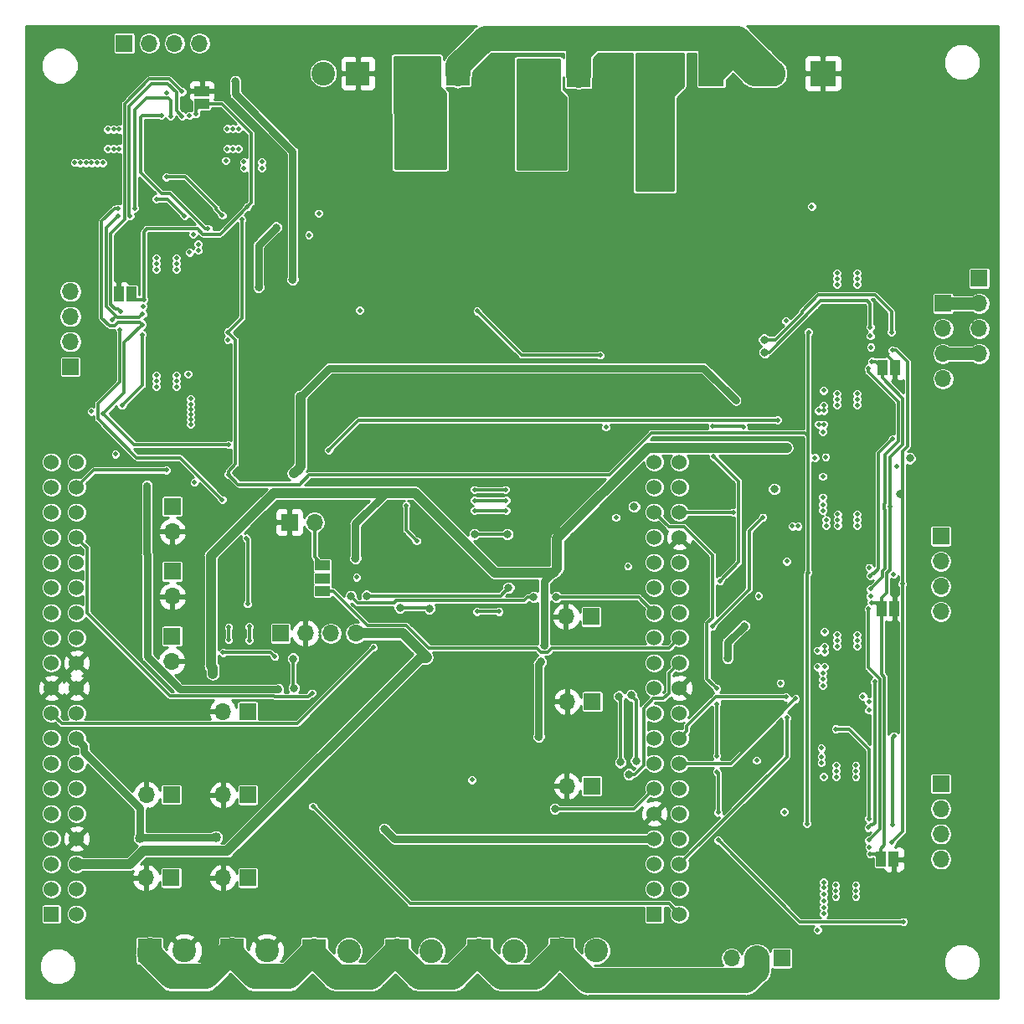
<source format=gbl>
%TF.GenerationSoftware,KiCad,Pcbnew,5.0.0-rc2-dev-unknown-bf135b0~64~ubuntu18.04.1*%
%TF.CreationDate,2018-05-03T23:22:02-07:00*%
%TF.ProjectId,PrntrBoardV1,50726E7472426F61726456312E6B6963,rev?*%
%TF.SameCoordinates,Original*%
%TF.FileFunction,Copper,L4,Bot,Signal*%
%TF.FilePolarity,Positive*%
%FSLAX46Y46*%
G04 Gerber Fmt 4.6, Leading zero omitted, Abs format (unit mm)*
G04 Created by KiCad (PCBNEW 5.0.0-rc2-dev-unknown-bf135b0~64~ubuntu18.04.1) date Thu May  3 23:22:02 2018*
%MOMM*%
%LPD*%
G01*
G04 APERTURE LIST*
%ADD10C,1.524000*%
%ADD11R,1.524000X1.524000*%
%ADD12R,2.600000X2.600000*%
%ADD13C,2.600000*%
%ADD14R,2.400000X2.400000*%
%ADD15C,2.400000*%
%ADD16O,1.700000X1.700000*%
%ADD17R,1.700000X1.700000*%
%ADD18R,1.000000X1.500000*%
%ADD19R,1.500000X1.000000*%
%ADD20R,2.400000X1.650000*%
%ADD21C,0.600000*%
%ADD22C,0.508000*%
%ADD23C,0.838200*%
%ADD24C,1.016000*%
%ADD25C,2.540000*%
%ADD26C,0.300000*%
%ADD27C,0.750000*%
%ADD28C,1.000000*%
%ADD29C,1.270000*%
%ADD30C,0.254000*%
G04 APERTURE END LIST*
D10*
X25463500Y-109156500D03*
X25463500Y-106616500D03*
X25463500Y-104076500D03*
X25463500Y-101536500D03*
X25463500Y-98996500D03*
X25463500Y-96456500D03*
X25463500Y-93916500D03*
X25463500Y-91376500D03*
X25463500Y-88836500D03*
X25463500Y-86296500D03*
X25463500Y-83756500D03*
X25463500Y-81216500D03*
X25463500Y-78676500D03*
X25463500Y-76136500D03*
X25463500Y-73596500D03*
X25463500Y-71056500D03*
X25463500Y-68516500D03*
X25463500Y-65976500D03*
D11*
X22923500Y-109156500D03*
D10*
X22923500Y-106616500D03*
X22923500Y-104076500D03*
X22923500Y-101536500D03*
X22923500Y-98996500D03*
X22923500Y-96456500D03*
X22923500Y-93916500D03*
X22923500Y-91376500D03*
X22923500Y-88836500D03*
X22923500Y-86296500D03*
X22923500Y-83756500D03*
X22923500Y-81216500D03*
X22923500Y-78676500D03*
X22923500Y-76136500D03*
X22923500Y-73596500D03*
X22923500Y-71056500D03*
X22923500Y-68516500D03*
X22923500Y-65976500D03*
D11*
X83883500Y-109156500D03*
D10*
X83883500Y-106616500D03*
X83883500Y-104076500D03*
X83883500Y-101536500D03*
X83883500Y-98996500D03*
X83883500Y-96456500D03*
X83883500Y-93916500D03*
X83883500Y-91376500D03*
X83883500Y-88836500D03*
X83883500Y-86296500D03*
X83883500Y-83756500D03*
X83883500Y-81216500D03*
X83883500Y-78676500D03*
X83883500Y-76136500D03*
X83883500Y-73596500D03*
X83883500Y-71056500D03*
X83883500Y-68516500D03*
X83883500Y-65976500D03*
X86423500Y-109156500D03*
X86423500Y-106616500D03*
X86423500Y-104076500D03*
X86423500Y-101536500D03*
X86423500Y-98996500D03*
X86423500Y-96456500D03*
X86423500Y-93916500D03*
X86423500Y-91376500D03*
X86423500Y-88836500D03*
X86423500Y-86296500D03*
X86423500Y-83756500D03*
X86423500Y-81216500D03*
X86423500Y-78676500D03*
X86423500Y-76136500D03*
X86423500Y-73596500D03*
X86423500Y-71056500D03*
X86423500Y-68516500D03*
X86423500Y-65976500D03*
X83883500Y-63436500D03*
X86423500Y-63436500D03*
X25463500Y-63436500D03*
X22923500Y-63436500D03*
D12*
X100948500Y-24130000D03*
D13*
X95868500Y-24130000D03*
D12*
X89649300Y-24130000D03*
D13*
X84569300Y-24130000D03*
D14*
X64033400Y-24155400D03*
D15*
X60533400Y-24155400D03*
D14*
X76238100Y-24307800D03*
D15*
X72738100Y-24307800D03*
D14*
X49504600Y-112877600D03*
D15*
X53004600Y-112877600D03*
D14*
X32885500Y-112839500D03*
D15*
X36385500Y-112839500D03*
D14*
X41211500Y-112839500D03*
D15*
X44711500Y-112839500D03*
D14*
X74523600Y-112839500D03*
D15*
X78023600Y-112839500D03*
D14*
X57872699Y-112880900D03*
D15*
X61372699Y-112880900D03*
D14*
X53919000Y-24130000D03*
D15*
X50419000Y-24130000D03*
D14*
X66205100Y-112877600D03*
D15*
X69705100Y-112877600D03*
D16*
X49530000Y-69532500D03*
D17*
X46990000Y-69532500D03*
D16*
X40259000Y-97091500D03*
D17*
X42799000Y-97091500D03*
D16*
X40246300Y-88671400D03*
D17*
X42786300Y-88671400D03*
D16*
X35153600Y-77038200D03*
D17*
X35153600Y-74498200D03*
D16*
X35153600Y-70459600D03*
D17*
X35153600Y-67919600D03*
D16*
X32524700Y-97066100D03*
D17*
X35064700Y-97066100D03*
D16*
X40259000Y-105473500D03*
D17*
X42799000Y-105473500D03*
D16*
X75082400Y-87655400D03*
D17*
X77622400Y-87655400D03*
D16*
X32486600Y-105473500D03*
D17*
X35026600Y-105473500D03*
D16*
X35128200Y-83578700D03*
D17*
X35128200Y-81038700D03*
D16*
X75044300Y-96177100D03*
D17*
X77584300Y-96177100D03*
D16*
X74968100Y-79070200D03*
D17*
X77508100Y-79070200D03*
D16*
X91694000Y-113601500D03*
X94234000Y-113601500D03*
D17*
X96774000Y-113601500D03*
D16*
X112877600Y-78536800D03*
X112877600Y-75996800D03*
X112877600Y-73456800D03*
D17*
X112877600Y-70916800D03*
D16*
X116738400Y-52476400D03*
X116738400Y-49936400D03*
X116738400Y-47396400D03*
D17*
X116738400Y-44856400D03*
D16*
X113080800Y-55016400D03*
X113080800Y-52476400D03*
X113080800Y-49936400D03*
D17*
X113080800Y-47396400D03*
D16*
X112877600Y-103581200D03*
X112877600Y-101041200D03*
X112877600Y-98501200D03*
D17*
X112877600Y-95961200D03*
D16*
X24844800Y-46181600D03*
X24844800Y-48721600D03*
X24844800Y-51261600D03*
D17*
X24844800Y-53801600D03*
D16*
X53717100Y-80758700D03*
X51177100Y-80758700D03*
X48637100Y-80758700D03*
D17*
X46097100Y-80758700D03*
D16*
X37896800Y-21082000D03*
X35356800Y-21082000D03*
X32816800Y-21082000D03*
D17*
X30276800Y-21082000D03*
D18*
X106800000Y-103600000D03*
X108100000Y-103600000D03*
D19*
X38150800Y-27208000D03*
X38150800Y-25908000D03*
D18*
X31030700Y-46443900D03*
X29730700Y-46443900D03*
X106883200Y-78232000D03*
X108183200Y-78232000D03*
X106934000Y-53848000D03*
X108234000Y-53848000D03*
D19*
X50355500Y-76484000D03*
X50355500Y-75184000D03*
X50355500Y-73884000D03*
D20*
X84010500Y-34950400D03*
D21*
X84010500Y-34950400D03*
X83260500Y-35450400D03*
X83260500Y-34450400D03*
X84760500Y-35450400D03*
X84760500Y-34450400D03*
D22*
X42402901Y-33083500D03*
X26416000Y-33172400D03*
X37274500Y-40386000D03*
X36893500Y-42227500D03*
X37782500Y-41402000D03*
X37782500Y-42037000D03*
X26987500Y-33172400D03*
X27559000Y-33172400D03*
X28130500Y-33172400D03*
X25273000Y-33147000D03*
X25844500Y-33172400D03*
X40576500Y-32956500D03*
X44196000Y-33083500D03*
X44196000Y-33718500D03*
X42402901Y-33718500D03*
X37010000Y-57023000D03*
X37020500Y-57594500D03*
X37020500Y-58102500D03*
X37020500Y-58610500D03*
X37020500Y-59118500D03*
X37020500Y-59626500D03*
X36766500Y-54546500D03*
X99800000Y-37592000D03*
X101028500Y-56197500D03*
X101028500Y-57721500D03*
X100520500Y-58229500D03*
X101028500Y-58229500D03*
X100520500Y-59626500D03*
X101028500Y-59626500D03*
X100139500Y-62992000D03*
X100947200Y-60388500D03*
X101219000Y-62928500D03*
X100939600Y-64889600D03*
X100939600Y-66992500D03*
X100939600Y-67754500D03*
X100939600Y-68350000D03*
X101282500Y-69278500D03*
X101282500Y-69850000D03*
X101092000Y-80581500D03*
X101092000Y-82105500D03*
X101092000Y-82613500D03*
X100393500Y-82486500D03*
X100393500Y-84137500D03*
X101092000Y-84137500D03*
X100939600Y-84772500D03*
X100939600Y-85407500D03*
X100939600Y-86042500D03*
X100787200Y-92329000D03*
X100787200Y-93218000D03*
X100787200Y-93850000D03*
X101028500Y-95250000D03*
X101028500Y-105918000D03*
X101028500Y-106489500D03*
X101028500Y-107124500D03*
X101028500Y-107823000D03*
X101028500Y-108458000D03*
X100393500Y-110744000D03*
X101028500Y-109093000D03*
X97853500Y-69913500D03*
X98425000Y-69913500D03*
D23*
X58750000Y-29500000D03*
X58750000Y-30500000D03*
X58750000Y-31500000D03*
X58750000Y-32500000D03*
X59750000Y-32500000D03*
X61750000Y-32500000D03*
X60750000Y-32500000D03*
X59750000Y-29500000D03*
X59750000Y-30500000D03*
X60750000Y-30500000D03*
X61750000Y-29500000D03*
X61750000Y-30500000D03*
X61750000Y-31500000D03*
X59750000Y-31500000D03*
X60750000Y-31500000D03*
X60750000Y-29500000D03*
D22*
X33083500Y-47117000D03*
X33718500Y-47117000D03*
X34353500Y-47117000D03*
X34988500Y-47117000D03*
X35623500Y-47117000D03*
X36258500Y-47117000D03*
X36893500Y-47117000D03*
X37528500Y-47117000D03*
X37528500Y-47752000D03*
X37528500Y-48387000D03*
X37528500Y-49022000D03*
X37528500Y-49657000D03*
X37528500Y-50292000D03*
X37528500Y-50927000D03*
X37528500Y-51498500D03*
X36893500Y-47752000D03*
X36893500Y-48387000D03*
X36893500Y-49022000D03*
X36893500Y-49657000D03*
X36893500Y-50292000D03*
X36893500Y-50927000D03*
X36893500Y-51498500D03*
X36258500Y-51498500D03*
X35623500Y-51498500D03*
X34988500Y-51498500D03*
X34353500Y-51498500D03*
X33718500Y-51498500D03*
X33083500Y-51498500D03*
X33083500Y-50927000D03*
X33083500Y-50292000D03*
X33083500Y-49657000D03*
X33083500Y-49022000D03*
X33083500Y-48387000D03*
X33083500Y-47752000D03*
X33718500Y-47752000D03*
X33718500Y-48387000D03*
X33718500Y-49022000D03*
X33718500Y-49657000D03*
X33718500Y-50292000D03*
X33718500Y-50863500D03*
X34353500Y-50927000D03*
X34988500Y-50927000D03*
X35623500Y-50927000D03*
X36258500Y-50927000D03*
X36258500Y-50292000D03*
X35623500Y-50292000D03*
X34988500Y-50292000D03*
X34353500Y-50292000D03*
X34353500Y-49657000D03*
X34353500Y-49022000D03*
X34353500Y-48387000D03*
X34353500Y-47752000D03*
X34988500Y-47752000D03*
X35623500Y-47752000D03*
X36258500Y-47752000D03*
X36258500Y-48387000D03*
X36258500Y-49022000D03*
X36258500Y-49657000D03*
X35623500Y-49657000D03*
X34988500Y-49657000D03*
X34988500Y-49022000D03*
X35623500Y-49022000D03*
X35623500Y-48387000D03*
X34988500Y-48387000D03*
X104902000Y-48768000D03*
X104838500Y-73215500D03*
X104711500Y-98552000D03*
X104902000Y-53213000D03*
X100393500Y-53213000D03*
X100393500Y-48768000D03*
X100393500Y-73215500D03*
X100393500Y-77597000D03*
X104838500Y-77597000D03*
X104711500Y-102933500D03*
X100266500Y-102933500D03*
X100266500Y-98552000D03*
X37528500Y-29273500D03*
X33020000Y-29273500D03*
X33020000Y-33718500D03*
X37528500Y-33718500D03*
X104902000Y-52578000D03*
X104902000Y-51943000D03*
X104902000Y-51308000D03*
X104902000Y-50673000D03*
X104902000Y-50038000D03*
X104902000Y-49403000D03*
X104203500Y-48768000D03*
X103568500Y-48768000D03*
X102933500Y-48768000D03*
X102298500Y-48768000D03*
X101663500Y-48768000D03*
X101028500Y-48768000D03*
X104203500Y-53213000D03*
X103568500Y-53213000D03*
X102933500Y-53213000D03*
X102298500Y-53213000D03*
X101663500Y-53213000D03*
X101028500Y-53213000D03*
X100393500Y-52578000D03*
X100393500Y-51943000D03*
X100393500Y-51308000D03*
X100393500Y-50673000D03*
X100393500Y-50038000D03*
X100393500Y-49403000D03*
X104203500Y-77597000D03*
X103568500Y-77597000D03*
X102933500Y-77597000D03*
X102298500Y-77597000D03*
X101663500Y-77597000D03*
X101028500Y-77597000D03*
X100393500Y-76962000D03*
X100393500Y-76327000D03*
X100393500Y-75692000D03*
X100393500Y-75057000D03*
X100393500Y-74422000D03*
X100393500Y-73787000D03*
X101028500Y-73215500D03*
X101663500Y-73215500D03*
X102298500Y-73215500D03*
X102933500Y-73215500D03*
X103568500Y-73215500D03*
X104203500Y-73215500D03*
X104838500Y-73787000D03*
X104838500Y-74422000D03*
X104838500Y-75057000D03*
X104838500Y-75692000D03*
X104838500Y-76327000D03*
X104838500Y-77025500D03*
X104711500Y-99187000D03*
X104711500Y-99822000D03*
X104711500Y-100457000D03*
X104711500Y-101092000D03*
X104711500Y-101727000D03*
X104711500Y-102362000D03*
X104076500Y-102933500D03*
X103441500Y-102933500D03*
X102806500Y-102933500D03*
X102171500Y-102933500D03*
X101536500Y-102933500D03*
X100901500Y-102933500D03*
X100266500Y-102362000D03*
X100266500Y-101727000D03*
X100266500Y-101092000D03*
X100266500Y-100457000D03*
X100266500Y-99822000D03*
X100266500Y-99187000D03*
X100901500Y-98552000D03*
X101536500Y-98552000D03*
X102171500Y-98552000D03*
X102806500Y-98552000D03*
X103441500Y-98552000D03*
X104076500Y-98552000D03*
D23*
X92837000Y-35687000D03*
X93980000Y-35687000D03*
X94996000Y-35687000D03*
X96075500Y-35687000D03*
X91821000Y-39179500D03*
X91821000Y-40195500D03*
X91821000Y-41211500D03*
X91821000Y-42227500D03*
D22*
X36893500Y-29273500D03*
X36258500Y-29273500D03*
X35623500Y-29273500D03*
X34988500Y-29273500D03*
X34353500Y-29273500D03*
X33718500Y-29273500D03*
X33020000Y-29908500D03*
X33020000Y-30543500D03*
X33020000Y-31178500D03*
X33020000Y-31813500D03*
X33020000Y-32448500D03*
X33020000Y-33083500D03*
X33718500Y-33718500D03*
X34353500Y-33718500D03*
X34988500Y-33718500D03*
X35623500Y-33718500D03*
X36258500Y-33718500D03*
X36893500Y-33718500D03*
X37528500Y-33083500D03*
X37528500Y-32448500D03*
X37528500Y-31813500D03*
X37528500Y-31178500D03*
X37528500Y-30543500D03*
X37528500Y-29908500D03*
D23*
X63881000Y-88201500D03*
X62928500Y-88201500D03*
X61976000Y-88201500D03*
X109855000Y-74930000D03*
X108013500Y-86169500D03*
X108013500Y-87376000D03*
X108036510Y-85031669D03*
X98361500Y-91376500D03*
X98107500Y-96202500D03*
X94996000Y-97345500D03*
X93281500Y-94488000D03*
X28257500Y-61404500D03*
X27114500Y-59626500D03*
X26098500Y-61404500D03*
X92159058Y-85082108D03*
X92704010Y-91059000D03*
X88392000Y-58102500D03*
X87439500Y-58102500D03*
X86487000Y-58102500D03*
X85471000Y-58102500D03*
X84455000Y-58102500D03*
X90551000Y-49847500D03*
X89535000Y-49847500D03*
X88455500Y-49847500D03*
X73088500Y-56007000D03*
X73088500Y-57023000D03*
X73088500Y-58039000D03*
X94805500Y-56070500D03*
X94805500Y-57086500D03*
X94805500Y-58166000D03*
X96329500Y-82994500D03*
X96329500Y-84010500D03*
X95377000Y-79502000D03*
X94424500Y-80327500D03*
X93535500Y-81216500D03*
X95059500Y-81280000D03*
X46101000Y-76581000D03*
X40195500Y-45720000D03*
X41402000Y-44577000D03*
X44386500Y-48641000D03*
X43815000Y-47434500D03*
D22*
X38671500Y-35941000D03*
X39243000Y-36449000D03*
X40005000Y-37338000D03*
X52984400Y-74422000D03*
X52425600Y-76504800D03*
X64516000Y-69545200D03*
X60960000Y-65430400D03*
X56896000Y-65430400D03*
X53187600Y-65430400D03*
X69088000Y-69545200D03*
X38444583Y-37508625D03*
X31699200Y-39065200D03*
X30276800Y-40335200D03*
X29718000Y-40995600D03*
X27228800Y-42265600D03*
X26873200Y-39573200D03*
X25857200Y-42164000D03*
X24587200Y-42265600D03*
X23164800Y-42265600D03*
X21742400Y-42265600D03*
X33718500Y-29908500D03*
X34353500Y-29908500D03*
X34988500Y-29908500D03*
X35623500Y-29908500D03*
X36258500Y-29908500D03*
X36893500Y-29908500D03*
X36893500Y-30543500D03*
X36893500Y-31178500D03*
X36893500Y-31813500D03*
X36893500Y-32448500D03*
X36893500Y-33083500D03*
X36258500Y-33083500D03*
X35623500Y-33083500D03*
X34988500Y-33083500D03*
X34353500Y-33083500D03*
X33718500Y-33083500D03*
X33718500Y-32448500D03*
X34353500Y-32448500D03*
X34988500Y-32448500D03*
X35623500Y-32448500D03*
X36258500Y-32448500D03*
X36258500Y-31813500D03*
X35623500Y-31813500D03*
X34988500Y-31813500D03*
X34353500Y-31813500D03*
X33718500Y-31813500D03*
X33718500Y-31178500D03*
X34353500Y-31178500D03*
X34988500Y-31178500D03*
X35623500Y-31178500D03*
X36258500Y-31178500D03*
X36258500Y-30543500D03*
X35623500Y-30543500D03*
X34988500Y-30543500D03*
X34353500Y-30543500D03*
X33718500Y-30543500D03*
X101028500Y-49403000D03*
X101028500Y-50038000D03*
X101028500Y-50673000D03*
X101028500Y-51308000D03*
X101028500Y-51943000D03*
X101028500Y-52578000D03*
X101663500Y-52578000D03*
X102298500Y-52578000D03*
X102933500Y-52578000D03*
X103568500Y-52578000D03*
X104203500Y-52578000D03*
X104203500Y-51943000D03*
X103568500Y-51943000D03*
X102933500Y-51943000D03*
X102298500Y-51943000D03*
X101663500Y-51943000D03*
X101663500Y-51308000D03*
X102298500Y-51308000D03*
X102933500Y-51308000D03*
X103568500Y-51308000D03*
X104203500Y-51308000D03*
X104203500Y-49403000D03*
X104203500Y-50038000D03*
X104203500Y-50673000D03*
X103568500Y-50673000D03*
X102933500Y-50673000D03*
X102298500Y-50673000D03*
X101663500Y-50673000D03*
X101663500Y-50038000D03*
X102298500Y-50038000D03*
X102933500Y-50038000D03*
X103568500Y-50038000D03*
X103568500Y-49403000D03*
X102933500Y-49403000D03*
X102298500Y-49403000D03*
X101663500Y-49403000D03*
X104203500Y-73787000D03*
X103568500Y-73787000D03*
X102933500Y-73787000D03*
X102298500Y-73787000D03*
X101663500Y-73787000D03*
X101028500Y-73787000D03*
X101028500Y-74422000D03*
X101028500Y-75057000D03*
X101028500Y-75692000D03*
X101028500Y-76327000D03*
X101028500Y-76962000D03*
X101663500Y-76962000D03*
X102298500Y-76962000D03*
X102933500Y-76962000D03*
X103568500Y-76962000D03*
X104203500Y-76962000D03*
X104203500Y-76327000D03*
X104203500Y-75692000D03*
X104203500Y-75057000D03*
X104203500Y-74422000D03*
X103568500Y-74422000D03*
X102933500Y-74422000D03*
X102298500Y-74422000D03*
X101663500Y-74422000D03*
X101663500Y-75057000D03*
X102298500Y-75057000D03*
X102933500Y-75057000D03*
X103568500Y-75057000D03*
X103568500Y-75692000D03*
X103568500Y-76327000D03*
X102933500Y-76327000D03*
X102933500Y-75692000D03*
X102298500Y-75692000D03*
X102298500Y-76327000D03*
X101663500Y-76327000D03*
X101663500Y-75692000D03*
X100901500Y-99187000D03*
X101536500Y-99187000D03*
X102171500Y-99187000D03*
X102806500Y-99187000D03*
X103441500Y-99187000D03*
X104076500Y-99187000D03*
X104076500Y-99822000D03*
X104076500Y-100457000D03*
X104076500Y-101092000D03*
X104076500Y-101727000D03*
X104076500Y-102362000D03*
X103441500Y-102362000D03*
X102806500Y-102362000D03*
X102171500Y-102362000D03*
X101536500Y-102362000D03*
X100901500Y-102362000D03*
X100901500Y-101727000D03*
X101536500Y-101727000D03*
X102171500Y-101727000D03*
X102806500Y-101727000D03*
X103441500Y-101727000D03*
X103441500Y-101092000D03*
X103441500Y-100457000D03*
X103441500Y-99822000D03*
X102806500Y-99822000D03*
X102171500Y-99822000D03*
X101536500Y-99822000D03*
X100901500Y-99822000D03*
X100901500Y-100457000D03*
X101536500Y-100457000D03*
X102171500Y-100457000D03*
X102806500Y-100457000D03*
X102806500Y-101092000D03*
X102171500Y-101092000D03*
X101536500Y-101092000D03*
X100901500Y-101092000D03*
X71628000Y-78676500D03*
X70929500Y-78676500D03*
X70167500Y-78676500D03*
X70104000Y-81216500D03*
X70929500Y-81216500D03*
X71628000Y-81216500D03*
X65214500Y-81153000D03*
X64389000Y-81153000D03*
X60071000Y-78867000D03*
X65913000Y-76200000D03*
X65024000Y-78028800D03*
X64452500Y-73342500D03*
X64452500Y-74168000D03*
X64452500Y-75057000D03*
X60896500Y-75374500D03*
X60769500Y-73660000D03*
X60007500Y-73660000D03*
X59245500Y-73660000D03*
X58356500Y-73660000D03*
X60007500Y-72644000D03*
X51879500Y-70993000D03*
X51879500Y-70294500D03*
X51879500Y-69596000D03*
X51879500Y-68897500D03*
X50673000Y-63563500D03*
X51562000Y-63563500D03*
X54356000Y-62992000D03*
X54356000Y-62039500D03*
X54356000Y-60960000D03*
X56324500Y-61023500D03*
X56324500Y-61976000D03*
X56324500Y-63055500D03*
X61087000Y-63119000D03*
X61087000Y-61976000D03*
X61087000Y-60960000D03*
X69913500Y-63373000D03*
X69913500Y-62357000D03*
X69850000Y-61150500D03*
X70929500Y-68453000D03*
X71755000Y-67691000D03*
X72580500Y-66802000D03*
X69596000Y-73279000D03*
X70358000Y-72707500D03*
X71183500Y-72072500D03*
X70739000Y-76263500D03*
X68072000Y-83439000D03*
X68897500Y-83439000D03*
X69786500Y-83439000D03*
X66865500Y-91630500D03*
X67945000Y-91630500D03*
X69024500Y-91630500D03*
X59182000Y-88900000D03*
X59944000Y-89725500D03*
X60706000Y-90487500D03*
X57658000Y-90551000D03*
X58356500Y-91249500D03*
X59182000Y-92075000D03*
X55880000Y-91567000D03*
X56578500Y-92392500D03*
X57277000Y-93281500D03*
X67691000Y-94297500D03*
X69024500Y-94297500D03*
X70231000Y-94297500D03*
X82423000Y-84963000D03*
X87820500Y-82423000D03*
X88074500Y-74485500D03*
X88328500Y-78232000D03*
X88519000Y-69405500D03*
X88582500Y-65024000D03*
X81851500Y-65722500D03*
X81216500Y-69024500D03*
X81280000Y-71628000D03*
X78422500Y-68961000D03*
X78486000Y-71564500D03*
X77533500Y-71564500D03*
X76517500Y-71564500D03*
X80073500Y-78041500D03*
X80137000Y-76136500D03*
X82169000Y-76136500D03*
X87757000Y-92329000D03*
X97726500Y-104267000D03*
X96139000Y-99123500D03*
X96393000Y-109283500D03*
X96393000Y-109982000D03*
X96393000Y-110617000D03*
X108394500Y-109220000D03*
X106426000Y-110871000D03*
X107124500Y-110871000D03*
X107759500Y-110871000D03*
X102171500Y-85471000D03*
X102171500Y-86169500D03*
X97218500Y-85153500D03*
X97853500Y-85153500D03*
X97536000Y-86360000D03*
X98234500Y-86360000D03*
X94361000Y-82232500D03*
X97980500Y-78613000D03*
X93281500Y-65405000D03*
X93980000Y-65405000D03*
X94678500Y-65405000D03*
X94107000Y-68008500D03*
X96139000Y-67437000D03*
X96075500Y-69723000D03*
X96075500Y-71691500D03*
X94297500Y-71755000D03*
X90297000Y-71691500D03*
X98171000Y-71628000D03*
X98742500Y-71628000D03*
X88265000Y-40386000D03*
X89090500Y-40386000D03*
X89916000Y-40386000D03*
X83883500Y-37592000D03*
X82550000Y-37592000D03*
X77279500Y-37147500D03*
X76581000Y-37147500D03*
X59690000Y-37528500D03*
X59690000Y-38227000D03*
X59690000Y-38989000D03*
X59690000Y-39751000D03*
X59690000Y-40513000D03*
X50863500Y-38417500D03*
X51689000Y-38417500D03*
X52514500Y-38417500D03*
X53276500Y-38417500D03*
X54038500Y-38481000D03*
X45466000Y-23114000D03*
X45466000Y-23749000D03*
X45466000Y-24384000D03*
X46164500Y-24828500D03*
X46799500Y-25273000D03*
X21336000Y-27178000D03*
X21336000Y-28067000D03*
X21336000Y-28892500D03*
X43180000Y-38608000D03*
X43815000Y-38608000D03*
X44450000Y-38608000D03*
X41402000Y-40894000D03*
X45783500Y-41338500D03*
X45783500Y-42037000D03*
X44894500Y-44005500D03*
X42545000Y-51244500D03*
X43307000Y-51244500D03*
X44069000Y-51244500D03*
X44894500Y-51244500D03*
X50927000Y-45021500D03*
X50927000Y-45910500D03*
X50927000Y-46736000D03*
X50546000Y-52514500D03*
X53276500Y-49085500D03*
X54229000Y-49149000D03*
X56515000Y-49403000D03*
X60071000Y-51054000D03*
X64643000Y-52895500D03*
X60071000Y-52641500D03*
X56451500Y-52641500D03*
X27051000Y-66548000D03*
X27876500Y-66548000D03*
X27051000Y-67500500D03*
X27495500Y-72136000D03*
X28130500Y-72644000D03*
X27432000Y-74866500D03*
X28194000Y-75501500D03*
X27114500Y-81089500D03*
X27940000Y-81788000D03*
X27940000Y-82804000D03*
X27305000Y-85344000D03*
X28384500Y-86233000D03*
X27114500Y-88011000D03*
X27114500Y-88836500D03*
X32766000Y-86106000D03*
X32131000Y-86106000D03*
X37719000Y-78803500D03*
X37719000Y-77914500D03*
X37719000Y-77089000D03*
X37782500Y-71564500D03*
X37782500Y-70675500D03*
X37719000Y-69723000D03*
X41910000Y-64770000D03*
X39751000Y-64643000D03*
X42291000Y-66738500D03*
X44005500Y-64833500D03*
X44767500Y-64833500D03*
X43751500Y-66675000D03*
X44513500Y-69278500D03*
X50736500Y-56261000D03*
X50736500Y-57086500D03*
X50736500Y-58102500D03*
X43243500Y-56197500D03*
X44132500Y-56197500D03*
X46228000Y-59055000D03*
X46228000Y-59944000D03*
X46228000Y-60960000D03*
X83375500Y-112331500D03*
X84391500Y-112331500D03*
X85471000Y-112331500D03*
X91757500Y-101092000D03*
X92329000Y-101600000D03*
X92900500Y-102171500D03*
X93853000Y-107950000D03*
X93853000Y-108712000D03*
X93853000Y-109537500D03*
X112585500Y-85471000D03*
X112585500Y-86614000D03*
X112585500Y-87757000D03*
X88328500Y-99187000D03*
X88328500Y-100139500D03*
X88455500Y-104711500D03*
X88455500Y-105791000D03*
X88455500Y-106870500D03*
X114046000Y-60198000D03*
X114046000Y-61341000D03*
X114046000Y-62484000D03*
X114046000Y-63690500D03*
X107886500Y-28702000D03*
X107886500Y-29591000D03*
X107886500Y-30480000D03*
X107886500Y-31432500D03*
X84709000Y-45529500D03*
X85661500Y-45529500D03*
X86550500Y-45529500D03*
X87376000Y-45529500D03*
X70421500Y-45910500D03*
X71437500Y-45910500D03*
X72517000Y-45910500D03*
X73469500Y-45910500D03*
X74549000Y-45910500D03*
X66611500Y-40068500D03*
X67564000Y-40068500D03*
X68516500Y-40068500D03*
X69532500Y-40068500D03*
X59055000Y-45974000D03*
X60071000Y-45974000D03*
X61087000Y-45974000D03*
X95313500Y-20828000D03*
X96964500Y-20828000D03*
X98742500Y-20828000D03*
X76771500Y-61404500D03*
X77533500Y-61404500D03*
X78295500Y-61404500D03*
X80962500Y-61404500D03*
X54927500Y-78549500D03*
X55626000Y-78549500D03*
X56324500Y-78549500D03*
X46482000Y-82359500D03*
X79756000Y-94742000D03*
X81216500Y-90805000D03*
X81216500Y-91503500D03*
X38290500Y-93154500D03*
X38290500Y-93853000D03*
X35560000Y-98615500D03*
X64452500Y-28448000D03*
X63817500Y-26797000D03*
X77952590Y-37147500D03*
X81661000Y-37552746D03*
X62928500Y-20637500D03*
X62103000Y-20637500D03*
X61277500Y-20637500D03*
X60515500Y-20637500D03*
X59817000Y-20637500D03*
X59118500Y-20637500D03*
X56578500Y-20637500D03*
X56578500Y-22479000D03*
X56578500Y-24320500D03*
X56578500Y-25717500D03*
X56578500Y-27241500D03*
X49085500Y-20637500D03*
X50673000Y-20637500D03*
X52197000Y-20637500D03*
X53848000Y-20637500D03*
X68770500Y-23558500D03*
X68770500Y-25273000D03*
X68770500Y-26797000D03*
X68770500Y-28511500D03*
X79375000Y-22923500D03*
X80708500Y-22923500D03*
X79375000Y-24320500D03*
X87122000Y-28829000D03*
X93662500Y-30734000D03*
X97155000Y-30734000D03*
X100203000Y-30734000D03*
X103378000Y-30734000D03*
D23*
X71004000Y-29754000D03*
X72004000Y-29754000D03*
X73048629Y-29754000D03*
X71004000Y-30754000D03*
X72004000Y-30754000D03*
X73004000Y-30754000D03*
X74004000Y-30754000D03*
X74004000Y-31754000D03*
X72004000Y-31754000D03*
X71004000Y-31754000D03*
X71004000Y-32754000D03*
X72004000Y-32754000D03*
X73004000Y-31754000D03*
X73004000Y-32754000D03*
X74004000Y-29754000D03*
X74004000Y-32754000D03*
X43878500Y-45720000D03*
X45656500Y-39720599D03*
X91313000Y-83248500D03*
X92964000Y-80010000D03*
X60896500Y-83185000D03*
X48133000Y-56832500D03*
D22*
X92122599Y-57200800D03*
D23*
X47418420Y-64591210D03*
D22*
X85344000Y-33972500D03*
X84010500Y-33972500D03*
X82740500Y-33972500D03*
X82677000Y-34925000D03*
X85407500Y-34925000D03*
X84760500Y-34450400D03*
X84010500Y-35560000D03*
X83260500Y-34450400D03*
X82677000Y-35496500D03*
X85407500Y-35496500D03*
X84760500Y-35450400D03*
X84010500Y-34950400D03*
X83260500Y-35450400D03*
D23*
X81320500Y-94996000D03*
D22*
X68199000Y-78549500D03*
X65976500Y-78549500D03*
D23*
X45847000Y-86423500D03*
X56578500Y-100520500D03*
D22*
X32575500Y-65786000D03*
X32639000Y-72771000D03*
X32639000Y-79375000D03*
D23*
X82042000Y-93662500D03*
X81534000Y-87018010D03*
D24*
X31877000Y-101486699D03*
X39560500Y-101409500D03*
D23*
X73660000Y-74612500D03*
X72771000Y-81978500D03*
X72199500Y-91186000D03*
X72390000Y-83629500D03*
X41529000Y-24955500D03*
X47307500Y-44958000D03*
X59690000Y-66548000D03*
X53657500Y-73152000D03*
X39250500Y-84836000D03*
X97282000Y-61976000D03*
X109727401Y-63055500D03*
X80454500Y-93789500D03*
X80327500Y-87122000D03*
D22*
X42941596Y-81454904D03*
X42926000Y-80073500D03*
X105600500Y-99504500D03*
X102235000Y-90424000D03*
X91884500Y-68516500D03*
X96647000Y-85788500D03*
D23*
X94996000Y-51054000D03*
D22*
X107868590Y-50292000D03*
X105727500Y-49784000D03*
D23*
X95059500Y-52324000D03*
D22*
X105615590Y-74104500D03*
X105600500Y-87693500D03*
X97218500Y-87185500D03*
X105753045Y-76999382D03*
X104965500Y-87122000D03*
X98183442Y-87363558D03*
X108394500Y-63881000D03*
X94869000Y-69024500D03*
X89789000Y-80010000D03*
X108072423Y-74778570D03*
X105600500Y-88519000D03*
X97282000Y-89281000D03*
X32131000Y-50546000D03*
X49377600Y-98247200D03*
X30075990Y-57708800D03*
X105615080Y-102380660D03*
X109093000Y-109918500D03*
X90360500Y-101663500D03*
X90360500Y-98869500D03*
X90214090Y-87881874D03*
X90214090Y-93154500D03*
X90214090Y-94742000D03*
X90214090Y-86336687D03*
D23*
X73977500Y-77089000D03*
X71691500Y-77089000D03*
X53210815Y-77021390D03*
D22*
X34036000Y-28384500D03*
X38760400Y-39827200D03*
X54102000Y-48107600D03*
X65989200Y-48158400D03*
X78435200Y-52628800D03*
X78994000Y-59893200D03*
X80010000Y-69037200D03*
X81229200Y-73964800D03*
X29845000Y-50038000D03*
X40195500Y-67246500D03*
D23*
X47371000Y-83312000D03*
X73850500Y-98488500D03*
X47434500Y-86273490D03*
D22*
X36901605Y-28386014D03*
X48971200Y-40487600D03*
X37375842Y-65494158D03*
X32202309Y-47683694D03*
X45516800Y-83108800D03*
X40284400Y-82702400D03*
X34544000Y-26098500D03*
X49974500Y-38290500D03*
X34988500Y-28448000D03*
X32131000Y-49530000D03*
X105727500Y-50673000D03*
X105718347Y-74933820D03*
X105537000Y-100393500D03*
X106172000Y-85661500D03*
X31353900Y-37782500D03*
X29654500Y-37782500D03*
X108022938Y-61069590D03*
X28178910Y-58547000D03*
X50952400Y-62230000D03*
X96367600Y-59182000D03*
X40843200Y-61685579D03*
X55499000Y-82169000D03*
X34558715Y-64250799D03*
X40845590Y-81407000D03*
X40845590Y-80137000D03*
X107950000Y-100139500D03*
X108140500Y-91122500D03*
X94234000Y-93599000D03*
X65468500Y-95567500D03*
X49276000Y-86804500D03*
X34544000Y-34607500D03*
X40767000Y-50292000D03*
X99504500Y-50292000D03*
X99441000Y-74612500D03*
X99314000Y-100012500D03*
X40195500Y-38481000D03*
X42206538Y-38939189D03*
X40830500Y-64706500D03*
X36131500Y-28448000D03*
X32154751Y-48472436D03*
X105791000Y-51816000D03*
X105749412Y-76260886D03*
X105598098Y-101662185D03*
X105537000Y-78295500D03*
X105537000Y-53975000D03*
X30894301Y-38544500D03*
X29654500Y-38544500D03*
X42773600Y-77774800D03*
X94437200Y-76962000D03*
X42621200Y-71120000D03*
X29413200Y-62636400D03*
X29057600Y-49022000D03*
X26974800Y-58318400D03*
X36131500Y-25971500D03*
X107886500Y-101917500D03*
X108985601Y-75755500D03*
D23*
X108712000Y-66675000D03*
X96012000Y-66167000D03*
X81851500Y-67945000D03*
X69151500Y-76136500D03*
X54800500Y-76962000D03*
D22*
X29908500Y-48240104D03*
X107968004Y-52126620D03*
X32258000Y-46990000D03*
X37546101Y-28241948D03*
X105900452Y-53254499D03*
X105707638Y-103034542D03*
X105848707Y-77652818D03*
D23*
X58166000Y-78168500D03*
X61150500Y-78232000D03*
X65722500Y-70739000D03*
X69024500Y-70739000D03*
D22*
X107711822Y-67945000D03*
X53797200Y-75082400D03*
X42714632Y-37642800D03*
X50355500Y-75161498D03*
X33528000Y-36830000D03*
X58801000Y-67818000D03*
X59867895Y-71405850D03*
X36386348Y-38537944D03*
X40754558Y-51066442D03*
X97218500Y-49149000D03*
X68834000Y-66230500D03*
X65722500Y-66230500D03*
X97282000Y-73469500D03*
X89789000Y-59817000D03*
X68897500Y-67310000D03*
X65722500Y-67310000D03*
X92904009Y-59880500D03*
X97028000Y-98806000D03*
X90551000Y-75438000D03*
X68897500Y-68326000D03*
X65722500Y-68326000D03*
X89900969Y-62882410D03*
X29781500Y-29781500D03*
X29210000Y-29781500D03*
X28638500Y-29781500D03*
X29781500Y-31750000D03*
X29210000Y-31750000D03*
X28638500Y-31750000D03*
X40703500Y-31750000D03*
X41275000Y-31750000D03*
X41846500Y-31750000D03*
X40703500Y-29718000D03*
X41275000Y-29718000D03*
X41846500Y-29718000D03*
X104394000Y-45466000D03*
X104394000Y-44894500D03*
X104394000Y-44323000D03*
X102362000Y-45466000D03*
X102362000Y-44894500D03*
X102362000Y-44323000D03*
X102362000Y-56515000D03*
X102362000Y-57086500D03*
X102362000Y-57658000D03*
X104394000Y-56515000D03*
X104394000Y-57086500D03*
X104394000Y-57658000D03*
X104394000Y-69850000D03*
X104394000Y-69278500D03*
X104394000Y-68707000D03*
X102425500Y-69850000D03*
X102425500Y-69278500D03*
X102425500Y-68707000D03*
X102362000Y-80899000D03*
X102362000Y-81470500D03*
X102362000Y-82042000D03*
X104394000Y-80899000D03*
X104394000Y-81470500D03*
X104394000Y-82042000D03*
X104267000Y-95250000D03*
X104267000Y-94678500D03*
X104267000Y-94107000D03*
X102298500Y-95250000D03*
X102298500Y-94678500D03*
X102298500Y-94107000D03*
X102235000Y-106235500D03*
X102235000Y-107378500D03*
X102235000Y-106807000D03*
X104267000Y-106235500D03*
X104267000Y-106807000D03*
X104267000Y-107378500D03*
X33528000Y-54673500D03*
X33528000Y-55245000D03*
X33528000Y-55816500D03*
X35560000Y-54673500D03*
X35560000Y-55245000D03*
X35560000Y-55816500D03*
X35560000Y-43942000D03*
X35560000Y-43370500D03*
X35560000Y-42799000D03*
X33528000Y-43942000D03*
X33528000Y-43370500D03*
X33528000Y-42799000D03*
D25*
X76238100Y-21996400D02*
X76238100Y-24307800D01*
X77660500Y-20574000D02*
X76238100Y-21996400D01*
X94568501Y-22813501D02*
X92329000Y-20574000D01*
X95868500Y-24130000D02*
X94568501Y-22830001D01*
X94568501Y-22830001D02*
X94568501Y-22813501D01*
X64033400Y-24155400D02*
X64033400Y-23342600D01*
X66802000Y-20574000D02*
X77660500Y-20574000D01*
X64033400Y-23342600D02*
X66802000Y-20574000D01*
X89649300Y-20840700D02*
X89916000Y-20574000D01*
X89649300Y-24130000D02*
X89649300Y-20840700D01*
X92329000Y-20574000D02*
X89916000Y-20574000D01*
X89916000Y-20574000D02*
X77660500Y-20574000D01*
X89649300Y-24130000D02*
X89725500Y-24130000D01*
X89725500Y-24130000D02*
X91567000Y-22288500D01*
X91567000Y-22288500D02*
X92138500Y-22288500D01*
X93980000Y-24130000D02*
X95868500Y-24130000D01*
X92138500Y-22288500D02*
X93980000Y-24130000D01*
X38589099Y-115461901D02*
X41211500Y-112839500D01*
X35126747Y-115461901D02*
X38589099Y-115461901D01*
X32885500Y-113220654D02*
X35126747Y-115461901D01*
X32885500Y-112839500D02*
X32885500Y-113220654D01*
X46920299Y-115461901D02*
X49504600Y-112877600D01*
X43452747Y-115461901D02*
X46920299Y-115461901D01*
X41211500Y-113220654D02*
X43452747Y-115461901D01*
X41211500Y-112839500D02*
X41211500Y-113220654D01*
X55253598Y-115500001D02*
X57872699Y-112880900D01*
X51745847Y-115500001D02*
X55253598Y-115500001D01*
X49504600Y-113258754D02*
X51745847Y-115500001D01*
X49504600Y-112877600D02*
X49504600Y-113258754D01*
X60113946Y-115503301D02*
X63579399Y-115503301D01*
X63579399Y-115503301D02*
X66205100Y-112877600D01*
X57872699Y-113262054D02*
X60113946Y-115503301D01*
X57872699Y-112880900D02*
X57872699Y-113262054D01*
X71863099Y-115500001D02*
X74523600Y-112839500D01*
X68446347Y-115500001D02*
X71863099Y-115500001D01*
X66205100Y-113258754D02*
X68446347Y-115500001D01*
X66205100Y-112877600D02*
X66205100Y-113258754D01*
X93163680Y-115873901D02*
X94234000Y-114803581D01*
X77176847Y-115873901D02*
X93163680Y-115873901D01*
X74523600Y-113220654D02*
X77176847Y-115873901D01*
X94234000Y-114803581D02*
X94234000Y-113601500D01*
X74523600Y-112839500D02*
X74523600Y-113220654D01*
D26*
X106807000Y-52022386D02*
X106807000Y-51371000D01*
X108234000Y-53848000D02*
X108234000Y-53449386D01*
X108234000Y-53449386D02*
X106807000Y-52022386D01*
D27*
X43878500Y-45720000D02*
X43878500Y-41498599D01*
X43878500Y-41498599D02*
X45656500Y-39720599D01*
X91313000Y-83248500D02*
X91313000Y-81661000D01*
X91313000Y-81661000D02*
X92964000Y-80010000D01*
D28*
X25463500Y-104076500D02*
X30861000Y-104076500D01*
X30861000Y-104076500D02*
X32194500Y-102743000D01*
X32194500Y-102743000D02*
X40703500Y-102743000D01*
X40703500Y-102743000D02*
X60198000Y-83248500D01*
X60198000Y-83248500D02*
X60833000Y-83248500D01*
X60833000Y-83248500D02*
X60896500Y-83185000D01*
X53717100Y-80758700D02*
X58470200Y-80758700D01*
X58470200Y-80758700D02*
X60896500Y-83185000D01*
D27*
X92122599Y-57200800D02*
X88849200Y-53927401D01*
X51038099Y-53927401D02*
X48133000Y-56832500D01*
X88849200Y-53927401D02*
X51038099Y-53927401D01*
D28*
X48133000Y-56832500D02*
X48133000Y-63876630D01*
X47837519Y-64172111D02*
X47418420Y-64591210D01*
X48133000Y-63876630D02*
X47837519Y-64172111D01*
D26*
X85661501Y-84518499D02*
X86423500Y-83756500D01*
X85359099Y-84820901D02*
X85661501Y-84518499D01*
X85359099Y-86807413D02*
X85359099Y-84820901D01*
X84805611Y-87360901D02*
X85359099Y-86807413D01*
X83783785Y-87360901D02*
X84805611Y-87360901D01*
X82819099Y-88325587D02*
X83783785Y-87360901D01*
X82819099Y-94090097D02*
X82819099Y-88325587D01*
X81913196Y-94996000D02*
X82819099Y-94090097D01*
X81320500Y-94996000D02*
X81913196Y-94996000D01*
X68199000Y-78549500D02*
X65976500Y-78549500D01*
D27*
X32575500Y-65786000D02*
X32575500Y-72707500D01*
X32639000Y-72771000D02*
X32575500Y-72707500D01*
X32639000Y-79375000D02*
X32639000Y-72771000D01*
X32639000Y-79375000D02*
X32639000Y-83128054D01*
X32639000Y-83128054D02*
X35934446Y-86423500D01*
X35934446Y-86423500D02*
X45847000Y-86423500D01*
X57594500Y-101536500D02*
X83883500Y-101536500D01*
X56578500Y-100520500D02*
X57594500Y-101536500D01*
D26*
X82042000Y-87526010D02*
X81953099Y-87437109D01*
X82042000Y-93662500D02*
X82042000Y-87526010D01*
X81953099Y-87437109D02*
X81534000Y-87018010D01*
D27*
X26225499Y-92138499D02*
X25463500Y-91376500D01*
X26225499Y-92770185D02*
X26225499Y-92138499D01*
X31877000Y-98421686D02*
X26225499Y-92770185D01*
X31877000Y-101486699D02*
X31877000Y-98421686D01*
X31954199Y-101409500D02*
X31877000Y-101486699D01*
X39560500Y-101409500D02*
X31954199Y-101409500D01*
X73660000Y-74612500D02*
X72771000Y-75501500D01*
X72771000Y-75501500D02*
X72771000Y-81978500D01*
X72199500Y-91186000D02*
X72199500Y-83820000D01*
X72199500Y-83820000D02*
X72390000Y-83629500D01*
X41529000Y-24955500D02*
X41529000Y-26225500D01*
X41529000Y-26225500D02*
X47307500Y-32004000D01*
X47307500Y-32004000D02*
X47307500Y-44958000D01*
X59690000Y-66548000D02*
X56769000Y-66548000D01*
X56769000Y-66548000D02*
X53657500Y-69659500D01*
X53657500Y-69659500D02*
X53657500Y-73152000D01*
D28*
X39250500Y-84243304D02*
X39052500Y-84045304D01*
X39250500Y-84836000D02*
X39250500Y-84243304D01*
X39052500Y-84045304D02*
X39052500Y-72898000D01*
X45402500Y-66548000D02*
X59690000Y-66548000D01*
X39052500Y-72898000D02*
X45402500Y-66548000D01*
X67119500Y-73977500D02*
X59690000Y-66548000D01*
X67754500Y-74612500D02*
X67119500Y-73977500D01*
X73660000Y-74612500D02*
X67754500Y-74612500D01*
X74079099Y-71147587D02*
X83250686Y-61976000D01*
X74079099Y-74193401D02*
X74079099Y-71147587D01*
X73660000Y-74612500D02*
X74079099Y-74193401D01*
X83250686Y-61976000D02*
X97282000Y-61976000D01*
D26*
X80454500Y-93789500D02*
X80454500Y-87249000D01*
X80454500Y-87249000D02*
X80327500Y-87122000D01*
X42941596Y-81454904D02*
X42941596Y-80089096D01*
X42941596Y-80089096D02*
X42926000Y-80073500D01*
X105600500Y-99504500D02*
X105600500Y-92456000D01*
X105600500Y-92456000D02*
X103568500Y-90424000D01*
X103568500Y-90424000D02*
X102235000Y-90424000D01*
X91884500Y-68516500D02*
X86423500Y-68516500D01*
X107868590Y-49932790D02*
X107868590Y-50292000D01*
X98806000Y-48191696D02*
X100452196Y-46545500D01*
X100452196Y-46545500D02*
X106235500Y-46545500D01*
X106235500Y-46545500D02*
X107868590Y-48178590D01*
X107868590Y-48178590D02*
X107868590Y-49932790D01*
X98806000Y-48384974D02*
X98806000Y-48191696D01*
X96136974Y-51054000D02*
X98806000Y-48384974D01*
X94996000Y-51054000D02*
X96136974Y-51054000D01*
X105727500Y-49784000D02*
X105727500Y-47434500D01*
X105727500Y-47434500D02*
X105410000Y-47117000D01*
X95506778Y-52324000D02*
X95059500Y-52324000D01*
X100139500Y-47688500D02*
X100711000Y-47117000D01*
X100139500Y-47691278D02*
X100139500Y-47688500D01*
X105410000Y-47117000D02*
X100711000Y-47117000D01*
X100139500Y-47691278D02*
X95506778Y-52324000D01*
X54877789Y-79956289D02*
X58802570Y-79956290D01*
X50355500Y-76484000D02*
X51405500Y-76484000D01*
X51405500Y-76484000D02*
X54877789Y-79956289D01*
X58802570Y-79956290D02*
X61127181Y-82280901D01*
X61127181Y-82280901D02*
X72005577Y-82280901D01*
X85359099Y-82280901D02*
X85661501Y-81978499D01*
X72005577Y-82280901D02*
X72424678Y-82700002D01*
X85661501Y-81978499D02*
X86423500Y-81216500D01*
X73492502Y-82280901D02*
X85359099Y-82280901D01*
X73073401Y-82700002D02*
X73492502Y-82280901D01*
X72424678Y-82700002D02*
X73073401Y-82700002D01*
X97218500Y-87185500D02*
X90086988Y-87185500D01*
X90086988Y-87185500D02*
X87185499Y-90086989D01*
X87185499Y-90614501D02*
X86423500Y-91376500D01*
X87185499Y-90086989D02*
X87185499Y-90614501D01*
X91630500Y-93916500D02*
X97929443Y-87617557D01*
X86423500Y-93916500D02*
X91630500Y-93916500D01*
X97929443Y-87617557D02*
X98183442Y-87363558D01*
X94869000Y-69024500D02*
X93472000Y-70421500D01*
X93472000Y-70421500D02*
X93472000Y-76327000D01*
X93472000Y-76327000D02*
X89789000Y-80010000D01*
X97282000Y-93218000D02*
X86423500Y-104076500D01*
X97282000Y-89281000D02*
X97282000Y-93218000D01*
X59222499Y-108092099D02*
X49377600Y-98247200D01*
X86423500Y-109156500D02*
X85359099Y-108092099D01*
X85359099Y-108092099D02*
X59222499Y-108092099D01*
X32131000Y-50546000D02*
X32131000Y-55653790D01*
X30329989Y-57454801D02*
X30075990Y-57708800D01*
X32131000Y-55653790D02*
X30329989Y-57454801D01*
X109093000Y-109918500D02*
X98615500Y-109918500D01*
X98615500Y-109918500D02*
X90360500Y-101663500D01*
X90214090Y-93154500D02*
X90214090Y-92795290D01*
X90214090Y-92795290D02*
X90214090Y-87881874D01*
X90360500Y-98869500D02*
X90360500Y-94888410D01*
X90360500Y-94888410D02*
X90214090Y-94742000D01*
X83883500Y-68516500D02*
X85359099Y-69992099D01*
X85359099Y-69992099D02*
X86934413Y-69992099D01*
X89232598Y-85355195D02*
X89960091Y-86082688D01*
X89960091Y-86082688D02*
X90214090Y-86336687D01*
X89232598Y-79742926D02*
X89232598Y-85355195D01*
X89789000Y-72846686D02*
X89789000Y-79186524D01*
X89789000Y-79186524D02*
X89232598Y-79742926D01*
X86934413Y-69992099D02*
X89789000Y-72846686D01*
X83883500Y-78676500D02*
X82296000Y-77089000D01*
X82296000Y-77089000D02*
X73977500Y-77089000D01*
X53872927Y-77683502D02*
X53629914Y-77440489D01*
X70740805Y-77446999D02*
X57819679Y-77446999D01*
X57819679Y-77446999D02*
X57583176Y-77683502D01*
X53629914Y-77440489D02*
X53210815Y-77021390D01*
X71098804Y-77089000D02*
X70740805Y-77446999D01*
X71691500Y-77089000D02*
X71098804Y-77089000D01*
X57583176Y-77683502D02*
X53872927Y-77683502D01*
X34036000Y-28384500D02*
X32118300Y-28384500D01*
X32118300Y-28384500D02*
X31953200Y-28549600D01*
X31953200Y-28549600D02*
X31953200Y-34188400D01*
X31953200Y-34188400D02*
X34036000Y-36271200D01*
X38464381Y-39827200D02*
X38760400Y-39827200D01*
X34036000Y-36271200D02*
X34908381Y-36271200D01*
X34908381Y-36271200D02*
X38464381Y-39827200D01*
X65989200Y-48158400D02*
X70459600Y-52628800D01*
X70459600Y-52628800D02*
X78435200Y-52628800D01*
X29845000Y-50038000D02*
X29845000Y-55308500D01*
X29845000Y-55308500D02*
X27622500Y-57531000D01*
X27622500Y-57531000D02*
X27622500Y-59055000D01*
X27622500Y-59055000D02*
X31559500Y-62992000D01*
X31559500Y-62992000D02*
X35941000Y-62992000D01*
X35941000Y-62992000D02*
X40195500Y-67246500D01*
X81851500Y-98488500D02*
X83883500Y-96456500D01*
X73850500Y-98488500D02*
X81851500Y-98488500D01*
X47371000Y-83312000D02*
X47371000Y-86209990D01*
X47371000Y-86209990D02*
X47434500Y-86273490D01*
X45516800Y-83108800D02*
X45110400Y-82702400D01*
X45110400Y-82702400D02*
X40284400Y-82702400D01*
X105537000Y-100393500D02*
X105790999Y-100139501D01*
X105790999Y-100139501D02*
X105981499Y-100139501D01*
X106172000Y-99949000D02*
X106172000Y-85661500D01*
X105981499Y-100139501D02*
X106172000Y-99949000D01*
X106556024Y-74228476D02*
X106556024Y-62536504D01*
X106104679Y-74679821D02*
X106556024Y-74228476D01*
X105972346Y-74679821D02*
X106104679Y-74679821D01*
X105718347Y-74933820D02*
X105972346Y-74679821D01*
X107768939Y-61323589D02*
X108022938Y-61069590D01*
X106556024Y-62536504D02*
X107768939Y-61323589D01*
X30297411Y-51363589D02*
X30297411Y-56428499D01*
X28432909Y-58293001D02*
X28178910Y-58547000D01*
X32131000Y-49530000D02*
X30297411Y-51363589D01*
X30297411Y-56428499D02*
X28432909Y-58293001D01*
X50952400Y-62230000D02*
X54000400Y-59182000D01*
X54000400Y-59182000D02*
X96367600Y-59182000D01*
X31317489Y-61685579D02*
X40483990Y-61685579D01*
X40483990Y-61685579D02*
X40843200Y-61685579D01*
X28178910Y-58547000D02*
X31317489Y-61685579D01*
X29677875Y-49276001D02*
X31877001Y-49276001D01*
X28023481Y-39054309D02*
X28023481Y-48862157D01*
X29295290Y-37782500D02*
X28023481Y-39054309D01*
X31877001Y-49276001D02*
X32131000Y-49530000D01*
X28023481Y-48862157D02*
X28790526Y-49629202D01*
X29654500Y-37782500D02*
X29295290Y-37782500D01*
X28790526Y-49629202D02*
X29324674Y-49629202D01*
X29324674Y-49629202D02*
X29677875Y-49276001D01*
X31353900Y-27826074D02*
X31353900Y-37782500D01*
X32525073Y-26654901D02*
X31353900Y-27826074D01*
X34782901Y-26654901D02*
X32525073Y-26654901D01*
X34988500Y-26860500D02*
X34782901Y-26654901D01*
X34988500Y-28448000D02*
X34988500Y-26860500D01*
X48895000Y-88773000D02*
X55499000Y-82169000D01*
X47767099Y-89900901D02*
X48895000Y-88773000D01*
X23987901Y-89900901D02*
X47767099Y-89900901D01*
X22923500Y-88836500D02*
X23987901Y-89900901D01*
X27189201Y-64250799D02*
X34199505Y-64250799D01*
X34199505Y-64250799D02*
X34558715Y-64250799D01*
X25463500Y-65976500D02*
X27189201Y-64250799D01*
X40845590Y-81407000D02*
X40845590Y-80137000D01*
X107950000Y-100139500D02*
X107950000Y-91313000D01*
X107950000Y-91313000D02*
X108140500Y-91122500D01*
X45500678Y-87145002D02*
X45456587Y-87100911D01*
X26527901Y-72120901D02*
X26225499Y-71818499D01*
X26225499Y-71818499D02*
X25463500Y-71056500D01*
X34903911Y-87100911D02*
X26527901Y-78724901D01*
X26527901Y-78724901D02*
X26527901Y-72120901D01*
X45456587Y-87100911D02*
X34903911Y-87100911D01*
X49276000Y-86804500D02*
X48935498Y-87145002D01*
X48935498Y-87145002D02*
X45500678Y-87145002D01*
X99314000Y-74739500D02*
X99441000Y-74612500D01*
X99314000Y-100012500D02*
X99314000Y-74739500D01*
X99441000Y-50355500D02*
X99504500Y-50292000D01*
X40767000Y-50292000D02*
X42206538Y-48852462D01*
X42206538Y-39298399D02*
X42206538Y-38939189D01*
X42206538Y-48852462D02*
X42206538Y-39298399D01*
X40830500Y-64347290D02*
X41529000Y-63648790D01*
X40830500Y-64706500D02*
X40830500Y-64347290D01*
X41529000Y-51054000D02*
X40767000Y-50292000D01*
X41529000Y-63648790D02*
X41529000Y-51054000D01*
X99441000Y-74612500D02*
X99441000Y-60833000D01*
X99441000Y-60833000D02*
X99441000Y-50355500D01*
X48020870Y-65699410D02*
X49013780Y-64706500D01*
X41823410Y-65699410D02*
X48020870Y-65699410D01*
X99083089Y-60475089D02*
X99441000Y-60833000D01*
X83616817Y-60475089D02*
X99083089Y-60475089D01*
X40830500Y-64706500D02*
X41823410Y-65699410D01*
X49013780Y-64706500D02*
X79385406Y-64706500D01*
X79385406Y-64706500D02*
X83616817Y-60475089D01*
X39573200Y-37858700D02*
X40195500Y-38481000D01*
X39573200Y-37693600D02*
X39573200Y-37858700D01*
X34544000Y-34607500D02*
X36487100Y-34607500D01*
X36487100Y-34607500D02*
X39573200Y-37693600D01*
X105598098Y-101662185D02*
X106728402Y-100531881D01*
X106728402Y-85394426D02*
X105537000Y-84203024D01*
X105537000Y-84203024D02*
X105537000Y-78654710D01*
X106728402Y-100531881D02*
X106728402Y-85394426D01*
X105537000Y-78654710D02*
X105537000Y-78295500D01*
X35575099Y-27891599D02*
X35575099Y-26238573D01*
X36131500Y-28448000D02*
X35575099Y-27891599D01*
X35575099Y-26238573D02*
X35575099Y-26054903D01*
X35575099Y-26054903D02*
X34674106Y-25153910D01*
X33075590Y-25153910D02*
X30797500Y-27432000D01*
X34674106Y-25153910D02*
X33075590Y-25153910D01*
X30797500Y-27432000D02*
X30797500Y-38447699D01*
X30797500Y-38447699D02*
X30894301Y-38544500D01*
X28475890Y-47699404D02*
X29465887Y-48689401D01*
X28475889Y-39723111D02*
X28475890Y-47699404D01*
X29654500Y-38544500D02*
X28475889Y-39723111D01*
X107155421Y-68212073D02*
X107155421Y-67677927D01*
X107155421Y-67677927D02*
X107259411Y-67573937D01*
X107259411Y-62656640D02*
X108579339Y-61336712D01*
X108579339Y-57376549D02*
X105537000Y-54334210D01*
X108579339Y-61336712D02*
X108579339Y-57376549D01*
X105537000Y-54334210D02*
X105537000Y-53975000D01*
X107259411Y-68316063D02*
X107155421Y-68212073D01*
X107259411Y-74164894D02*
X107259411Y-68316063D01*
X106941911Y-74482394D02*
X107259411Y-74164894D01*
X106941911Y-75068387D02*
X106941911Y-74482394D01*
X105749412Y-76260886D02*
X106941911Y-75068387D01*
X107259411Y-67573937D02*
X107259411Y-62656640D01*
X42773600Y-77774800D02*
X42773600Y-71272400D01*
X42773600Y-71272400D02*
X42621200Y-71120000D01*
X29390199Y-48689401D02*
X29057600Y-49022000D01*
X29465887Y-48689401D02*
X29390199Y-48689401D01*
X31830682Y-48796505D02*
X31900752Y-48726435D01*
X29572991Y-48796505D02*
X31830682Y-48796505D01*
X31900752Y-48726435D02*
X32154751Y-48472436D01*
X29465887Y-48689401D02*
X29572991Y-48796505D01*
X108140499Y-101663501D02*
X107886500Y-101917500D01*
X108985601Y-100818399D02*
X108140499Y-101663501D01*
X108985601Y-77470000D02*
X108985601Y-100818399D01*
X108985601Y-77130391D02*
X108985601Y-77470000D01*
X108985601Y-77470000D02*
X108985601Y-75755500D01*
X108775500Y-66738500D02*
X108712000Y-66675000D01*
X108985601Y-66738500D02*
X108775500Y-66738500D01*
X108985601Y-75755500D02*
X108985601Y-66738500D01*
X69151500Y-76136500D02*
X68326000Y-76962000D01*
X68326000Y-76962000D02*
X54800500Y-76962000D01*
X28928299Y-47512009D02*
X29402395Y-47986105D01*
X28928299Y-40322402D02*
X28928299Y-47512009D01*
X36131500Y-25971500D02*
X34861500Y-24701500D01*
X29402395Y-47986105D02*
X29654501Y-47986105D01*
X29654501Y-47986105D02*
X29908500Y-48240104D01*
X30337901Y-38912800D02*
X28928299Y-40322402D01*
X30337901Y-27193099D02*
X30337901Y-38912800D01*
X32829500Y-24701500D02*
X30337901Y-27193099D01*
X34861500Y-24701500D02*
X32829500Y-24701500D01*
X108327214Y-52126620D02*
X107968004Y-52126620D01*
X108985601Y-66738500D02*
X108985601Y-62332640D01*
X108985601Y-62332640D02*
X109484161Y-61834080D01*
X109484161Y-53283567D02*
X108327214Y-52126620D01*
X109484161Y-61834080D02*
X109484161Y-53283567D01*
X31576800Y-46990000D02*
X31030700Y-46443900D01*
X32258000Y-46990000D02*
X31576800Y-46990000D01*
X37546101Y-27812699D02*
X38150800Y-27208000D01*
X37546101Y-28241948D02*
X37546101Y-27812699D01*
X106340499Y-53254499D02*
X106934000Y-53848000D01*
X105900452Y-53254499D02*
X106340499Y-53254499D01*
X106234542Y-103034542D02*
X106800000Y-103600000D01*
X105707638Y-103034542D02*
X106234542Y-103034542D01*
X106304018Y-77652818D02*
X106883200Y-78232000D01*
X105848707Y-77652818D02*
X106304018Y-77652818D01*
X105848707Y-53306244D02*
X105900452Y-53254499D01*
X106883200Y-84909419D02*
X106883200Y-79282000D01*
X107180813Y-102169187D02*
X107180813Y-85207032D01*
X106883200Y-79282000D02*
X106883200Y-78232000D01*
X107180813Y-85207032D02*
X106883200Y-84909419D01*
X106800000Y-102550000D02*
X107180813Y-102169187D01*
X106800000Y-103600000D02*
X106800000Y-102550000D01*
X106883200Y-78232000D02*
X106883200Y-77182000D01*
X109031750Y-56995750D02*
X106934000Y-54898000D01*
X107711822Y-62966615D02*
X109031750Y-61646687D01*
X106934000Y-54898000D02*
X106934000Y-53848000D01*
X107394322Y-76670878D02*
X107394322Y-74669788D01*
X106883200Y-77182000D02*
X107394322Y-76670878D01*
X107394322Y-74669788D02*
X107711822Y-74352288D01*
X109031750Y-61646687D02*
X109031750Y-56995750D01*
X58166000Y-78168500D02*
X61087000Y-78168500D01*
X61087000Y-78168500D02*
X61150500Y-78232000D01*
X65722500Y-70739000D02*
X69024500Y-70739000D01*
X107711822Y-67945000D02*
X107711822Y-62966615D01*
X107711822Y-74352288D02*
X107711822Y-67945000D01*
X32258000Y-40132000D02*
X32258000Y-46630790D01*
X38239326Y-40383602D02*
X37680526Y-39824802D01*
X42714632Y-37642800D02*
X39973830Y-40383602D01*
X37680526Y-39824802D02*
X32565198Y-39824802D01*
X32258000Y-46630790D02*
X32258000Y-46990000D01*
X32565198Y-39824802D02*
X32258000Y-40132000D01*
X39973830Y-40383602D02*
X38239326Y-40383602D01*
X40159974Y-27208000D02*
X38150800Y-27208000D01*
X43116500Y-30164526D02*
X40159974Y-27208000D01*
X43116500Y-37240932D02*
X43116500Y-30164526D01*
X42714632Y-37642800D02*
X43116500Y-37240932D01*
X50355500Y-75184000D02*
X50355500Y-75161498D01*
X59613896Y-71151851D02*
X59867895Y-71405850D01*
X58801000Y-67818000D02*
X58801000Y-70338955D01*
X58801000Y-70338955D02*
X59613896Y-71151851D01*
X36132349Y-38283945D02*
X36386348Y-38537944D01*
X34678404Y-36830000D02*
X36132349Y-38283945D01*
X33528000Y-36830000D02*
X34678404Y-36830000D01*
X68834000Y-66230500D02*
X65722500Y-66230500D01*
X68897500Y-67310000D02*
X65722500Y-67310000D01*
X89789000Y-59817000D02*
X92840509Y-59817000D01*
X92840509Y-59817000D02*
X92904009Y-59880500D01*
X68897500Y-68326000D02*
X65722500Y-68326000D01*
X92440901Y-73548099D02*
X92440901Y-65422342D01*
X92440901Y-65422342D02*
X90154968Y-63136409D01*
X90551000Y-75438000D02*
X92440901Y-73548099D01*
X90154968Y-63136409D02*
X89900969Y-62882410D01*
X49530000Y-73058500D02*
X50355500Y-73884000D01*
X49530000Y-69532500D02*
X49530000Y-73058500D01*
D29*
X113080800Y-52476400D02*
X116738400Y-52476400D01*
X113080800Y-47396400D02*
X116738400Y-47396400D01*
D30*
G36*
X65684945Y-19456945D02*
X65598504Y-19586313D01*
X63045713Y-22139105D01*
X62916346Y-22225545D01*
X62573898Y-22738054D01*
X62572900Y-22743071D01*
X62572900Y-22352000D01*
X62551632Y-22245078D01*
X62491066Y-22154434D01*
X62400422Y-22093868D01*
X62293500Y-22072600D01*
X57467500Y-22072600D01*
X57359154Y-22094463D01*
X57268846Y-22155529D01*
X57208781Y-22246506D01*
X57188104Y-22353544D01*
X57251604Y-33847044D01*
X57272868Y-33952422D01*
X57333434Y-34043066D01*
X57424078Y-34103632D01*
X57531000Y-34124900D01*
X62928500Y-34124900D01*
X63035422Y-34103632D01*
X63126066Y-34043066D01*
X63186632Y-33952422D01*
X63207900Y-33845500D01*
X63207900Y-26098500D01*
X63186632Y-25991578D01*
X63126066Y-25900934D01*
X62865405Y-25640273D01*
X63556402Y-25640273D01*
X64033400Y-25735154D01*
X64510397Y-25640273D01*
X65233400Y-25640273D01*
X65342416Y-25618588D01*
X65434836Y-25556836D01*
X65496588Y-25464416D01*
X65518273Y-25355400D01*
X65518273Y-24632398D01*
X65582800Y-24307999D01*
X65582800Y-23984382D01*
X67443783Y-22123400D01*
X74683608Y-22123400D01*
X74688700Y-22149000D01*
X74688700Y-22542154D01*
X74680132Y-22499078D01*
X74619566Y-22408434D01*
X74528922Y-22347868D01*
X74422000Y-22326600D01*
X69913500Y-22326600D01*
X69806578Y-22347868D01*
X69715934Y-22408434D01*
X69655368Y-22499078D01*
X69634100Y-22606000D01*
X69634100Y-33909000D01*
X69655368Y-34015922D01*
X69715934Y-34106566D01*
X69806578Y-34167132D01*
X69913500Y-34188400D01*
X75057000Y-34188400D01*
X75163922Y-34167132D01*
X75254566Y-34106566D01*
X75315132Y-34015922D01*
X75336400Y-33909000D01*
X75336400Y-26479500D01*
X75315132Y-26372578D01*
X75254566Y-26281934D01*
X74701400Y-25728768D01*
X74701400Y-24524241D01*
X74753227Y-24784793D01*
X74753227Y-25507800D01*
X74774912Y-25616816D01*
X74836664Y-25709236D01*
X74929084Y-25770988D01*
X75038100Y-25792673D01*
X75761103Y-25792673D01*
X76238100Y-25887554D01*
X76715098Y-25792673D01*
X77438100Y-25792673D01*
X77547116Y-25770988D01*
X77639536Y-25709236D01*
X77701288Y-25616816D01*
X77722973Y-25507800D01*
X77722973Y-24784798D01*
X77787500Y-24460399D01*
X77787500Y-22638182D01*
X78302282Y-22123400D01*
X81635600Y-22123400D01*
X81635600Y-36068000D01*
X81656868Y-36174922D01*
X81717434Y-36265566D01*
X81808078Y-36326132D01*
X81915000Y-36347400D01*
X85915500Y-36347400D01*
X86022422Y-36326132D01*
X86113066Y-36265566D01*
X86173632Y-36174922D01*
X86194900Y-36068000D01*
X86194900Y-26595232D01*
X87129066Y-25661066D01*
X87189632Y-25570422D01*
X87210900Y-25463500D01*
X87210900Y-22123400D01*
X88099901Y-22123400D01*
X88099900Y-22700348D01*
X88086112Y-22720984D01*
X88064427Y-22830000D01*
X88064427Y-25430000D01*
X88086112Y-25539016D01*
X88147864Y-25631436D01*
X88240284Y-25693188D01*
X88349300Y-25714873D01*
X90949300Y-25714873D01*
X91058316Y-25693188D01*
X91150736Y-25631436D01*
X91212488Y-25539016D01*
X91234173Y-25430000D01*
X91234173Y-24812509D01*
X91852750Y-24193932D01*
X92776503Y-25117685D01*
X92862945Y-25247055D01*
X93325779Y-25556310D01*
X93375454Y-25589502D01*
X93979999Y-25709754D01*
X94132598Y-25679400D01*
X95481912Y-25679400D01*
X95554338Y-25709400D01*
X95866719Y-25709400D01*
X95868499Y-25709754D01*
X95870279Y-25709400D01*
X96182662Y-25709400D01*
X96471266Y-25589856D01*
X96473046Y-25589502D01*
X96474555Y-25588493D01*
X96763158Y-25468950D01*
X96984042Y-25248066D01*
X96985555Y-25247055D01*
X96986566Y-25245542D01*
X97207450Y-25024658D01*
X97326993Y-24736055D01*
X97328002Y-24734546D01*
X97328356Y-24732766D01*
X97447900Y-24444162D01*
X97447900Y-24415750D01*
X99013500Y-24415750D01*
X99013500Y-25556310D01*
X99110173Y-25789699D01*
X99288802Y-25968327D01*
X99522191Y-26065000D01*
X100662750Y-26065000D01*
X100821500Y-25906250D01*
X100821500Y-24257000D01*
X101075500Y-24257000D01*
X101075500Y-25906250D01*
X101234250Y-26065000D01*
X102374809Y-26065000D01*
X102608198Y-25968327D01*
X102786827Y-25789699D01*
X102883500Y-25556310D01*
X102883500Y-24415750D01*
X102724750Y-24257000D01*
X101075500Y-24257000D01*
X100821500Y-24257000D01*
X99172250Y-24257000D01*
X99013500Y-24415750D01*
X97447900Y-24415750D01*
X97447900Y-24131780D01*
X97448254Y-24130000D01*
X97447900Y-24128220D01*
X97447900Y-23815838D01*
X97328356Y-23527234D01*
X97328002Y-23525454D01*
X97326993Y-23523945D01*
X97207450Y-23235342D01*
X96986566Y-23014458D01*
X96985555Y-23012945D01*
X96984042Y-23011934D01*
X96763158Y-22791050D01*
X96690732Y-22761050D01*
X96633372Y-22703690D01*
X99013500Y-22703690D01*
X99013500Y-23844250D01*
X99172250Y-24003000D01*
X100821500Y-24003000D01*
X100821500Y-22353750D01*
X101075500Y-22353750D01*
X101075500Y-24003000D01*
X102724750Y-24003000D01*
X102883500Y-23844250D01*
X102883500Y-22703690D01*
X102851388Y-22626164D01*
X113120600Y-22626164D01*
X113120600Y-23373836D01*
X113406721Y-24064595D01*
X113935405Y-24593279D01*
X114626164Y-24879400D01*
X115373836Y-24879400D01*
X116064595Y-24593279D01*
X116593279Y-24064595D01*
X116879400Y-23373836D01*
X116879400Y-22626164D01*
X116593279Y-21935405D01*
X116064595Y-21406721D01*
X115373836Y-21120600D01*
X114626164Y-21120600D01*
X113935405Y-21406721D01*
X113406721Y-21935405D01*
X113120600Y-22626164D01*
X102851388Y-22626164D01*
X102786827Y-22470301D01*
X102608198Y-22291673D01*
X102374809Y-22195000D01*
X101234250Y-22195000D01*
X101075500Y-22353750D01*
X100821500Y-22353750D01*
X100662750Y-22195000D01*
X99522191Y-22195000D01*
X99288802Y-22291673D01*
X99110173Y-22470301D01*
X99013500Y-22703690D01*
X96633372Y-22703690D01*
X95805223Y-21875541D01*
X95771996Y-21825813D01*
X95685556Y-21696446D01*
X95556188Y-21610005D01*
X93532497Y-19586315D01*
X93446055Y-19456945D01*
X93255170Y-19329400D01*
X118670600Y-19329400D01*
X118670601Y-117670600D01*
X20329400Y-117670600D01*
X20329400Y-114053164D01*
X21679100Y-114053164D01*
X21679100Y-114800836D01*
X21965221Y-115491595D01*
X22493905Y-116020279D01*
X23184664Y-116306400D01*
X23932336Y-116306400D01*
X24623095Y-116020279D01*
X25151779Y-115491595D01*
X25437900Y-114800836D01*
X25437900Y-114053164D01*
X25151779Y-113362405D01*
X25010028Y-113220654D01*
X31305746Y-113220654D01*
X31336100Y-113373252D01*
X31336100Y-113373253D01*
X31400627Y-113697652D01*
X31400627Y-114039500D01*
X31422312Y-114148516D01*
X31484064Y-114240936D01*
X31576484Y-114302688D01*
X31685500Y-114324373D01*
X31759534Y-114324373D01*
X31768445Y-114337709D01*
X31897815Y-114424151D01*
X33923251Y-116449588D01*
X34009692Y-116578956D01*
X34522201Y-116921403D01*
X35126747Y-117041655D01*
X35279346Y-117011301D01*
X38436500Y-117011301D01*
X38589099Y-117041655D01*
X38741698Y-117011301D01*
X39193645Y-116921403D01*
X39706154Y-116578956D01*
X39792596Y-116449586D01*
X41020923Y-115221259D01*
X42249251Y-116449588D01*
X42335692Y-116578956D01*
X42848201Y-116921403D01*
X43452747Y-117041655D01*
X43605346Y-117011301D01*
X46767700Y-117011301D01*
X46920299Y-117041655D01*
X47072898Y-117011301D01*
X47524845Y-116921403D01*
X48037354Y-116578956D01*
X48123796Y-116449586D01*
X49314023Y-115259359D01*
X50542351Y-116487688D01*
X50628792Y-116617056D01*
X50758159Y-116703496D01*
X51141301Y-116959503D01*
X51745847Y-117079755D01*
X51898446Y-117049401D01*
X55100999Y-117049401D01*
X55253598Y-117079755D01*
X55406197Y-117049401D01*
X55858144Y-116959503D01*
X56370653Y-116617056D01*
X56457095Y-116487686D01*
X57682122Y-115262659D01*
X58910450Y-116490988D01*
X58996891Y-116620356D01*
X59126258Y-116706796D01*
X59509400Y-116962803D01*
X60113946Y-117083055D01*
X60266545Y-117052701D01*
X63426800Y-117052701D01*
X63579399Y-117083055D01*
X63731998Y-117052701D01*
X64183945Y-116962803D01*
X64696454Y-116620356D01*
X64782896Y-116490986D01*
X66014523Y-115259359D01*
X67242851Y-116487688D01*
X67329292Y-116617056D01*
X67458659Y-116703496D01*
X67841801Y-116959503D01*
X68446347Y-117079755D01*
X68598946Y-117049401D01*
X71710500Y-117049401D01*
X71863099Y-117079755D01*
X72015698Y-117049401D01*
X72467645Y-116959503D01*
X72980154Y-116617056D01*
X73066596Y-116487686D01*
X74333023Y-115221259D01*
X75973351Y-116861588D01*
X76059792Y-116990956D01*
X76189159Y-117077396D01*
X76572301Y-117333403D01*
X77176847Y-117453655D01*
X77329446Y-117423301D01*
X93011081Y-117423301D01*
X93163680Y-117453655D01*
X93316279Y-117423301D01*
X93768226Y-117333403D01*
X94280735Y-116990956D01*
X94367177Y-116861586D01*
X95221685Y-116007078D01*
X95351055Y-115920636D01*
X95693502Y-115408127D01*
X95783400Y-114956180D01*
X95783400Y-114956179D01*
X95813754Y-114803582D01*
X95793173Y-114700115D01*
X95814984Y-114714688D01*
X95924000Y-114736373D01*
X97624000Y-114736373D01*
X97733016Y-114714688D01*
X97825436Y-114652936D01*
X97887188Y-114560516D01*
X97908873Y-114451500D01*
X97908873Y-113626164D01*
X113120600Y-113626164D01*
X113120600Y-114373836D01*
X113406721Y-115064595D01*
X113935405Y-115593279D01*
X114626164Y-115879400D01*
X115373836Y-115879400D01*
X116064595Y-115593279D01*
X116593279Y-115064595D01*
X116879400Y-114373836D01*
X116879400Y-113626164D01*
X116593279Y-112935405D01*
X116064595Y-112406721D01*
X115373836Y-112120600D01*
X114626164Y-112120600D01*
X113935405Y-112406721D01*
X113406721Y-112935405D01*
X113120600Y-113626164D01*
X97908873Y-113626164D01*
X97908873Y-112751500D01*
X97887188Y-112642484D01*
X97825436Y-112550064D01*
X97733016Y-112488312D01*
X97624000Y-112466627D01*
X95924000Y-112466627D01*
X95814984Y-112488312D01*
X95722564Y-112550064D01*
X95660812Y-112642484D01*
X95639127Y-112751500D01*
X95639127Y-112915576D01*
X95351055Y-112484445D01*
X94838546Y-112141998D01*
X94234000Y-112021746D01*
X93629455Y-112141998D01*
X93116946Y-112484445D01*
X92774498Y-112996954D01*
X92745565Y-113142412D01*
X92508252Y-112787248D01*
X92134670Y-112537629D01*
X91805235Y-112472100D01*
X91582765Y-112472100D01*
X91253330Y-112537629D01*
X90879748Y-112787248D01*
X90630129Y-113160830D01*
X90542474Y-113601500D01*
X90630129Y-114042170D01*
X90818776Y-114324501D01*
X77818630Y-114324501D01*
X77813029Y-114318900D01*
X78317871Y-114318900D01*
X78861613Y-114093675D01*
X79277775Y-113677513D01*
X79503000Y-113133771D01*
X79503000Y-112545229D01*
X79277775Y-112001487D01*
X78861613Y-111585325D01*
X78317871Y-111360100D01*
X77729329Y-111360100D01*
X77185587Y-111585325D01*
X76769425Y-112001487D01*
X76544200Y-112545229D01*
X76544200Y-113050072D01*
X76046176Y-112552048D01*
X76008473Y-112362503D01*
X76008473Y-111639500D01*
X75986788Y-111530484D01*
X75925036Y-111438064D01*
X75832616Y-111376312D01*
X75723600Y-111354627D01*
X75000597Y-111354627D01*
X74523600Y-111259746D01*
X74046602Y-111354627D01*
X73323600Y-111354627D01*
X73214584Y-111376312D01*
X73122164Y-111438064D01*
X73060412Y-111530484D01*
X73038727Y-111639500D01*
X73038727Y-112133190D01*
X71221317Y-113950601D01*
X70724287Y-113950601D01*
X70959275Y-113715613D01*
X71184500Y-113171871D01*
X71184500Y-112583329D01*
X70959275Y-112039587D01*
X70543113Y-111623425D01*
X69999371Y-111398200D01*
X69410829Y-111398200D01*
X68867087Y-111623425D01*
X68450925Y-112039587D01*
X68225700Y-112583329D01*
X68225700Y-113088172D01*
X67727676Y-112590148D01*
X67715162Y-112527234D01*
X67689973Y-112400602D01*
X67689973Y-111677600D01*
X67668288Y-111568584D01*
X67606536Y-111476164D01*
X67514116Y-111414412D01*
X67405100Y-111392727D01*
X66682097Y-111392727D01*
X66205100Y-111297846D01*
X65728102Y-111392727D01*
X65005100Y-111392727D01*
X64896084Y-111414412D01*
X64803664Y-111476164D01*
X64741912Y-111568584D01*
X64720227Y-111677600D01*
X64720227Y-112171290D01*
X62937617Y-113953901D01*
X62391886Y-113953901D01*
X62626874Y-113718913D01*
X62852099Y-113175171D01*
X62852099Y-112586629D01*
X62626874Y-112042887D01*
X62210712Y-111626725D01*
X61666970Y-111401500D01*
X61078428Y-111401500D01*
X60534686Y-111626725D01*
X60118524Y-112042887D01*
X59893299Y-112586629D01*
X59893299Y-113091472D01*
X59395275Y-112593448D01*
X59357572Y-112403902D01*
X59357572Y-111680900D01*
X59335887Y-111571884D01*
X59274135Y-111479464D01*
X59181715Y-111417712D01*
X59072699Y-111396027D01*
X58349696Y-111396027D01*
X57872699Y-111301146D01*
X57872698Y-111301146D01*
X57576318Y-111360100D01*
X57395701Y-111396027D01*
X56672699Y-111396027D01*
X56563683Y-111417712D01*
X56471263Y-111479464D01*
X56409511Y-111571884D01*
X56387826Y-111680900D01*
X56387826Y-112174591D01*
X54611816Y-113950601D01*
X54023787Y-113950601D01*
X54258775Y-113715613D01*
X54484000Y-113171871D01*
X54484000Y-112583329D01*
X54258775Y-112039587D01*
X53842613Y-111623425D01*
X53298871Y-111398200D01*
X52710329Y-111398200D01*
X52166587Y-111623425D01*
X51750425Y-112039587D01*
X51525200Y-112583329D01*
X51525200Y-113088172D01*
X51027176Y-112590148D01*
X51014662Y-112527234D01*
X50989473Y-112400602D01*
X50989473Y-111677600D01*
X50967788Y-111568584D01*
X50906036Y-111476164D01*
X50813616Y-111414412D01*
X50704600Y-111392727D01*
X49981597Y-111392727D01*
X49504600Y-111297846D01*
X49027602Y-111392727D01*
X48304600Y-111392727D01*
X48195584Y-111414412D01*
X48103164Y-111476164D01*
X48041412Y-111568584D01*
X48019727Y-111677600D01*
X48019727Y-112171290D01*
X46278517Y-113912501D01*
X46112777Y-113912501D01*
X46296288Y-113833935D01*
X46556207Y-113151766D01*
X46535286Y-112422057D01*
X46296288Y-111845065D01*
X46008675Y-111721930D01*
X44891105Y-112839500D01*
X44905248Y-112853643D01*
X44725643Y-113033248D01*
X44711500Y-113019105D01*
X44697358Y-113033248D01*
X44517753Y-112853643D01*
X44531895Y-112839500D01*
X43414325Y-111721930D01*
X43126712Y-111845065D01*
X42866793Y-112527234D01*
X42871443Y-112689414D01*
X42734076Y-112552048D01*
X42696373Y-112362502D01*
X42696373Y-111639500D01*
X42677044Y-111542325D01*
X43593930Y-111542325D01*
X44711500Y-112659895D01*
X45829070Y-111542325D01*
X45705935Y-111254712D01*
X45023766Y-110994793D01*
X44294057Y-111015714D01*
X43717065Y-111254712D01*
X43593930Y-111542325D01*
X42677044Y-111542325D01*
X42674688Y-111530484D01*
X42612936Y-111438064D01*
X42520516Y-111376312D01*
X42411500Y-111354627D01*
X41688497Y-111354627D01*
X41211500Y-111259746D01*
X41211499Y-111259746D01*
X40734502Y-111354627D01*
X40011500Y-111354627D01*
X39902484Y-111376312D01*
X39810064Y-111438064D01*
X39748312Y-111530484D01*
X39726627Y-111639500D01*
X39726627Y-112133191D01*
X37947317Y-113912501D01*
X37786777Y-113912501D01*
X37970288Y-113833935D01*
X38230207Y-113151766D01*
X38209286Y-112422057D01*
X37970288Y-111845065D01*
X37682675Y-111721930D01*
X36565105Y-112839500D01*
X36579248Y-112853643D01*
X36399643Y-113033248D01*
X36385500Y-113019105D01*
X36371358Y-113033248D01*
X36191753Y-112853643D01*
X36205895Y-112839500D01*
X35088325Y-111721930D01*
X34800712Y-111845065D01*
X34540793Y-112527234D01*
X34545443Y-112689414D01*
X34408076Y-112552048D01*
X34370373Y-112362502D01*
X34370373Y-111639500D01*
X34351044Y-111542325D01*
X35267930Y-111542325D01*
X36385500Y-112659895D01*
X37503070Y-111542325D01*
X37379935Y-111254712D01*
X36697766Y-110994793D01*
X35968057Y-111015714D01*
X35391065Y-111254712D01*
X35267930Y-111542325D01*
X34351044Y-111542325D01*
X34348688Y-111530484D01*
X34286936Y-111438064D01*
X34194516Y-111376312D01*
X34085500Y-111354627D01*
X33362497Y-111354627D01*
X32885500Y-111259746D01*
X32408502Y-111354627D01*
X31685500Y-111354627D01*
X31576484Y-111376312D01*
X31484064Y-111438064D01*
X31422312Y-111530484D01*
X31400627Y-111639500D01*
X31400627Y-112362503D01*
X31336100Y-112686902D01*
X31336100Y-113068055D01*
X31305746Y-113220654D01*
X25010028Y-113220654D01*
X24623095Y-112833721D01*
X23932336Y-112547600D01*
X23184664Y-112547600D01*
X22493905Y-112833721D01*
X21965221Y-113362405D01*
X21679100Y-114053164D01*
X20329400Y-114053164D01*
X20329400Y-108394500D01*
X21876627Y-108394500D01*
X21876627Y-109918500D01*
X21898312Y-110027516D01*
X21960064Y-110119936D01*
X22052484Y-110181688D01*
X22161500Y-110203373D01*
X23685500Y-110203373D01*
X23794516Y-110181688D01*
X23886936Y-110119936D01*
X23948688Y-110027516D01*
X23970373Y-109918500D01*
X23970373Y-108949353D01*
X24422100Y-108949353D01*
X24422100Y-109363647D01*
X24580644Y-109746406D01*
X24873594Y-110039356D01*
X25256353Y-110197900D01*
X25670647Y-110197900D01*
X26053406Y-110039356D01*
X26346356Y-109746406D01*
X26504900Y-109363647D01*
X26504900Y-108949353D01*
X26346356Y-108566594D01*
X26053406Y-108273644D01*
X25670647Y-108115100D01*
X25256353Y-108115100D01*
X24873594Y-108273644D01*
X24580644Y-108566594D01*
X24422100Y-108949353D01*
X23970373Y-108949353D01*
X23970373Y-108394500D01*
X23948688Y-108285484D01*
X23886936Y-108193064D01*
X23794516Y-108131312D01*
X23685500Y-108109627D01*
X22161500Y-108109627D01*
X22052484Y-108131312D01*
X21960064Y-108193064D01*
X21898312Y-108285484D01*
X21876627Y-108394500D01*
X20329400Y-108394500D01*
X20329400Y-106409353D01*
X21882100Y-106409353D01*
X21882100Y-106823647D01*
X22040644Y-107206406D01*
X22333594Y-107499356D01*
X22716353Y-107657900D01*
X23130647Y-107657900D01*
X23513406Y-107499356D01*
X23806356Y-107206406D01*
X23964900Y-106823647D01*
X23964900Y-106409353D01*
X24422100Y-106409353D01*
X24422100Y-106823647D01*
X24580644Y-107206406D01*
X24873594Y-107499356D01*
X25256353Y-107657900D01*
X25670647Y-107657900D01*
X26053406Y-107499356D01*
X26346356Y-107206406D01*
X26504900Y-106823647D01*
X26504900Y-106409353D01*
X26346356Y-106026594D01*
X26150154Y-105830392D01*
X31045114Y-105830392D01*
X31291417Y-106354858D01*
X31719676Y-106745145D01*
X32129710Y-106914976D01*
X32359600Y-106793655D01*
X32359600Y-105600500D01*
X31165781Y-105600500D01*
X31045114Y-105830392D01*
X26150154Y-105830392D01*
X26053406Y-105733644D01*
X25670647Y-105575100D01*
X25256353Y-105575100D01*
X24873594Y-105733644D01*
X24580644Y-106026594D01*
X24422100Y-106409353D01*
X23964900Y-106409353D01*
X23806356Y-106026594D01*
X23513406Y-105733644D01*
X23130647Y-105575100D01*
X22716353Y-105575100D01*
X22333594Y-105733644D01*
X22040644Y-106026594D01*
X21882100Y-106409353D01*
X20329400Y-106409353D01*
X20329400Y-103869353D01*
X21882100Y-103869353D01*
X21882100Y-104283647D01*
X22040644Y-104666406D01*
X22333594Y-104959356D01*
X22716353Y-105117900D01*
X23130647Y-105117900D01*
X23513406Y-104959356D01*
X23806356Y-104666406D01*
X23964900Y-104283647D01*
X23964900Y-103869353D01*
X23806356Y-103486594D01*
X23513406Y-103193644D01*
X23130647Y-103035100D01*
X22716353Y-103035100D01*
X22333594Y-103193644D01*
X22040644Y-103486594D01*
X21882100Y-103869353D01*
X20329400Y-103869353D01*
X20329400Y-101329353D01*
X21882100Y-101329353D01*
X21882100Y-101743647D01*
X22040644Y-102126406D01*
X22333594Y-102419356D01*
X22716353Y-102577900D01*
X23130647Y-102577900D01*
X23278365Y-102516713D01*
X24662892Y-102516713D01*
X24732357Y-102758897D01*
X25255802Y-102945644D01*
X25810868Y-102917862D01*
X26194643Y-102758897D01*
X26264108Y-102516713D01*
X25463500Y-101716105D01*
X24662892Y-102516713D01*
X23278365Y-102516713D01*
X23513406Y-102419356D01*
X23806356Y-102126406D01*
X23964900Y-101743647D01*
X23964900Y-101329353D01*
X23964672Y-101328802D01*
X24054356Y-101328802D01*
X24082138Y-101883868D01*
X24241103Y-102267643D01*
X24483287Y-102337108D01*
X25283895Y-101536500D01*
X25643105Y-101536500D01*
X26443713Y-102337108D01*
X26685897Y-102267643D01*
X26872644Y-101744198D01*
X26844862Y-101189132D01*
X26685897Y-100805357D01*
X26443713Y-100735892D01*
X25643105Y-101536500D01*
X25283895Y-101536500D01*
X24483287Y-100735892D01*
X24241103Y-100805357D01*
X24054356Y-101328802D01*
X23964672Y-101328802D01*
X23806356Y-100946594D01*
X23513406Y-100653644D01*
X23278366Y-100556287D01*
X24662892Y-100556287D01*
X25463500Y-101356895D01*
X26264108Y-100556287D01*
X26194643Y-100314103D01*
X25671198Y-100127356D01*
X25116132Y-100155138D01*
X24732357Y-100314103D01*
X24662892Y-100556287D01*
X23278366Y-100556287D01*
X23130647Y-100495100D01*
X22716353Y-100495100D01*
X22333594Y-100653644D01*
X22040644Y-100946594D01*
X21882100Y-101329353D01*
X20329400Y-101329353D01*
X20329400Y-98789353D01*
X21882100Y-98789353D01*
X21882100Y-99203647D01*
X22040644Y-99586406D01*
X22333594Y-99879356D01*
X22716353Y-100037900D01*
X23130647Y-100037900D01*
X23513406Y-99879356D01*
X23806356Y-99586406D01*
X23964900Y-99203647D01*
X23964900Y-98789353D01*
X24422100Y-98789353D01*
X24422100Y-99203647D01*
X24580644Y-99586406D01*
X24873594Y-99879356D01*
X25256353Y-100037900D01*
X25670647Y-100037900D01*
X26053406Y-99879356D01*
X26346356Y-99586406D01*
X26504900Y-99203647D01*
X26504900Y-98789353D01*
X26346356Y-98406594D01*
X26053406Y-98113644D01*
X25670647Y-97955100D01*
X25256353Y-97955100D01*
X24873594Y-98113644D01*
X24580644Y-98406594D01*
X24422100Y-98789353D01*
X23964900Y-98789353D01*
X23806356Y-98406594D01*
X23513406Y-98113644D01*
X23130647Y-97955100D01*
X22716353Y-97955100D01*
X22333594Y-98113644D01*
X22040644Y-98406594D01*
X21882100Y-98789353D01*
X20329400Y-98789353D01*
X20329400Y-96249353D01*
X21882100Y-96249353D01*
X21882100Y-96663647D01*
X22040644Y-97046406D01*
X22333594Y-97339356D01*
X22716353Y-97497900D01*
X23130647Y-97497900D01*
X23513406Y-97339356D01*
X23806356Y-97046406D01*
X23964900Y-96663647D01*
X23964900Y-96249353D01*
X24422100Y-96249353D01*
X24422100Y-96663647D01*
X24580644Y-97046406D01*
X24873594Y-97339356D01*
X25256353Y-97497900D01*
X25670647Y-97497900D01*
X26053406Y-97339356D01*
X26346356Y-97046406D01*
X26504900Y-96663647D01*
X26504900Y-96249353D01*
X26346356Y-95866594D01*
X26053406Y-95573644D01*
X25670647Y-95415100D01*
X25256353Y-95415100D01*
X24873594Y-95573644D01*
X24580644Y-95866594D01*
X24422100Y-96249353D01*
X23964900Y-96249353D01*
X23806356Y-95866594D01*
X23513406Y-95573644D01*
X23130647Y-95415100D01*
X22716353Y-95415100D01*
X22333594Y-95573644D01*
X22040644Y-95866594D01*
X21882100Y-96249353D01*
X20329400Y-96249353D01*
X20329400Y-93709353D01*
X21882100Y-93709353D01*
X21882100Y-94123647D01*
X22040644Y-94506406D01*
X22333594Y-94799356D01*
X22716353Y-94957900D01*
X23130647Y-94957900D01*
X23513406Y-94799356D01*
X23806356Y-94506406D01*
X23964900Y-94123647D01*
X23964900Y-93709353D01*
X23806356Y-93326594D01*
X23513406Y-93033644D01*
X23130647Y-92875100D01*
X22716353Y-92875100D01*
X22333594Y-93033644D01*
X22040644Y-93326594D01*
X21882100Y-93709353D01*
X20329400Y-93709353D01*
X20329400Y-91169353D01*
X21882100Y-91169353D01*
X21882100Y-91583647D01*
X22040644Y-91966406D01*
X22333594Y-92259356D01*
X22716353Y-92417900D01*
X23130647Y-92417900D01*
X23513406Y-92259356D01*
X23806356Y-91966406D01*
X23964900Y-91583647D01*
X23964900Y-91169353D01*
X24422100Y-91169353D01*
X24422100Y-91583647D01*
X24580644Y-91966406D01*
X24873594Y-92259356D01*
X25256353Y-92417900D01*
X25571099Y-92417900D01*
X25571099Y-92705736D01*
X25558279Y-92770185D01*
X25571099Y-92834634D01*
X25571099Y-92834635D01*
X25579148Y-92875100D01*
X25256353Y-92875100D01*
X24873594Y-93033644D01*
X24580644Y-93326594D01*
X24422100Y-93709353D01*
X24422100Y-94123647D01*
X24580644Y-94506406D01*
X24873594Y-94799356D01*
X25256353Y-94957900D01*
X25670647Y-94957900D01*
X26053406Y-94799356D01*
X26346356Y-94506406D01*
X26504900Y-94123647D01*
X26504900Y-93975046D01*
X31222601Y-98692749D01*
X31222600Y-101027548D01*
X31209475Y-101040673D01*
X31089600Y-101330075D01*
X31089600Y-101643323D01*
X31209475Y-101932725D01*
X31430974Y-102154224D01*
X31602937Y-102225454D01*
X31589102Y-102246160D01*
X30538163Y-103297100D01*
X26156862Y-103297100D01*
X26053406Y-103193644D01*
X25670647Y-103035100D01*
X25256353Y-103035100D01*
X24873594Y-103193644D01*
X24580644Y-103486594D01*
X24422100Y-103869353D01*
X24422100Y-104283647D01*
X24580644Y-104666406D01*
X24873594Y-104959356D01*
X25256353Y-105117900D01*
X25670647Y-105117900D01*
X26053406Y-104959356D01*
X26156862Y-104855900D01*
X30784238Y-104855900D01*
X30861000Y-104871169D01*
X30937762Y-104855900D01*
X31165107Y-104810678D01*
X31199615Y-104787620D01*
X31045114Y-105116608D01*
X31165781Y-105346500D01*
X32359600Y-105346500D01*
X32359600Y-104153345D01*
X32613600Y-104153345D01*
X32613600Y-105346500D01*
X32633600Y-105346500D01*
X32633600Y-105600500D01*
X32613600Y-105600500D01*
X32613600Y-106793655D01*
X32843490Y-106914976D01*
X33253524Y-106745145D01*
X33681783Y-106354858D01*
X33891727Y-105907813D01*
X33891727Y-106323500D01*
X33913412Y-106432516D01*
X33975164Y-106524936D01*
X34067584Y-106586688D01*
X34176600Y-106608373D01*
X35876600Y-106608373D01*
X35985616Y-106586688D01*
X36078036Y-106524936D01*
X36139788Y-106432516D01*
X36161473Y-106323500D01*
X36161473Y-105830392D01*
X38817514Y-105830392D01*
X39063817Y-106354858D01*
X39492076Y-106745145D01*
X39902110Y-106914976D01*
X40132000Y-106793655D01*
X40132000Y-105600500D01*
X38938181Y-105600500D01*
X38817514Y-105830392D01*
X36161473Y-105830392D01*
X36161473Y-105116608D01*
X38817514Y-105116608D01*
X38938181Y-105346500D01*
X40132000Y-105346500D01*
X40132000Y-104153345D01*
X40386000Y-104153345D01*
X40386000Y-105346500D01*
X40406000Y-105346500D01*
X40406000Y-105600500D01*
X40386000Y-105600500D01*
X40386000Y-106793655D01*
X40615890Y-106914976D01*
X41025924Y-106745145D01*
X41454183Y-106354858D01*
X41664127Y-105907813D01*
X41664127Y-106323500D01*
X41685812Y-106432516D01*
X41747564Y-106524936D01*
X41839984Y-106586688D01*
X41949000Y-106608373D01*
X43649000Y-106608373D01*
X43758016Y-106586688D01*
X43850436Y-106524936D01*
X43912188Y-106432516D01*
X43933873Y-106323500D01*
X43933873Y-104623500D01*
X43912188Y-104514484D01*
X43850436Y-104422064D01*
X43758016Y-104360312D01*
X43649000Y-104338627D01*
X41949000Y-104338627D01*
X41839984Y-104360312D01*
X41747564Y-104422064D01*
X41685812Y-104514484D01*
X41664127Y-104623500D01*
X41664127Y-105039187D01*
X41454183Y-104592142D01*
X41025924Y-104201855D01*
X40615890Y-104032024D01*
X40386000Y-104153345D01*
X40132000Y-104153345D01*
X39902110Y-104032024D01*
X39492076Y-104201855D01*
X39063817Y-104592142D01*
X38817514Y-105116608D01*
X36161473Y-105116608D01*
X36161473Y-104623500D01*
X36139788Y-104514484D01*
X36078036Y-104422064D01*
X35985616Y-104360312D01*
X35876600Y-104338627D01*
X34176600Y-104338627D01*
X34067584Y-104360312D01*
X33975164Y-104422064D01*
X33913412Y-104514484D01*
X33891727Y-104623500D01*
X33891727Y-105039187D01*
X33681783Y-104592142D01*
X33253524Y-104201855D01*
X32843490Y-104032024D01*
X32613600Y-104153345D01*
X32359600Y-104153345D01*
X32129710Y-104032024D01*
X31921458Y-104118279D01*
X32517338Y-103522400D01*
X40626738Y-103522400D01*
X40703500Y-103537669D01*
X40780262Y-103522400D01*
X41007607Y-103477178D01*
X41265416Y-103304916D01*
X41308901Y-103239836D01*
X46407637Y-98141100D01*
X48844200Y-98141100D01*
X48844200Y-98353300D01*
X48925405Y-98549347D01*
X49075453Y-98699395D01*
X49271500Y-98780600D01*
X49303737Y-98780600D01*
X58888962Y-108365825D01*
X58912919Y-108401679D01*
X59054956Y-108496585D01*
X59180209Y-108521499D01*
X59180210Y-108521499D01*
X59222499Y-108529911D01*
X59264788Y-108521499D01*
X82836627Y-108521499D01*
X82836627Y-109918500D01*
X82858312Y-110027516D01*
X82920064Y-110119936D01*
X83012484Y-110181688D01*
X83121500Y-110203373D01*
X84645500Y-110203373D01*
X84754516Y-110181688D01*
X84846936Y-110119936D01*
X84908688Y-110027516D01*
X84930373Y-109918500D01*
X84930373Y-108521499D01*
X85181236Y-108521499D01*
X85448584Y-108788847D01*
X85382100Y-108949353D01*
X85382100Y-109363647D01*
X85540644Y-109746406D01*
X85833594Y-110039356D01*
X86216353Y-110197900D01*
X86630647Y-110197900D01*
X87013406Y-110039356D01*
X87306356Y-109746406D01*
X87464900Y-109363647D01*
X87464900Y-108949353D01*
X87306356Y-108566594D01*
X87013406Y-108273644D01*
X86630647Y-108115100D01*
X86216353Y-108115100D01*
X86055847Y-108181584D01*
X85692636Y-107818373D01*
X85668679Y-107782519D01*
X85526642Y-107687613D01*
X85401389Y-107662699D01*
X85401388Y-107662699D01*
X85359099Y-107654287D01*
X85316810Y-107662699D01*
X59400362Y-107662699D01*
X58147016Y-106409353D01*
X82842100Y-106409353D01*
X82842100Y-106823647D01*
X83000644Y-107206406D01*
X83293594Y-107499356D01*
X83676353Y-107657900D01*
X84090647Y-107657900D01*
X84473406Y-107499356D01*
X84766356Y-107206406D01*
X84924900Y-106823647D01*
X84924900Y-106409353D01*
X85382100Y-106409353D01*
X85382100Y-106823647D01*
X85540644Y-107206406D01*
X85833594Y-107499356D01*
X86216353Y-107657900D01*
X86630647Y-107657900D01*
X87013406Y-107499356D01*
X87306356Y-107206406D01*
X87464900Y-106823647D01*
X87464900Y-106409353D01*
X87306356Y-106026594D01*
X87013406Y-105733644D01*
X86630647Y-105575100D01*
X86216353Y-105575100D01*
X85833594Y-105733644D01*
X85540644Y-106026594D01*
X85382100Y-106409353D01*
X84924900Y-106409353D01*
X84766356Y-106026594D01*
X84473406Y-105733644D01*
X84090647Y-105575100D01*
X83676353Y-105575100D01*
X83293594Y-105733644D01*
X83000644Y-106026594D01*
X82842100Y-106409353D01*
X58147016Y-106409353D01*
X55607016Y-103869353D01*
X82842100Y-103869353D01*
X82842100Y-104283647D01*
X83000644Y-104666406D01*
X83293594Y-104959356D01*
X83676353Y-105117900D01*
X84090647Y-105117900D01*
X84473406Y-104959356D01*
X84766356Y-104666406D01*
X84924900Y-104283647D01*
X84924900Y-103869353D01*
X84766356Y-103486594D01*
X84473406Y-103193644D01*
X84090647Y-103035100D01*
X83676353Y-103035100D01*
X83293594Y-103193644D01*
X83000644Y-103486594D01*
X82842100Y-103869353D01*
X55607016Y-103869353D01*
X52119223Y-100381560D01*
X55880000Y-100381560D01*
X55880000Y-100659440D01*
X55986341Y-100916168D01*
X56182832Y-101112659D01*
X56289299Y-101156760D01*
X57086194Y-101953655D01*
X57122704Y-102008296D01*
X57339166Y-102152931D01*
X57530049Y-102190900D01*
X57530050Y-102190900D01*
X57594500Y-102203720D01*
X57658949Y-102190900D01*
X83065138Y-102190900D01*
X83293594Y-102419356D01*
X83676353Y-102577900D01*
X84090647Y-102577900D01*
X84473406Y-102419356D01*
X84766356Y-102126406D01*
X84924900Y-101743647D01*
X84924900Y-101329353D01*
X85382100Y-101329353D01*
X85382100Y-101743647D01*
X85540644Y-102126406D01*
X85833594Y-102419356D01*
X86216353Y-102577900D01*
X86630647Y-102577900D01*
X87013406Y-102419356D01*
X87306356Y-102126406D01*
X87464900Y-101743647D01*
X87464900Y-101329353D01*
X87306356Y-100946594D01*
X87013406Y-100653644D01*
X86630647Y-100495100D01*
X86216353Y-100495100D01*
X85833594Y-100653644D01*
X85540644Y-100946594D01*
X85382100Y-101329353D01*
X84924900Y-101329353D01*
X84766356Y-100946594D01*
X84473406Y-100653644D01*
X84090647Y-100495100D01*
X83676353Y-100495100D01*
X83293594Y-100653644D01*
X83065138Y-100882100D01*
X57865561Y-100882100D01*
X57214760Y-100231299D01*
X57170659Y-100124832D01*
X57022540Y-99976713D01*
X83082892Y-99976713D01*
X83152357Y-100218897D01*
X83675802Y-100405644D01*
X84230868Y-100377862D01*
X84614643Y-100218897D01*
X84684108Y-99976713D01*
X83883500Y-99176105D01*
X83082892Y-99976713D01*
X57022540Y-99976713D01*
X56974168Y-99928341D01*
X56717440Y-99822000D01*
X56439560Y-99822000D01*
X56182832Y-99928341D01*
X55986341Y-100124832D01*
X55880000Y-100381560D01*
X52119223Y-100381560D01*
X50087223Y-98349560D01*
X73152000Y-98349560D01*
X73152000Y-98627440D01*
X73258341Y-98884168D01*
X73454832Y-99080659D01*
X73711560Y-99187000D01*
X73989440Y-99187000D01*
X74246168Y-99080659D01*
X74408927Y-98917900D01*
X81809211Y-98917900D01*
X81851500Y-98926312D01*
X81893789Y-98917900D01*
X81893790Y-98917900D01*
X82019043Y-98892986D01*
X82161080Y-98798080D01*
X82185037Y-98762227D01*
X82649565Y-98297699D01*
X82474356Y-98788802D01*
X82502138Y-99343868D01*
X82661103Y-99727643D01*
X82903287Y-99797108D01*
X83703895Y-98996500D01*
X84063105Y-98996500D01*
X84863713Y-99797108D01*
X85105897Y-99727643D01*
X85292644Y-99204198D01*
X85271881Y-98789353D01*
X85382100Y-98789353D01*
X85382100Y-99203647D01*
X85540644Y-99586406D01*
X85833594Y-99879356D01*
X86216353Y-100037900D01*
X86630647Y-100037900D01*
X87013406Y-99879356D01*
X87306356Y-99586406D01*
X87464900Y-99203647D01*
X87464900Y-98789353D01*
X87306356Y-98406594D01*
X87013406Y-98113644D01*
X86630647Y-97955100D01*
X86216353Y-97955100D01*
X85833594Y-98113644D01*
X85540644Y-98406594D01*
X85382100Y-98789353D01*
X85271881Y-98789353D01*
X85264862Y-98649132D01*
X85105897Y-98265357D01*
X84863713Y-98195892D01*
X84063105Y-98996500D01*
X83703895Y-98996500D01*
X83689753Y-98982358D01*
X83869358Y-98802753D01*
X83883500Y-98816895D01*
X84684108Y-98016287D01*
X84614643Y-97774103D01*
X84091198Y-97587356D01*
X83536132Y-97615138D01*
X83187871Y-97759393D01*
X83515847Y-97431416D01*
X83676353Y-97497900D01*
X84090647Y-97497900D01*
X84473406Y-97339356D01*
X84766356Y-97046406D01*
X84924900Y-96663647D01*
X84924900Y-96249353D01*
X85382100Y-96249353D01*
X85382100Y-96663647D01*
X85540644Y-97046406D01*
X85833594Y-97339356D01*
X86216353Y-97497900D01*
X86630647Y-97497900D01*
X87013406Y-97339356D01*
X87306356Y-97046406D01*
X87464900Y-96663647D01*
X87464900Y-96249353D01*
X87306356Y-95866594D01*
X87013406Y-95573644D01*
X86630647Y-95415100D01*
X86216353Y-95415100D01*
X85833594Y-95573644D01*
X85540644Y-95866594D01*
X85382100Y-96249353D01*
X84924900Y-96249353D01*
X84766356Y-95866594D01*
X84473406Y-95573644D01*
X84090647Y-95415100D01*
X83676353Y-95415100D01*
X83293594Y-95573644D01*
X83000644Y-95866594D01*
X82842100Y-96249353D01*
X82842100Y-96663647D01*
X82908584Y-96824153D01*
X81673637Y-98059100D01*
X74408927Y-98059100D01*
X74246168Y-97896341D01*
X73989440Y-97790000D01*
X73711560Y-97790000D01*
X73454832Y-97896341D01*
X73258341Y-98092832D01*
X73152000Y-98349560D01*
X50087223Y-98349560D01*
X49911000Y-98173337D01*
X49911000Y-98141100D01*
X49829795Y-97945053D01*
X49679747Y-97795005D01*
X49483700Y-97713800D01*
X49271500Y-97713800D01*
X49075453Y-97795005D01*
X48925405Y-97945053D01*
X48844200Y-98141100D01*
X46407637Y-98141100D01*
X48014745Y-96533992D01*
X73602814Y-96533992D01*
X73849117Y-97058458D01*
X74277376Y-97448745D01*
X74687410Y-97618576D01*
X74917300Y-97497255D01*
X74917300Y-96304100D01*
X73723481Y-96304100D01*
X73602814Y-96533992D01*
X48014745Y-96533992D01*
X49087337Y-95461400D01*
X64935100Y-95461400D01*
X64935100Y-95673600D01*
X65016305Y-95869647D01*
X65166353Y-96019695D01*
X65362400Y-96100900D01*
X65574600Y-96100900D01*
X65770647Y-96019695D01*
X65920695Y-95869647D01*
X65941173Y-95820208D01*
X73602814Y-95820208D01*
X73723481Y-96050100D01*
X74917300Y-96050100D01*
X74917300Y-94856945D01*
X75171300Y-94856945D01*
X75171300Y-96050100D01*
X75191300Y-96050100D01*
X75191300Y-96304100D01*
X75171300Y-96304100D01*
X75171300Y-97497255D01*
X75401190Y-97618576D01*
X75811224Y-97448745D01*
X76239483Y-97058458D01*
X76449427Y-96611413D01*
X76449427Y-97027100D01*
X76471112Y-97136116D01*
X76532864Y-97228536D01*
X76625284Y-97290288D01*
X76734300Y-97311973D01*
X78434300Y-97311973D01*
X78543316Y-97290288D01*
X78635736Y-97228536D01*
X78697488Y-97136116D01*
X78719173Y-97027100D01*
X78719173Y-95327100D01*
X78697488Y-95218084D01*
X78635736Y-95125664D01*
X78543316Y-95063912D01*
X78434300Y-95042227D01*
X76734300Y-95042227D01*
X76625284Y-95063912D01*
X76532864Y-95125664D01*
X76471112Y-95218084D01*
X76449427Y-95327100D01*
X76449427Y-95742787D01*
X76239483Y-95295742D01*
X75811224Y-94905455D01*
X75401190Y-94735624D01*
X75171300Y-94856945D01*
X74917300Y-94856945D01*
X74687410Y-94735624D01*
X74277376Y-94905455D01*
X73849117Y-95295742D01*
X73602814Y-95820208D01*
X65941173Y-95820208D01*
X66001900Y-95673600D01*
X66001900Y-95461400D01*
X65920695Y-95265353D01*
X65770647Y-95115305D01*
X65574600Y-95034100D01*
X65362400Y-95034100D01*
X65166353Y-95115305D01*
X65016305Y-95265353D01*
X64935100Y-95461400D01*
X49087337Y-95461400D01*
X60520838Y-84027900D01*
X60756238Y-84027900D01*
X60833000Y-84043169D01*
X60909762Y-84027900D01*
X61137107Y-83982678D01*
X61394916Y-83810416D01*
X61420352Y-83772348D01*
X61458415Y-83746915D01*
X61501896Y-83681841D01*
X61501898Y-83681839D01*
X61630678Y-83489105D01*
X61691169Y-83185000D01*
X61630678Y-82880894D01*
X61630678Y-82880893D01*
X61544327Y-82751660D01*
X61516692Y-82710301D01*
X71827714Y-82710301D01*
X72091141Y-82973728D01*
X72103446Y-82992144D01*
X71994332Y-83037341D01*
X71797841Y-83233832D01*
X71759177Y-83327175D01*
X71727705Y-83348204D01*
X71633558Y-83489105D01*
X71583070Y-83564666D01*
X71532280Y-83820000D01*
X71545101Y-83884454D01*
X71545100Y-90940594D01*
X71501000Y-91047060D01*
X71501000Y-91324940D01*
X71607341Y-91581668D01*
X71803832Y-91778159D01*
X72060560Y-91884500D01*
X72338440Y-91884500D01*
X72595168Y-91778159D01*
X72791659Y-91581668D01*
X72898000Y-91324940D01*
X72898000Y-91047060D01*
X72853900Y-90940594D01*
X72853900Y-88012292D01*
X73640914Y-88012292D01*
X73887217Y-88536758D01*
X74315476Y-88927045D01*
X74725510Y-89096876D01*
X74955400Y-88975555D01*
X74955400Y-87782400D01*
X73761581Y-87782400D01*
X73640914Y-88012292D01*
X72853900Y-88012292D01*
X72853900Y-87298508D01*
X73640914Y-87298508D01*
X73761581Y-87528400D01*
X74955400Y-87528400D01*
X74955400Y-86335245D01*
X75209400Y-86335245D01*
X75209400Y-87528400D01*
X75229400Y-87528400D01*
X75229400Y-87782400D01*
X75209400Y-87782400D01*
X75209400Y-88975555D01*
X75439290Y-89096876D01*
X75849324Y-88927045D01*
X76277583Y-88536758D01*
X76487527Y-88089713D01*
X76487527Y-88505400D01*
X76509212Y-88614416D01*
X76570964Y-88706836D01*
X76663384Y-88768588D01*
X76772400Y-88790273D01*
X78472400Y-88790273D01*
X78581416Y-88768588D01*
X78673836Y-88706836D01*
X78735588Y-88614416D01*
X78757273Y-88505400D01*
X78757273Y-86983060D01*
X79629000Y-86983060D01*
X79629000Y-87260940D01*
X79735341Y-87517668D01*
X79931832Y-87714159D01*
X80025101Y-87752793D01*
X80025100Y-93231073D01*
X79862341Y-93393832D01*
X79756000Y-93650560D01*
X79756000Y-93928440D01*
X79862341Y-94185168D01*
X80058832Y-94381659D01*
X80315560Y-94488000D01*
X80593440Y-94488000D01*
X80850168Y-94381659D01*
X81046659Y-94185168D01*
X81153000Y-93928440D01*
X81153000Y-93650560D01*
X81046659Y-93393832D01*
X80883900Y-93231073D01*
X80883900Y-87553427D01*
X80919659Y-87517668D01*
X80956614Y-87428451D01*
X81138332Y-87610169D01*
X81395060Y-87716510D01*
X81612601Y-87716510D01*
X81612600Y-93104073D01*
X81449841Y-93266832D01*
X81343500Y-93523560D01*
X81343500Y-93801440D01*
X81449841Y-94058168D01*
X81646332Y-94254659D01*
X81903060Y-94361000D01*
X81940933Y-94361000D01*
X81807130Y-94494803D01*
X81716168Y-94403841D01*
X81459440Y-94297500D01*
X81181560Y-94297500D01*
X80924832Y-94403841D01*
X80728341Y-94600332D01*
X80622000Y-94857060D01*
X80622000Y-95134940D01*
X80728341Y-95391668D01*
X80924832Y-95588159D01*
X81181560Y-95694500D01*
X81459440Y-95694500D01*
X81716168Y-95588159D01*
X81877596Y-95426731D01*
X81913196Y-95433812D01*
X81955485Y-95425400D01*
X81955486Y-95425400D01*
X82080739Y-95400486D01*
X82222776Y-95305580D01*
X82246733Y-95269726D01*
X83005349Y-94511111D01*
X83293594Y-94799356D01*
X83676353Y-94957900D01*
X84090647Y-94957900D01*
X84473406Y-94799356D01*
X84766356Y-94506406D01*
X84924900Y-94123647D01*
X84924900Y-93709353D01*
X84766356Y-93326594D01*
X84473406Y-93033644D01*
X84090647Y-92875100D01*
X83676353Y-92875100D01*
X83293594Y-93033644D01*
X83248499Y-93078739D01*
X83248499Y-92214261D01*
X83293594Y-92259356D01*
X83676353Y-92417900D01*
X84090647Y-92417900D01*
X84473406Y-92259356D01*
X84766356Y-91966406D01*
X84924900Y-91583647D01*
X84924900Y-91169353D01*
X84766356Y-90786594D01*
X84473406Y-90493644D01*
X84090647Y-90335100D01*
X83676353Y-90335100D01*
X83293594Y-90493644D01*
X83248499Y-90538739D01*
X83248499Y-89674261D01*
X83293594Y-89719356D01*
X83676353Y-89877900D01*
X84090647Y-89877900D01*
X84473406Y-89719356D01*
X84766356Y-89426406D01*
X84924900Y-89043647D01*
X84924900Y-88629353D01*
X84766356Y-88246594D01*
X84473406Y-87953644D01*
X84090647Y-87795100D01*
X83956850Y-87795100D01*
X83961649Y-87790301D01*
X84763322Y-87790301D01*
X84805611Y-87798713D01*
X84847900Y-87790301D01*
X84847901Y-87790301D01*
X84973154Y-87765387D01*
X85115191Y-87670481D01*
X85139147Y-87634628D01*
X85444966Y-87328810D01*
X85507882Y-87391726D01*
X85622893Y-87276715D01*
X85692357Y-87518897D01*
X86215802Y-87705644D01*
X86770868Y-87677862D01*
X87154643Y-87518897D01*
X87224108Y-87276713D01*
X86423500Y-86476105D01*
X86409358Y-86490248D01*
X86229753Y-86310643D01*
X86243895Y-86296500D01*
X86603105Y-86296500D01*
X87403713Y-87097108D01*
X87645897Y-87027643D01*
X87832644Y-86504198D01*
X87804862Y-85949132D01*
X87645897Y-85565357D01*
X87403713Y-85495892D01*
X86603105Y-86296500D01*
X86243895Y-86296500D01*
X86229753Y-86282358D01*
X86409358Y-86102753D01*
X86423500Y-86116895D01*
X87224108Y-85316287D01*
X87154643Y-85074103D01*
X86631198Y-84887356D01*
X86076132Y-84915138D01*
X85788499Y-85034280D01*
X85788499Y-84998764D01*
X85995036Y-84792228D01*
X85995038Y-84792225D01*
X86055847Y-84731416D01*
X86216353Y-84797900D01*
X86630647Y-84797900D01*
X87013406Y-84639356D01*
X87306356Y-84346406D01*
X87464900Y-83963647D01*
X87464900Y-83549353D01*
X87306356Y-83166594D01*
X87013406Y-82873644D01*
X86630647Y-82715100D01*
X86216353Y-82715100D01*
X85833594Y-82873644D01*
X85540644Y-83166594D01*
X85382100Y-83549353D01*
X85382100Y-83963647D01*
X85448584Y-84124153D01*
X85387775Y-84184962D01*
X85387772Y-84184964D01*
X85085370Y-84487367D01*
X85049520Y-84511321D01*
X85025565Y-84547172D01*
X85025564Y-84547173D01*
X84954614Y-84653357D01*
X84921287Y-84820901D01*
X84929700Y-84863195D01*
X84929699Y-86629549D01*
X84832480Y-86726768D01*
X84924900Y-86503647D01*
X84924900Y-86089353D01*
X84766356Y-85706594D01*
X84473406Y-85413644D01*
X84090647Y-85255100D01*
X83676353Y-85255100D01*
X83293594Y-85413644D01*
X83000644Y-85706594D01*
X82842100Y-86089353D01*
X82842100Y-86503647D01*
X83000644Y-86886406D01*
X83293594Y-87179356D01*
X83339183Y-87198239D01*
X82545370Y-87992053D01*
X82509520Y-88016007D01*
X82485565Y-88051858D01*
X82485564Y-88051859D01*
X82471400Y-88073057D01*
X82471400Y-87568299D01*
X82479812Y-87526010D01*
X82470369Y-87478537D01*
X82446486Y-87358467D01*
X82351580Y-87216430D01*
X82315726Y-87192473D01*
X82232500Y-87109247D01*
X82232500Y-86879070D01*
X82126159Y-86622342D01*
X81929668Y-86425851D01*
X81672940Y-86319510D01*
X81395060Y-86319510D01*
X81138332Y-86425851D01*
X80941841Y-86622342D01*
X80904886Y-86711559D01*
X80723168Y-86529841D01*
X80466440Y-86423500D01*
X80188560Y-86423500D01*
X79931832Y-86529841D01*
X79735341Y-86726332D01*
X79629000Y-86983060D01*
X78757273Y-86983060D01*
X78757273Y-86805400D01*
X78735588Y-86696384D01*
X78673836Y-86603964D01*
X78581416Y-86542212D01*
X78472400Y-86520527D01*
X76772400Y-86520527D01*
X76663384Y-86542212D01*
X76570964Y-86603964D01*
X76509212Y-86696384D01*
X76487527Y-86805400D01*
X76487527Y-87221087D01*
X76277583Y-86774042D01*
X75849324Y-86383755D01*
X75439290Y-86213924D01*
X75209400Y-86335245D01*
X74955400Y-86335245D01*
X74725510Y-86213924D01*
X74315476Y-86383755D01*
X73887217Y-86774042D01*
X73640914Y-87298508D01*
X72853900Y-87298508D01*
X72853900Y-84153427D01*
X72982159Y-84025168D01*
X73088500Y-83768440D01*
X73088500Y-83549353D01*
X82842100Y-83549353D01*
X82842100Y-83963647D01*
X83000644Y-84346406D01*
X83293594Y-84639356D01*
X83676353Y-84797900D01*
X84090647Y-84797900D01*
X84473406Y-84639356D01*
X84766356Y-84346406D01*
X84924900Y-83963647D01*
X84924900Y-83549353D01*
X84766356Y-83166594D01*
X84473406Y-82873644D01*
X84090647Y-82715100D01*
X83676353Y-82715100D01*
X83293594Y-82873644D01*
X83000644Y-83166594D01*
X82842100Y-83549353D01*
X73088500Y-83549353D01*
X73088500Y-83490560D01*
X72982159Y-83233832D01*
X72877729Y-83129402D01*
X73031112Y-83129402D01*
X73073401Y-83137814D01*
X73115690Y-83129402D01*
X73115691Y-83129402D01*
X73240944Y-83104488D01*
X73382981Y-83009582D01*
X73406938Y-82973728D01*
X73670365Y-82710301D01*
X85316810Y-82710301D01*
X85359099Y-82718713D01*
X85401388Y-82710301D01*
X85401389Y-82710301D01*
X85526642Y-82685387D01*
X85668679Y-82590481D01*
X85692635Y-82554628D01*
X85995036Y-82252228D01*
X85995038Y-82252225D01*
X86055847Y-82191416D01*
X86216353Y-82257900D01*
X86630647Y-82257900D01*
X87013406Y-82099356D01*
X87306356Y-81806406D01*
X87464900Y-81423647D01*
X87464900Y-81009353D01*
X87306356Y-80626594D01*
X87013406Y-80333644D01*
X86630647Y-80175100D01*
X86216353Y-80175100D01*
X85833594Y-80333644D01*
X85540644Y-80626594D01*
X85382100Y-81009353D01*
X85382100Y-81423647D01*
X85448584Y-81584153D01*
X85387775Y-81644962D01*
X85387772Y-81644964D01*
X85181236Y-81851501D01*
X84721261Y-81851501D01*
X84766356Y-81806406D01*
X84924900Y-81423647D01*
X84924900Y-81009353D01*
X84766356Y-80626594D01*
X84473406Y-80333644D01*
X84090647Y-80175100D01*
X83676353Y-80175100D01*
X83293594Y-80333644D01*
X83000644Y-80626594D01*
X82842100Y-81009353D01*
X82842100Y-81423647D01*
X83000644Y-81806406D01*
X83045739Y-81851501D01*
X73534790Y-81851501D01*
X73492501Y-81843089D01*
X73469500Y-81847664D01*
X73469500Y-81839560D01*
X73425400Y-81733094D01*
X73425400Y-79427092D01*
X73526614Y-79427092D01*
X73772917Y-79951558D01*
X74201176Y-80341845D01*
X74611210Y-80511676D01*
X74841100Y-80390355D01*
X74841100Y-79197200D01*
X73647281Y-79197200D01*
X73526614Y-79427092D01*
X73425400Y-79427092D01*
X73425400Y-78713308D01*
X73526614Y-78713308D01*
X73647281Y-78943200D01*
X74841100Y-78943200D01*
X74841100Y-77750045D01*
X75095100Y-77750045D01*
X75095100Y-78943200D01*
X75115100Y-78943200D01*
X75115100Y-79197200D01*
X75095100Y-79197200D01*
X75095100Y-80390355D01*
X75324990Y-80511676D01*
X75735024Y-80341845D01*
X76163283Y-79951558D01*
X76373227Y-79504513D01*
X76373227Y-79920200D01*
X76394912Y-80029216D01*
X76456664Y-80121636D01*
X76549084Y-80183388D01*
X76658100Y-80205073D01*
X78358100Y-80205073D01*
X78467116Y-80183388D01*
X78559536Y-80121636D01*
X78621288Y-80029216D01*
X78642973Y-79920200D01*
X78642973Y-78220200D01*
X78621288Y-78111184D01*
X78559536Y-78018764D01*
X78467116Y-77957012D01*
X78358100Y-77935327D01*
X76658100Y-77935327D01*
X76549084Y-77957012D01*
X76456664Y-78018764D01*
X76394912Y-78111184D01*
X76373227Y-78220200D01*
X76373227Y-78635887D01*
X76163283Y-78188842D01*
X75735024Y-77798555D01*
X75324990Y-77628724D01*
X75095100Y-77750045D01*
X74841100Y-77750045D01*
X74611210Y-77628724D01*
X74201176Y-77798555D01*
X73772917Y-78188842D01*
X73526614Y-78713308D01*
X73425400Y-78713308D01*
X73425400Y-77524727D01*
X73581832Y-77681159D01*
X73838560Y-77787500D01*
X74116440Y-77787500D01*
X74373168Y-77681159D01*
X74535927Y-77518400D01*
X82118137Y-77518400D01*
X82908584Y-78308847D01*
X82842100Y-78469353D01*
X82842100Y-78883647D01*
X83000644Y-79266406D01*
X83293594Y-79559356D01*
X83676353Y-79717900D01*
X84090647Y-79717900D01*
X84473406Y-79559356D01*
X84766356Y-79266406D01*
X84924900Y-78883647D01*
X84924900Y-78469353D01*
X85382100Y-78469353D01*
X85382100Y-78883647D01*
X85540644Y-79266406D01*
X85833594Y-79559356D01*
X86216353Y-79717900D01*
X86630647Y-79717900D01*
X87013406Y-79559356D01*
X87306356Y-79266406D01*
X87464900Y-78883647D01*
X87464900Y-78469353D01*
X87306356Y-78086594D01*
X87013406Y-77793644D01*
X86630647Y-77635100D01*
X86216353Y-77635100D01*
X85833594Y-77793644D01*
X85540644Y-78086594D01*
X85382100Y-78469353D01*
X84924900Y-78469353D01*
X84766356Y-78086594D01*
X84473406Y-77793644D01*
X84090647Y-77635100D01*
X83676353Y-77635100D01*
X83515847Y-77701584D01*
X82629536Y-76815273D01*
X82605580Y-76779420D01*
X82463543Y-76684514D01*
X82338290Y-76659600D01*
X82338289Y-76659600D01*
X82296000Y-76651188D01*
X82253711Y-76659600D01*
X74535927Y-76659600D01*
X74373168Y-76496841D01*
X74116440Y-76390500D01*
X73838560Y-76390500D01*
X73581832Y-76496841D01*
X73425400Y-76653273D01*
X73425400Y-75929353D01*
X82842100Y-75929353D01*
X82842100Y-76343647D01*
X83000644Y-76726406D01*
X83293594Y-77019356D01*
X83676353Y-77177900D01*
X84090647Y-77177900D01*
X84473406Y-77019356D01*
X84766356Y-76726406D01*
X84924900Y-76343647D01*
X84924900Y-75929353D01*
X85382100Y-75929353D01*
X85382100Y-76343647D01*
X85540644Y-76726406D01*
X85833594Y-77019356D01*
X86216353Y-77177900D01*
X86630647Y-77177900D01*
X87013406Y-77019356D01*
X87306356Y-76726406D01*
X87464900Y-76343647D01*
X87464900Y-75929353D01*
X87306356Y-75546594D01*
X87013406Y-75253644D01*
X86630647Y-75095100D01*
X86216353Y-75095100D01*
X85833594Y-75253644D01*
X85540644Y-75546594D01*
X85382100Y-75929353D01*
X84924900Y-75929353D01*
X84766356Y-75546594D01*
X84473406Y-75253644D01*
X84090647Y-75095100D01*
X83676353Y-75095100D01*
X83293594Y-75253644D01*
X83000644Y-75546594D01*
X82842100Y-75929353D01*
X73425400Y-75929353D01*
X73425400Y-75772560D01*
X73823268Y-75374693D01*
X73964107Y-75346678D01*
X74221916Y-75174416D01*
X74265401Y-75109336D01*
X74575936Y-74798801D01*
X74641015Y-74755317D01*
X74813277Y-74497508D01*
X74858499Y-74270163D01*
X74858499Y-74270160D01*
X74873767Y-74193402D01*
X74858499Y-74116644D01*
X74858499Y-73858700D01*
X80695800Y-73858700D01*
X80695800Y-74070900D01*
X80777005Y-74266947D01*
X80927053Y-74416995D01*
X81123100Y-74498200D01*
X81335300Y-74498200D01*
X81531347Y-74416995D01*
X81681395Y-74266947D01*
X81762600Y-74070900D01*
X81762600Y-73858700D01*
X81681395Y-73662653D01*
X81531347Y-73512605D01*
X81335300Y-73431400D01*
X81123100Y-73431400D01*
X80927053Y-73512605D01*
X80777005Y-73662653D01*
X80695800Y-73858700D01*
X74858499Y-73858700D01*
X74858499Y-73389353D01*
X82842100Y-73389353D01*
X82842100Y-73803647D01*
X83000644Y-74186406D01*
X83293594Y-74479356D01*
X83676353Y-74637900D01*
X84090647Y-74637900D01*
X84473406Y-74479356D01*
X84766356Y-74186406D01*
X84924900Y-73803647D01*
X84924900Y-73389353D01*
X85382100Y-73389353D01*
X85382100Y-73803647D01*
X85540644Y-74186406D01*
X85833594Y-74479356D01*
X86216353Y-74637900D01*
X86630647Y-74637900D01*
X87013406Y-74479356D01*
X87306356Y-74186406D01*
X87464900Y-73803647D01*
X87464900Y-73389353D01*
X87306356Y-73006594D01*
X87013406Y-72713644D01*
X86630647Y-72555100D01*
X86216353Y-72555100D01*
X85833594Y-72713644D01*
X85540644Y-73006594D01*
X85382100Y-73389353D01*
X84924900Y-73389353D01*
X84766356Y-73006594D01*
X84473406Y-72713644D01*
X84090647Y-72555100D01*
X83676353Y-72555100D01*
X83293594Y-72713644D01*
X83000644Y-73006594D01*
X82842100Y-73389353D01*
X74858499Y-73389353D01*
X74858499Y-71470424D01*
X75479570Y-70849353D01*
X82842100Y-70849353D01*
X82842100Y-71263647D01*
X83000644Y-71646406D01*
X83293594Y-71939356D01*
X83676353Y-72097900D01*
X84090647Y-72097900D01*
X84238365Y-72036713D01*
X85622892Y-72036713D01*
X85692357Y-72278897D01*
X86215802Y-72465644D01*
X86770868Y-72437862D01*
X87154643Y-72278897D01*
X87224108Y-72036713D01*
X86423500Y-71236105D01*
X85622892Y-72036713D01*
X84238365Y-72036713D01*
X84473406Y-71939356D01*
X84766356Y-71646406D01*
X84924900Y-71263647D01*
X84924900Y-70849353D01*
X84766356Y-70466594D01*
X84473406Y-70173644D01*
X84090647Y-70015100D01*
X83676353Y-70015100D01*
X83293594Y-70173644D01*
X83000644Y-70466594D01*
X82842100Y-70849353D01*
X75479570Y-70849353D01*
X77397823Y-68931100D01*
X79476600Y-68931100D01*
X79476600Y-69143300D01*
X79557805Y-69339347D01*
X79707853Y-69489395D01*
X79903900Y-69570600D01*
X80116100Y-69570600D01*
X80312147Y-69489395D01*
X80462195Y-69339347D01*
X80543400Y-69143300D01*
X80543400Y-68931100D01*
X80462195Y-68735053D01*
X80312147Y-68585005D01*
X80116100Y-68503800D01*
X79903900Y-68503800D01*
X79707853Y-68585005D01*
X79557805Y-68735053D01*
X79476600Y-68931100D01*
X77397823Y-68931100D01*
X78522863Y-67806060D01*
X81153000Y-67806060D01*
X81153000Y-68083940D01*
X81259341Y-68340668D01*
X81455832Y-68537159D01*
X81712560Y-68643500D01*
X81990440Y-68643500D01*
X82247168Y-68537159D01*
X82443659Y-68340668D01*
X82550000Y-68083940D01*
X82550000Y-67806060D01*
X82443659Y-67549332D01*
X82247168Y-67352841D01*
X81990440Y-67246500D01*
X81712560Y-67246500D01*
X81455832Y-67352841D01*
X81259341Y-67549332D01*
X81153000Y-67806060D01*
X78522863Y-67806060D01*
X80559570Y-65769353D01*
X82842100Y-65769353D01*
X82842100Y-66183647D01*
X83000644Y-66566406D01*
X83293594Y-66859356D01*
X83676353Y-67017900D01*
X84090647Y-67017900D01*
X84473406Y-66859356D01*
X84766356Y-66566406D01*
X84924900Y-66183647D01*
X84924900Y-65769353D01*
X85382100Y-65769353D01*
X85382100Y-66183647D01*
X85540644Y-66566406D01*
X85833594Y-66859356D01*
X86216353Y-67017900D01*
X86630647Y-67017900D01*
X87013406Y-66859356D01*
X87306356Y-66566406D01*
X87464900Y-66183647D01*
X87464900Y-65769353D01*
X87306356Y-65386594D01*
X87013406Y-65093644D01*
X86630647Y-64935100D01*
X86216353Y-64935100D01*
X85833594Y-65093644D01*
X85540644Y-65386594D01*
X85382100Y-65769353D01*
X84924900Y-65769353D01*
X84766356Y-65386594D01*
X84473406Y-65093644D01*
X84090647Y-64935100D01*
X83676353Y-64935100D01*
X83293594Y-65093644D01*
X83000644Y-65386594D01*
X82842100Y-65769353D01*
X80559570Y-65769353D01*
X82842100Y-63486824D01*
X82842100Y-63643647D01*
X83000644Y-64026406D01*
X83293594Y-64319356D01*
X83676353Y-64477900D01*
X84090647Y-64477900D01*
X84473406Y-64319356D01*
X84766356Y-64026406D01*
X84924900Y-63643647D01*
X84924900Y-63229353D01*
X84766356Y-62846594D01*
X84675162Y-62755400D01*
X85631838Y-62755400D01*
X85540644Y-62846594D01*
X85382100Y-63229353D01*
X85382100Y-63643647D01*
X85540644Y-64026406D01*
X85833594Y-64319356D01*
X86216353Y-64477900D01*
X86630647Y-64477900D01*
X87013406Y-64319356D01*
X87306356Y-64026406D01*
X87464900Y-63643647D01*
X87464900Y-63229353D01*
X87306356Y-62846594D01*
X87215162Y-62755400D01*
X89376230Y-62755400D01*
X89367569Y-62776310D01*
X89367569Y-62988510D01*
X89448774Y-63184557D01*
X89598822Y-63334605D01*
X89794869Y-63415810D01*
X89827106Y-63415810D01*
X92011502Y-65600206D01*
X92011502Y-67991758D01*
X91990600Y-67983100D01*
X91778400Y-67983100D01*
X91582353Y-68064305D01*
X91559558Y-68087100D01*
X87372840Y-68087100D01*
X87306356Y-67926594D01*
X87013406Y-67633644D01*
X86630647Y-67475100D01*
X86216353Y-67475100D01*
X85833594Y-67633644D01*
X85540644Y-67926594D01*
X85382100Y-68309353D01*
X85382100Y-68723647D01*
X85540644Y-69106406D01*
X85833594Y-69399356D01*
X86216353Y-69557900D01*
X86630647Y-69557900D01*
X87013406Y-69399356D01*
X87306356Y-69106406D01*
X87372840Y-68945900D01*
X91559558Y-68945900D01*
X91582353Y-68968695D01*
X91778400Y-69049900D01*
X91990600Y-69049900D01*
X92011502Y-69041242D01*
X92011501Y-73370236D01*
X90477137Y-74904600D01*
X90444900Y-74904600D01*
X90248853Y-74985805D01*
X90218400Y-75016258D01*
X90218400Y-72888975D01*
X90226812Y-72846686D01*
X90211757Y-72771000D01*
X90193486Y-72679143D01*
X90098580Y-72537106D01*
X90062727Y-72513150D01*
X87267950Y-69718373D01*
X87243993Y-69682519D01*
X87101956Y-69587613D01*
X86976703Y-69562699D01*
X86976702Y-69562699D01*
X86934413Y-69554287D01*
X86892124Y-69562699D01*
X85536963Y-69562699D01*
X84858416Y-68884153D01*
X84924900Y-68723647D01*
X84924900Y-68309353D01*
X84766356Y-67926594D01*
X84473406Y-67633644D01*
X84090647Y-67475100D01*
X83676353Y-67475100D01*
X83293594Y-67633644D01*
X83000644Y-67926594D01*
X82842100Y-68309353D01*
X82842100Y-68723647D01*
X83000644Y-69106406D01*
X83293594Y-69399356D01*
X83676353Y-69557900D01*
X84090647Y-69557900D01*
X84251153Y-69491416D01*
X85025563Y-70265827D01*
X85049519Y-70301679D01*
X85085370Y-70325634D01*
X85178745Y-70388025D01*
X85014356Y-70848802D01*
X85042138Y-71403868D01*
X85201103Y-71787643D01*
X85443287Y-71857108D01*
X86243895Y-71056500D01*
X86229753Y-71042358D01*
X86409358Y-70862753D01*
X86423500Y-70876895D01*
X86437643Y-70862753D01*
X86617248Y-71042358D01*
X86603105Y-71056500D01*
X87403713Y-71857108D01*
X87645897Y-71787643D01*
X87771272Y-71436221D01*
X89359600Y-73024549D01*
X89359601Y-79008659D01*
X88958871Y-79409390D01*
X88923018Y-79433346D01*
X88828112Y-79575384D01*
X88813015Y-79651284D01*
X88794786Y-79742926D01*
X88803198Y-79785216D01*
X88803199Y-85312901D01*
X88794786Y-85355195D01*
X88828113Y-85522739D01*
X88887433Y-85611517D01*
X88923019Y-85664775D01*
X88958870Y-85688730D01*
X89680690Y-86410550D01*
X89680690Y-86442787D01*
X89761895Y-86638834D01*
X89910231Y-86787170D01*
X89813259Y-86851965D01*
X89777408Y-86875920D01*
X89753453Y-86911771D01*
X87354112Y-89311113D01*
X87464900Y-89043647D01*
X87464900Y-88629353D01*
X87306356Y-88246594D01*
X87013406Y-87953644D01*
X86630647Y-87795100D01*
X86216353Y-87795100D01*
X85833594Y-87953644D01*
X85540644Y-88246594D01*
X85382100Y-88629353D01*
X85382100Y-89043647D01*
X85540644Y-89426406D01*
X85833594Y-89719356D01*
X86216353Y-89877900D01*
X86630647Y-89877900D01*
X86880266Y-89774504D01*
X86875919Y-89777409D01*
X86851964Y-89813261D01*
X86793406Y-89900900D01*
X86781013Y-89919447D01*
X86761109Y-90019514D01*
X86747687Y-90086989D01*
X86756099Y-90129279D01*
X86756100Y-90387064D01*
X86630647Y-90335100D01*
X86216353Y-90335100D01*
X85833594Y-90493644D01*
X85540644Y-90786594D01*
X85382100Y-91169353D01*
X85382100Y-91583647D01*
X85540644Y-91966406D01*
X85833594Y-92259356D01*
X86216353Y-92417900D01*
X86630647Y-92417900D01*
X87013406Y-92259356D01*
X87306356Y-91966406D01*
X87464900Y-91583647D01*
X87464900Y-91169353D01*
X87398416Y-91008847D01*
X87459225Y-90948038D01*
X87495079Y-90924081D01*
X87589985Y-90782044D01*
X87614899Y-90656791D01*
X87623311Y-90614502D01*
X87614899Y-90572213D01*
X87614899Y-90264852D01*
X89742516Y-88137236D01*
X89761895Y-88184021D01*
X89784691Y-88206817D01*
X89784690Y-92753000D01*
X89784690Y-92829558D01*
X89761895Y-92852353D01*
X89680690Y-93048400D01*
X89680690Y-93260600D01*
X89761895Y-93456647D01*
X89792348Y-93487100D01*
X87372840Y-93487100D01*
X87306356Y-93326594D01*
X87013406Y-93033644D01*
X86630647Y-92875100D01*
X86216353Y-92875100D01*
X85833594Y-93033644D01*
X85540644Y-93326594D01*
X85382100Y-93709353D01*
X85382100Y-94123647D01*
X85540644Y-94506406D01*
X85833594Y-94799356D01*
X86216353Y-94957900D01*
X86630647Y-94957900D01*
X87013406Y-94799356D01*
X87306356Y-94506406D01*
X87372840Y-94345900D01*
X89855848Y-94345900D01*
X89761895Y-94439853D01*
X89680690Y-94635900D01*
X89680690Y-94848100D01*
X89761895Y-95044147D01*
X89911943Y-95194195D01*
X89931101Y-95202130D01*
X89931100Y-98544558D01*
X89908305Y-98567353D01*
X89827100Y-98763400D01*
X89827100Y-98975600D01*
X89908305Y-99171647D01*
X90058353Y-99321695D01*
X90254400Y-99402900D01*
X90466600Y-99402900D01*
X90506267Y-99386469D01*
X86791153Y-103101584D01*
X86630647Y-103035100D01*
X86216353Y-103035100D01*
X85833594Y-103193644D01*
X85540644Y-103486594D01*
X85382100Y-103869353D01*
X85382100Y-104283647D01*
X85540644Y-104666406D01*
X85833594Y-104959356D01*
X86216353Y-105117900D01*
X86630647Y-105117900D01*
X87013406Y-104959356D01*
X87306356Y-104666406D01*
X87464900Y-104283647D01*
X87464900Y-103869353D01*
X87398416Y-103708847D01*
X89549863Y-101557400D01*
X89827100Y-101557400D01*
X89827100Y-101769600D01*
X89908305Y-101965647D01*
X90058353Y-102115695D01*
X90254400Y-102196900D01*
X90286637Y-102196900D01*
X98281965Y-110192229D01*
X98305920Y-110228080D01*
X98447957Y-110322986D01*
X98573210Y-110347900D01*
X98573211Y-110347900D01*
X98615500Y-110356312D01*
X98657789Y-110347900D01*
X100035258Y-110347900D01*
X99941305Y-110441853D01*
X99860100Y-110637900D01*
X99860100Y-110850100D01*
X99941305Y-111046147D01*
X100091353Y-111196195D01*
X100287400Y-111277400D01*
X100499600Y-111277400D01*
X100695647Y-111196195D01*
X100845695Y-111046147D01*
X100926900Y-110850100D01*
X100926900Y-110637900D01*
X100845695Y-110441853D01*
X100751742Y-110347900D01*
X108768058Y-110347900D01*
X108790853Y-110370695D01*
X108986900Y-110451900D01*
X109199100Y-110451900D01*
X109395147Y-110370695D01*
X109545195Y-110220647D01*
X109626400Y-110024600D01*
X109626400Y-109812400D01*
X109545195Y-109616353D01*
X109395147Y-109466305D01*
X109199100Y-109385100D01*
X108986900Y-109385100D01*
X108790853Y-109466305D01*
X108768058Y-109489100D01*
X101386742Y-109489100D01*
X101480695Y-109395147D01*
X101561900Y-109199100D01*
X101561900Y-108986900D01*
X101480695Y-108790853D01*
X101465342Y-108775500D01*
X101480695Y-108760147D01*
X101561900Y-108564100D01*
X101561900Y-108351900D01*
X101480695Y-108155853D01*
X101465342Y-108140500D01*
X101480695Y-108125147D01*
X101561900Y-107929100D01*
X101561900Y-107716900D01*
X101480695Y-107520853D01*
X101433592Y-107473750D01*
X101480695Y-107426647D01*
X101561900Y-107230600D01*
X101561900Y-107018400D01*
X101480695Y-106822353D01*
X101465342Y-106807000D01*
X101480695Y-106791647D01*
X101561900Y-106595600D01*
X101561900Y-106383400D01*
X101487487Y-106203750D01*
X101518283Y-106129400D01*
X101701600Y-106129400D01*
X101701600Y-106341600D01*
X101776013Y-106521250D01*
X101701600Y-106700900D01*
X101701600Y-106913100D01*
X101776013Y-107092750D01*
X101701600Y-107272400D01*
X101701600Y-107484600D01*
X101782805Y-107680647D01*
X101932853Y-107830695D01*
X102128900Y-107911900D01*
X102341100Y-107911900D01*
X102537147Y-107830695D01*
X102687195Y-107680647D01*
X102768400Y-107484600D01*
X102768400Y-107272400D01*
X102693987Y-107092750D01*
X102768400Y-106913100D01*
X102768400Y-106700900D01*
X102693987Y-106521250D01*
X102768400Y-106341600D01*
X102768400Y-106129400D01*
X103733600Y-106129400D01*
X103733600Y-106341600D01*
X103808013Y-106521250D01*
X103733600Y-106700900D01*
X103733600Y-106913100D01*
X103808013Y-107092750D01*
X103733600Y-107272400D01*
X103733600Y-107484600D01*
X103814805Y-107680647D01*
X103964853Y-107830695D01*
X104160900Y-107911900D01*
X104373100Y-107911900D01*
X104569147Y-107830695D01*
X104719195Y-107680647D01*
X104800400Y-107484600D01*
X104800400Y-107272400D01*
X104725987Y-107092750D01*
X104800400Y-106913100D01*
X104800400Y-106700900D01*
X104725987Y-106521250D01*
X104800400Y-106341600D01*
X104800400Y-106129400D01*
X104719195Y-105933353D01*
X104569147Y-105783305D01*
X104373100Y-105702100D01*
X104160900Y-105702100D01*
X103964853Y-105783305D01*
X103814805Y-105933353D01*
X103733600Y-106129400D01*
X102768400Y-106129400D01*
X102687195Y-105933353D01*
X102537147Y-105783305D01*
X102341100Y-105702100D01*
X102128900Y-105702100D01*
X101932853Y-105783305D01*
X101782805Y-105933353D01*
X101701600Y-106129400D01*
X101518283Y-106129400D01*
X101561900Y-106024100D01*
X101561900Y-105811900D01*
X101480695Y-105615853D01*
X101330647Y-105465805D01*
X101134600Y-105384600D01*
X100922400Y-105384600D01*
X100726353Y-105465805D01*
X100576305Y-105615853D01*
X100495100Y-105811900D01*
X100495100Y-106024100D01*
X100569513Y-106203750D01*
X100495100Y-106383400D01*
X100495100Y-106595600D01*
X100576305Y-106791647D01*
X100591658Y-106807000D01*
X100576305Y-106822353D01*
X100495100Y-107018400D01*
X100495100Y-107230600D01*
X100576305Y-107426647D01*
X100623408Y-107473750D01*
X100576305Y-107520853D01*
X100495100Y-107716900D01*
X100495100Y-107929100D01*
X100576305Y-108125147D01*
X100591658Y-108140500D01*
X100576305Y-108155853D01*
X100495100Y-108351900D01*
X100495100Y-108564100D01*
X100576305Y-108760147D01*
X100591658Y-108775500D01*
X100576305Y-108790853D01*
X100495100Y-108986900D01*
X100495100Y-109199100D01*
X100576305Y-109395147D01*
X100670258Y-109489100D01*
X98793364Y-109489100D01*
X90893900Y-101589637D01*
X90893900Y-101557400D01*
X90812695Y-101361353D01*
X90662647Y-101211305D01*
X90466600Y-101130100D01*
X90254400Y-101130100D01*
X90058353Y-101211305D01*
X89908305Y-101361353D01*
X89827100Y-101557400D01*
X89549863Y-101557400D01*
X92407363Y-98699900D01*
X96494600Y-98699900D01*
X96494600Y-98912100D01*
X96575805Y-99108147D01*
X96725853Y-99258195D01*
X96921900Y-99339400D01*
X97134100Y-99339400D01*
X97330147Y-99258195D01*
X97480195Y-99108147D01*
X97561400Y-98912100D01*
X97561400Y-98699900D01*
X97480195Y-98503853D01*
X97330147Y-98353805D01*
X97134100Y-98272600D01*
X96921900Y-98272600D01*
X96725853Y-98353805D01*
X96575805Y-98503853D01*
X96494600Y-98699900D01*
X92407363Y-98699900D01*
X97555729Y-93551535D01*
X97591580Y-93527580D01*
X97686486Y-93385543D01*
X97711400Y-93260290D01*
X97711400Y-93260289D01*
X97719812Y-93218000D01*
X97711400Y-93175711D01*
X97711400Y-89605942D01*
X97734195Y-89583147D01*
X97815400Y-89387100D01*
X97815400Y-89174900D01*
X97734195Y-88978853D01*
X97584147Y-88828805D01*
X97401226Y-88753037D01*
X98257305Y-87896958D01*
X98289542Y-87896958D01*
X98485589Y-87815753D01*
X98635637Y-87665705D01*
X98716842Y-87469658D01*
X98716842Y-87257458D01*
X98635637Y-87061411D01*
X98485589Y-86911363D01*
X98289542Y-86830158D01*
X98077342Y-86830158D01*
X97881295Y-86911363D01*
X97740582Y-87052076D01*
X97670695Y-86883353D01*
X97520647Y-86733305D01*
X97324600Y-86652100D01*
X97112400Y-86652100D01*
X96916353Y-86733305D01*
X96893558Y-86756100D01*
X90549019Y-86756100D01*
X90666285Y-86638834D01*
X90747490Y-86442787D01*
X90747490Y-86230587D01*
X90666285Y-86034540D01*
X90516237Y-85884492D01*
X90320190Y-85803287D01*
X90287953Y-85803287D01*
X90167066Y-85682400D01*
X96113600Y-85682400D01*
X96113600Y-85894600D01*
X96194805Y-86090647D01*
X96344853Y-86240695D01*
X96540900Y-86321900D01*
X96753100Y-86321900D01*
X96949147Y-86240695D01*
X97099195Y-86090647D01*
X97180400Y-85894600D01*
X97180400Y-85682400D01*
X97099195Y-85486353D01*
X96949147Y-85336305D01*
X96753100Y-85255100D01*
X96540900Y-85255100D01*
X96344853Y-85336305D01*
X96194805Y-85486353D01*
X96113600Y-85682400D01*
X90167066Y-85682400D01*
X89661998Y-85177332D01*
X89661998Y-83109560D01*
X90614500Y-83109560D01*
X90614500Y-83387440D01*
X90720841Y-83644168D01*
X90917332Y-83840659D01*
X91174060Y-83947000D01*
X91451940Y-83947000D01*
X91708668Y-83840659D01*
X91905159Y-83644168D01*
X92011500Y-83387440D01*
X92011500Y-83109560D01*
X91967400Y-83003094D01*
X91967400Y-81932060D01*
X93253202Y-80646259D01*
X93359668Y-80602159D01*
X93556159Y-80405668D01*
X93662500Y-80148940D01*
X93662500Y-79871060D01*
X93556159Y-79614332D01*
X93359668Y-79417841D01*
X93102940Y-79311500D01*
X92825060Y-79311500D01*
X92568332Y-79417841D01*
X92371841Y-79614332D01*
X92327741Y-79720798D01*
X90895845Y-81152694D01*
X90841205Y-81189204D01*
X90734564Y-81348804D01*
X90696570Y-81405666D01*
X90645780Y-81661000D01*
X90658601Y-81725454D01*
X90658600Y-83003094D01*
X90614500Y-83109560D01*
X89661998Y-83109560D01*
X89661998Y-80534742D01*
X89682900Y-80543400D01*
X89895100Y-80543400D01*
X90091147Y-80462195D01*
X90241195Y-80312147D01*
X90322400Y-80116100D01*
X90322400Y-80083863D01*
X93550363Y-76855900D01*
X93903800Y-76855900D01*
X93903800Y-77068100D01*
X93985005Y-77264147D01*
X94135053Y-77414195D01*
X94331100Y-77495400D01*
X94543300Y-77495400D01*
X94739347Y-77414195D01*
X94889395Y-77264147D01*
X94970600Y-77068100D01*
X94970600Y-76855900D01*
X94889395Y-76659853D01*
X94739347Y-76509805D01*
X94543300Y-76428600D01*
X94331100Y-76428600D01*
X94135053Y-76509805D01*
X93985005Y-76659853D01*
X93903800Y-76855900D01*
X93550363Y-76855900D01*
X93745726Y-76660537D01*
X93781580Y-76636580D01*
X93876486Y-76494543D01*
X93901400Y-76369290D01*
X93901400Y-76369289D01*
X93909812Y-76327000D01*
X93901400Y-76284711D01*
X93901400Y-73363400D01*
X96748600Y-73363400D01*
X96748600Y-73575600D01*
X96829805Y-73771647D01*
X96979853Y-73921695D01*
X97175900Y-74002900D01*
X97388100Y-74002900D01*
X97584147Y-73921695D01*
X97734195Y-73771647D01*
X97815400Y-73575600D01*
X97815400Y-73363400D01*
X97734195Y-73167353D01*
X97584147Y-73017305D01*
X97388100Y-72936100D01*
X97175900Y-72936100D01*
X96979853Y-73017305D01*
X96829805Y-73167353D01*
X96748600Y-73363400D01*
X93901400Y-73363400D01*
X93901400Y-70599363D01*
X94693363Y-69807400D01*
X97320100Y-69807400D01*
X97320100Y-70019600D01*
X97401305Y-70215647D01*
X97551353Y-70365695D01*
X97747400Y-70446900D01*
X97959600Y-70446900D01*
X98139250Y-70372487D01*
X98318900Y-70446900D01*
X98531100Y-70446900D01*
X98727147Y-70365695D01*
X98877195Y-70215647D01*
X98958400Y-70019600D01*
X98958400Y-69807400D01*
X98877195Y-69611353D01*
X98727147Y-69461305D01*
X98531100Y-69380100D01*
X98318900Y-69380100D01*
X98139250Y-69454513D01*
X97959600Y-69380100D01*
X97747400Y-69380100D01*
X97551353Y-69461305D01*
X97401305Y-69611353D01*
X97320100Y-69807400D01*
X94693363Y-69807400D01*
X94942863Y-69557900D01*
X94975100Y-69557900D01*
X95171147Y-69476695D01*
X95321195Y-69326647D01*
X95402400Y-69130600D01*
X95402400Y-68918400D01*
X95321195Y-68722353D01*
X95171147Y-68572305D01*
X94975100Y-68491100D01*
X94762900Y-68491100D01*
X94566853Y-68572305D01*
X94416805Y-68722353D01*
X94335600Y-68918400D01*
X94335600Y-68950637D01*
X93198274Y-70087963D01*
X93162420Y-70111920D01*
X93067514Y-70253958D01*
X93051491Y-70334514D01*
X93034188Y-70421500D01*
X93042600Y-70463790D01*
X93042601Y-76149136D01*
X90218400Y-78973337D01*
X90218400Y-75859742D01*
X90248853Y-75890195D01*
X90444900Y-75971400D01*
X90657100Y-75971400D01*
X90853147Y-75890195D01*
X91003195Y-75740147D01*
X91084400Y-75544100D01*
X91084400Y-75511863D01*
X92714628Y-73881635D01*
X92750481Y-73857679D01*
X92845387Y-73715642D01*
X92870301Y-73590389D01*
X92870301Y-73590388D01*
X92878713Y-73548099D01*
X92870301Y-73505810D01*
X92870301Y-66028060D01*
X95313500Y-66028060D01*
X95313500Y-66305940D01*
X95419841Y-66562668D01*
X95616332Y-66759159D01*
X95873060Y-66865500D01*
X96150940Y-66865500D01*
X96407668Y-66759159D01*
X96604159Y-66562668D01*
X96710500Y-66305940D01*
X96710500Y-66028060D01*
X96604159Y-65771332D01*
X96407668Y-65574841D01*
X96150940Y-65468500D01*
X95873060Y-65468500D01*
X95616332Y-65574841D01*
X95419841Y-65771332D01*
X95313500Y-66028060D01*
X92870301Y-66028060D01*
X92870301Y-65464627D01*
X92878712Y-65422341D01*
X92870301Y-65380055D01*
X92870301Y-65380052D01*
X92845387Y-65254799D01*
X92750481Y-65112762D01*
X92714627Y-65088805D01*
X90434369Y-62808547D01*
X90434369Y-62776310D01*
X90425708Y-62755400D01*
X97358762Y-62755400D01*
X97586107Y-62710178D01*
X97843916Y-62537916D01*
X98016178Y-62280107D01*
X98076669Y-61976000D01*
X98016178Y-61671893D01*
X97843916Y-61414084D01*
X97586107Y-61241822D01*
X97358762Y-61196600D01*
X83502569Y-61196600D01*
X83794680Y-60904489D01*
X98905226Y-60904489D01*
X99011601Y-61010864D01*
X99011600Y-74287558D01*
X98988805Y-74310353D01*
X98907600Y-74506400D01*
X98907600Y-74581583D01*
X98876188Y-74739500D01*
X98884601Y-74781794D01*
X98884600Y-99687558D01*
X98861805Y-99710353D01*
X98780600Y-99906400D01*
X98780600Y-100118600D01*
X98861805Y-100314647D01*
X99011853Y-100464695D01*
X99207900Y-100545900D01*
X99420100Y-100545900D01*
X99616147Y-100464695D01*
X99766195Y-100314647D01*
X99847400Y-100118600D01*
X99847400Y-99906400D01*
X99766195Y-99710353D01*
X99743400Y-99687558D01*
X99743400Y-95143900D01*
X100495100Y-95143900D01*
X100495100Y-95356100D01*
X100576305Y-95552147D01*
X100726353Y-95702195D01*
X100922400Y-95783400D01*
X101134600Y-95783400D01*
X101330647Y-95702195D01*
X101480695Y-95552147D01*
X101561900Y-95356100D01*
X101561900Y-95143900D01*
X101480695Y-94947853D01*
X101330647Y-94797805D01*
X101134600Y-94716600D01*
X100922400Y-94716600D01*
X100726353Y-94797805D01*
X100576305Y-94947853D01*
X100495100Y-95143900D01*
X99743400Y-95143900D01*
X99743400Y-92222900D01*
X100253800Y-92222900D01*
X100253800Y-92435100D01*
X100335005Y-92631147D01*
X100477358Y-92773500D01*
X100335005Y-92915853D01*
X100253800Y-93111900D01*
X100253800Y-93324100D01*
X100335005Y-93520147D01*
X100348858Y-93534000D01*
X100335005Y-93547853D01*
X100253800Y-93743900D01*
X100253800Y-93956100D01*
X100335005Y-94152147D01*
X100485053Y-94302195D01*
X100681100Y-94383400D01*
X100893300Y-94383400D01*
X101089347Y-94302195D01*
X101239395Y-94152147D01*
X101302043Y-94000900D01*
X101765100Y-94000900D01*
X101765100Y-94213100D01*
X101839513Y-94392750D01*
X101765100Y-94572400D01*
X101765100Y-94784600D01*
X101839513Y-94964250D01*
X101765100Y-95143900D01*
X101765100Y-95356100D01*
X101846305Y-95552147D01*
X101996353Y-95702195D01*
X102192400Y-95783400D01*
X102404600Y-95783400D01*
X102600647Y-95702195D01*
X102750695Y-95552147D01*
X102831900Y-95356100D01*
X102831900Y-95143900D01*
X102757487Y-94964250D01*
X102831900Y-94784600D01*
X102831900Y-94572400D01*
X102757487Y-94392750D01*
X102831900Y-94213100D01*
X102831900Y-94000900D01*
X103733600Y-94000900D01*
X103733600Y-94213100D01*
X103808013Y-94392750D01*
X103733600Y-94572400D01*
X103733600Y-94784600D01*
X103808013Y-94964250D01*
X103733600Y-95143900D01*
X103733600Y-95356100D01*
X103814805Y-95552147D01*
X103964853Y-95702195D01*
X104160900Y-95783400D01*
X104373100Y-95783400D01*
X104569147Y-95702195D01*
X104719195Y-95552147D01*
X104800400Y-95356100D01*
X104800400Y-95143900D01*
X104725987Y-94964250D01*
X104800400Y-94784600D01*
X104800400Y-94572400D01*
X104725987Y-94392750D01*
X104800400Y-94213100D01*
X104800400Y-94000900D01*
X104719195Y-93804853D01*
X104569147Y-93654805D01*
X104373100Y-93573600D01*
X104160900Y-93573600D01*
X103964853Y-93654805D01*
X103814805Y-93804853D01*
X103733600Y-94000900D01*
X102831900Y-94000900D01*
X102750695Y-93804853D01*
X102600647Y-93654805D01*
X102404600Y-93573600D01*
X102192400Y-93573600D01*
X101996353Y-93654805D01*
X101846305Y-93804853D01*
X101765100Y-94000900D01*
X101302043Y-94000900D01*
X101320600Y-93956100D01*
X101320600Y-93743900D01*
X101239395Y-93547853D01*
X101225542Y-93534000D01*
X101239395Y-93520147D01*
X101320600Y-93324100D01*
X101320600Y-93111900D01*
X101239395Y-92915853D01*
X101097042Y-92773500D01*
X101239395Y-92631147D01*
X101320600Y-92435100D01*
X101320600Y-92222900D01*
X101239395Y-92026853D01*
X101089347Y-91876805D01*
X100893300Y-91795600D01*
X100681100Y-91795600D01*
X100485053Y-91876805D01*
X100335005Y-92026853D01*
X100253800Y-92222900D01*
X99743400Y-92222900D01*
X99743400Y-90317900D01*
X101701600Y-90317900D01*
X101701600Y-90530100D01*
X101782805Y-90726147D01*
X101932853Y-90876195D01*
X102128900Y-90957400D01*
X102341100Y-90957400D01*
X102537147Y-90876195D01*
X102559942Y-90853400D01*
X103390637Y-90853400D01*
X105171101Y-92633865D01*
X105171100Y-99179558D01*
X105148305Y-99202353D01*
X105067100Y-99398400D01*
X105067100Y-99610600D01*
X105148305Y-99806647D01*
X105268872Y-99927214D01*
X105234853Y-99941305D01*
X105084805Y-100091353D01*
X105003600Y-100287400D01*
X105003600Y-100499600D01*
X105084805Y-100695647D01*
X105234853Y-100845695D01*
X105430900Y-100926900D01*
X105643100Y-100926900D01*
X105784823Y-100868197D01*
X105524235Y-101128785D01*
X105491998Y-101128785D01*
X105295951Y-101209990D01*
X105145903Y-101360038D01*
X105064698Y-101556085D01*
X105064698Y-101768285D01*
X105145903Y-101964332D01*
X105211485Y-102029914D01*
X105162885Y-102078513D01*
X105081680Y-102274560D01*
X105081680Y-102486760D01*
X105162885Y-102682807D01*
X105242857Y-102762779D01*
X105174238Y-102928442D01*
X105174238Y-103140642D01*
X105255443Y-103336689D01*
X105405491Y-103486737D01*
X105601538Y-103567942D01*
X105813738Y-103567942D01*
X106009785Y-103486737D01*
X106015127Y-103481395D01*
X106015127Y-104350000D01*
X106036812Y-104459016D01*
X106098564Y-104551436D01*
X106190984Y-104613188D01*
X106300000Y-104634873D01*
X107030679Y-104634873D01*
X107061673Y-104709699D01*
X107240302Y-104888327D01*
X107473691Y-104985000D01*
X107814250Y-104985000D01*
X107973000Y-104826250D01*
X107973000Y-103727000D01*
X108227000Y-103727000D01*
X108227000Y-104826250D01*
X108385750Y-104985000D01*
X108726309Y-104985000D01*
X108959698Y-104888327D01*
X109138327Y-104709699D01*
X109235000Y-104476310D01*
X109235000Y-103885750D01*
X109076250Y-103727000D01*
X108227000Y-103727000D01*
X107973000Y-103727000D01*
X107953000Y-103727000D01*
X107953000Y-103581200D01*
X111726074Y-103581200D01*
X111813729Y-104021870D01*
X112063348Y-104395452D01*
X112436930Y-104645071D01*
X112766365Y-104710600D01*
X112988835Y-104710600D01*
X113318270Y-104645071D01*
X113691852Y-104395452D01*
X113941471Y-104021870D01*
X114029126Y-103581200D01*
X113941471Y-103140530D01*
X113691852Y-102766948D01*
X113318270Y-102517329D01*
X112988835Y-102451800D01*
X112766365Y-102451800D01*
X112436930Y-102517329D01*
X112063348Y-102766948D01*
X111813729Y-103140530D01*
X111726074Y-103581200D01*
X107953000Y-103581200D01*
X107953000Y-103473000D01*
X107973000Y-103473000D01*
X107973000Y-103453000D01*
X108227000Y-103453000D01*
X108227000Y-103473000D01*
X109076250Y-103473000D01*
X109235000Y-103314250D01*
X109235000Y-102723690D01*
X109138327Y-102490301D01*
X108959698Y-102311673D01*
X108726309Y-102215000D01*
X108385750Y-102215000D01*
X108227002Y-102373748D01*
X108227002Y-102331340D01*
X108338695Y-102219647D01*
X108419900Y-102023600D01*
X108419900Y-101991363D01*
X109259327Y-101151936D01*
X109295181Y-101127979D01*
X109353164Y-101041200D01*
X111726074Y-101041200D01*
X111813729Y-101481870D01*
X112063348Y-101855452D01*
X112436930Y-102105071D01*
X112766365Y-102170600D01*
X112988835Y-102170600D01*
X113318270Y-102105071D01*
X113691852Y-101855452D01*
X113941471Y-101481870D01*
X114029126Y-101041200D01*
X113941471Y-100600530D01*
X113691852Y-100226948D01*
X113318270Y-99977329D01*
X112988835Y-99911800D01*
X112766365Y-99911800D01*
X112436930Y-99977329D01*
X112063348Y-100226948D01*
X111813729Y-100600530D01*
X111726074Y-101041200D01*
X109353164Y-101041200D01*
X109390087Y-100985942D01*
X109415001Y-100860689D01*
X109415001Y-100860688D01*
X109423413Y-100818399D01*
X109415001Y-100776110D01*
X109415001Y-98501200D01*
X111726074Y-98501200D01*
X111813729Y-98941870D01*
X112063348Y-99315452D01*
X112436930Y-99565071D01*
X112766365Y-99630600D01*
X112988835Y-99630600D01*
X113318270Y-99565071D01*
X113691852Y-99315452D01*
X113941471Y-98941870D01*
X114029126Y-98501200D01*
X113941471Y-98060530D01*
X113691852Y-97686948D01*
X113318270Y-97437329D01*
X112988835Y-97371800D01*
X112766365Y-97371800D01*
X112436930Y-97437329D01*
X112063348Y-97686948D01*
X111813729Y-98060530D01*
X111726074Y-98501200D01*
X109415001Y-98501200D01*
X109415001Y-95111200D01*
X111742727Y-95111200D01*
X111742727Y-96811200D01*
X111764412Y-96920216D01*
X111826164Y-97012636D01*
X111918584Y-97074388D01*
X112027600Y-97096073D01*
X113727600Y-97096073D01*
X113836616Y-97074388D01*
X113929036Y-97012636D01*
X113990788Y-96920216D01*
X114012473Y-96811200D01*
X114012473Y-95111200D01*
X113990788Y-95002184D01*
X113929036Y-94909764D01*
X113836616Y-94848012D01*
X113727600Y-94826327D01*
X112027600Y-94826327D01*
X111918584Y-94848012D01*
X111826164Y-94909764D01*
X111764412Y-95002184D01*
X111742727Y-95111200D01*
X109415001Y-95111200D01*
X109415001Y-78536800D01*
X111726074Y-78536800D01*
X111813729Y-78977470D01*
X112063348Y-79351052D01*
X112436930Y-79600671D01*
X112766365Y-79666200D01*
X112988835Y-79666200D01*
X113318270Y-79600671D01*
X113691852Y-79351052D01*
X113941471Y-78977470D01*
X114029126Y-78536800D01*
X113941471Y-78096130D01*
X113691852Y-77722548D01*
X113318270Y-77472929D01*
X112988835Y-77407400D01*
X112766365Y-77407400D01*
X112436930Y-77472929D01*
X112063348Y-77722548D01*
X111813729Y-78096130D01*
X111726074Y-78536800D01*
X109415001Y-78536800D01*
X109415001Y-76080442D01*
X109437796Y-76057647D01*
X109462999Y-75996800D01*
X111726074Y-75996800D01*
X111813729Y-76437470D01*
X112063348Y-76811052D01*
X112436930Y-77060671D01*
X112766365Y-77126200D01*
X112988835Y-77126200D01*
X113318270Y-77060671D01*
X113691852Y-76811052D01*
X113941471Y-76437470D01*
X114029126Y-75996800D01*
X113941471Y-75556130D01*
X113691852Y-75182548D01*
X113318270Y-74932929D01*
X112988835Y-74867400D01*
X112766365Y-74867400D01*
X112436930Y-74932929D01*
X112063348Y-75182548D01*
X111813729Y-75556130D01*
X111726074Y-75996800D01*
X109462999Y-75996800D01*
X109519001Y-75861600D01*
X109519001Y-75649400D01*
X109437796Y-75453353D01*
X109415001Y-75430558D01*
X109415001Y-73456800D01*
X111726074Y-73456800D01*
X111813729Y-73897470D01*
X112063348Y-74271052D01*
X112436930Y-74520671D01*
X112766365Y-74586200D01*
X112988835Y-74586200D01*
X113318270Y-74520671D01*
X113691852Y-74271052D01*
X113941471Y-73897470D01*
X114029126Y-73456800D01*
X113941471Y-73016130D01*
X113691852Y-72642548D01*
X113318270Y-72392929D01*
X112988835Y-72327400D01*
X112766365Y-72327400D01*
X112436930Y-72392929D01*
X112063348Y-72642548D01*
X111813729Y-73016130D01*
X111726074Y-73456800D01*
X109415001Y-73456800D01*
X109415001Y-70066800D01*
X111742727Y-70066800D01*
X111742727Y-71766800D01*
X111764412Y-71875816D01*
X111826164Y-71968236D01*
X111918584Y-72029988D01*
X112027600Y-72051673D01*
X113727600Y-72051673D01*
X113836616Y-72029988D01*
X113929036Y-71968236D01*
X113990788Y-71875816D01*
X114012473Y-71766800D01*
X114012473Y-70066800D01*
X113990788Y-69957784D01*
X113929036Y-69865364D01*
X113836616Y-69803612D01*
X113727600Y-69781927D01*
X112027600Y-69781927D01*
X111918584Y-69803612D01*
X111826164Y-69865364D01*
X111764412Y-69957784D01*
X111742727Y-70066800D01*
X109415001Y-70066800D01*
X109415001Y-66780789D01*
X109423413Y-66738500D01*
X109415001Y-66696210D01*
X109415001Y-63682150D01*
X109588461Y-63754000D01*
X109866341Y-63754000D01*
X110123069Y-63647659D01*
X110319560Y-63451168D01*
X110425901Y-63194440D01*
X110425901Y-62916560D01*
X110319560Y-62659832D01*
X110123069Y-62463341D01*
X109866341Y-62357000D01*
X109588461Y-62357000D01*
X109554392Y-62371112D01*
X109757888Y-62167616D01*
X109793741Y-62143660D01*
X109888647Y-62001623D01*
X109913561Y-61876370D01*
X109913561Y-61876369D01*
X109921973Y-61834081D01*
X109913561Y-61791792D01*
X109913561Y-55016400D01*
X111929274Y-55016400D01*
X112016929Y-55457070D01*
X112266548Y-55830652D01*
X112640130Y-56080271D01*
X112969565Y-56145800D01*
X113192035Y-56145800D01*
X113521470Y-56080271D01*
X113895052Y-55830652D01*
X114144671Y-55457070D01*
X114232326Y-55016400D01*
X114144671Y-54575730D01*
X113895052Y-54202148D01*
X113521470Y-53952529D01*
X113192035Y-53887000D01*
X112969565Y-53887000D01*
X112640130Y-53952529D01*
X112266548Y-54202148D01*
X112016929Y-54575730D01*
X111929274Y-55016400D01*
X109913561Y-55016400D01*
X109913561Y-53325855D01*
X109921973Y-53283566D01*
X109910407Y-53225419D01*
X109888647Y-53116024D01*
X109869225Y-53086956D01*
X109817696Y-53009838D01*
X109793741Y-52973987D01*
X109757890Y-52950032D01*
X109284258Y-52476400D01*
X111929274Y-52476400D01*
X112016929Y-52917070D01*
X112266548Y-53290652D01*
X112640130Y-53540271D01*
X112969565Y-53605800D01*
X113192035Y-53605800D01*
X113521470Y-53540271D01*
X113745170Y-53390800D01*
X116074030Y-53390800D01*
X116297730Y-53540271D01*
X116627165Y-53605800D01*
X116849635Y-53605800D01*
X117179070Y-53540271D01*
X117552652Y-53290652D01*
X117802271Y-52917070D01*
X117889926Y-52476400D01*
X117802271Y-52035730D01*
X117552652Y-51662148D01*
X117179070Y-51412529D01*
X116849635Y-51347000D01*
X116627165Y-51347000D01*
X116297730Y-51412529D01*
X116074030Y-51562000D01*
X113745170Y-51562000D01*
X113521470Y-51412529D01*
X113192035Y-51347000D01*
X112969565Y-51347000D01*
X112640130Y-51412529D01*
X112266548Y-51662148D01*
X112016929Y-52035730D01*
X111929274Y-52476400D01*
X109284258Y-52476400D01*
X108660750Y-51852893D01*
X108636794Y-51817040D01*
X108494757Y-51722134D01*
X108369504Y-51697220D01*
X108369503Y-51697220D01*
X108327214Y-51688808D01*
X108291615Y-51695889D01*
X108270151Y-51674425D01*
X108074104Y-51593220D01*
X107861904Y-51593220D01*
X107665857Y-51674425D01*
X107515809Y-51824473D01*
X107434604Y-52020520D01*
X107434604Y-52232720D01*
X107515809Y-52428767D01*
X107566927Y-52479885D01*
X107374302Y-52559673D01*
X107195673Y-52738301D01*
X107164679Y-52813127D01*
X106434000Y-52813127D01*
X106378301Y-52824206D01*
X106340499Y-52816687D01*
X106298210Y-52825099D01*
X106225394Y-52825099D01*
X106202599Y-52802304D01*
X106006552Y-52721099D01*
X105794352Y-52721099D01*
X105598305Y-52802304D01*
X105448257Y-52952352D01*
X105367052Y-53148399D01*
X105367052Y-53360599D01*
X105405040Y-53452311D01*
X105234853Y-53522805D01*
X105084805Y-53672853D01*
X105003600Y-53868900D01*
X105003600Y-54081100D01*
X105084805Y-54277147D01*
X105106269Y-54298611D01*
X105099188Y-54334210D01*
X105107600Y-54376499D01*
X105132514Y-54501752D01*
X105227420Y-54643790D01*
X105263274Y-54667747D01*
X108149940Y-57554414D01*
X108149939Y-60544848D01*
X108129038Y-60536190D01*
X107916838Y-60536190D01*
X107720791Y-60617395D01*
X107570743Y-60767443D01*
X107489538Y-60963490D01*
X107489538Y-60995727D01*
X106282296Y-62202969D01*
X106246445Y-62226924D01*
X106222490Y-62262775D01*
X106222489Y-62262776D01*
X106151539Y-62368960D01*
X106118212Y-62536504D01*
X106126625Y-62578798D01*
X106126624Y-73944404D01*
X106067785Y-73802353D01*
X105917737Y-73652305D01*
X105721690Y-73571100D01*
X105509490Y-73571100D01*
X105313443Y-73652305D01*
X105163395Y-73802353D01*
X105082190Y-73998400D01*
X105082190Y-74210600D01*
X105163395Y-74406647D01*
X105313443Y-74556695D01*
X105333021Y-74564804D01*
X105266152Y-74631673D01*
X105184947Y-74827720D01*
X105184947Y-75039920D01*
X105266152Y-75235967D01*
X105416200Y-75386015D01*
X105612247Y-75467220D01*
X105824447Y-75467220D01*
X106014563Y-75388472D01*
X105675549Y-75727486D01*
X105643312Y-75727486D01*
X105447265Y-75808691D01*
X105297217Y-75958739D01*
X105216012Y-76154786D01*
X105216012Y-76366986D01*
X105297217Y-76563033D01*
X105366135Y-76631951D01*
X105300850Y-76697235D01*
X105219645Y-76893282D01*
X105219645Y-77105482D01*
X105300850Y-77301529D01*
X105382887Y-77383566D01*
X105315307Y-77546718D01*
X105315307Y-77758918D01*
X105333360Y-77802502D01*
X105234853Y-77843305D01*
X105084805Y-77993353D01*
X105003600Y-78189400D01*
X105003600Y-78401600D01*
X105084805Y-78597647D01*
X105107600Y-78620442D01*
X105107600Y-78696999D01*
X105107601Y-78697004D01*
X105107600Y-84160734D01*
X105099188Y-84203024D01*
X105107600Y-84245313D01*
X105132514Y-84370566D01*
X105132515Y-84370567D01*
X105132515Y-84370568D01*
X105163149Y-84416415D01*
X105227420Y-84512604D01*
X105263273Y-84536560D01*
X105916638Y-85189926D01*
X105869853Y-85209305D01*
X105719805Y-85359353D01*
X105638600Y-85555400D01*
X105638600Y-85767600D01*
X105719805Y-85963647D01*
X105742601Y-85986443D01*
X105742601Y-87175012D01*
X105706600Y-87160100D01*
X105498900Y-87160100D01*
X105498900Y-87015900D01*
X105417695Y-86819853D01*
X105267647Y-86669805D01*
X105071600Y-86588600D01*
X104859400Y-86588600D01*
X104663353Y-86669805D01*
X104513305Y-86819853D01*
X104432100Y-87015900D01*
X104432100Y-87228100D01*
X104513305Y-87424147D01*
X104663353Y-87574195D01*
X104859400Y-87655400D01*
X105067100Y-87655400D01*
X105067100Y-87799600D01*
X105148305Y-87995647D01*
X105258908Y-88106250D01*
X105148305Y-88216853D01*
X105067100Y-88412900D01*
X105067100Y-88625100D01*
X105148305Y-88821147D01*
X105298353Y-88971195D01*
X105494400Y-89052400D01*
X105706600Y-89052400D01*
X105742601Y-89037488D01*
X105742601Y-91990837D01*
X103902037Y-90150273D01*
X103878080Y-90114420D01*
X103736043Y-90019514D01*
X103610790Y-89994600D01*
X103610789Y-89994600D01*
X103568500Y-89986188D01*
X103526211Y-89994600D01*
X102559942Y-89994600D01*
X102537147Y-89971805D01*
X102341100Y-89890600D01*
X102128900Y-89890600D01*
X101932853Y-89971805D01*
X101782805Y-90121853D01*
X101701600Y-90317900D01*
X99743400Y-90317900D01*
X99743400Y-84031400D01*
X99860100Y-84031400D01*
X99860100Y-84243600D01*
X99941305Y-84439647D01*
X100091353Y-84589695D01*
X100287400Y-84670900D01*
X100406200Y-84670900D01*
X100406200Y-84878600D01*
X100487405Y-85074647D01*
X100502758Y-85090000D01*
X100487405Y-85105353D01*
X100406200Y-85301400D01*
X100406200Y-85513600D01*
X100487405Y-85709647D01*
X100502758Y-85725000D01*
X100487405Y-85740353D01*
X100406200Y-85936400D01*
X100406200Y-86148600D01*
X100487405Y-86344647D01*
X100637453Y-86494695D01*
X100833500Y-86575900D01*
X101045700Y-86575900D01*
X101241747Y-86494695D01*
X101391795Y-86344647D01*
X101473000Y-86148600D01*
X101473000Y-85936400D01*
X101391795Y-85740353D01*
X101376442Y-85725000D01*
X101391795Y-85709647D01*
X101473000Y-85513600D01*
X101473000Y-85301400D01*
X101391795Y-85105353D01*
X101376442Y-85090000D01*
X101391795Y-85074647D01*
X101473000Y-84878600D01*
X101473000Y-84666400D01*
X101427438Y-84556404D01*
X101544195Y-84439647D01*
X101625400Y-84243600D01*
X101625400Y-84031400D01*
X101544195Y-83835353D01*
X101394147Y-83685305D01*
X101198100Y-83604100D01*
X100985900Y-83604100D01*
X100789853Y-83685305D01*
X100742750Y-83732408D01*
X100695647Y-83685305D01*
X100499600Y-83604100D01*
X100287400Y-83604100D01*
X100091353Y-83685305D01*
X99941305Y-83835353D01*
X99860100Y-84031400D01*
X99743400Y-84031400D01*
X99743400Y-82380400D01*
X99860100Y-82380400D01*
X99860100Y-82592600D01*
X99941305Y-82788647D01*
X100091353Y-82938695D01*
X100287400Y-83019900D01*
X100499600Y-83019900D01*
X100672458Y-82948300D01*
X100789853Y-83065695D01*
X100985900Y-83146900D01*
X101198100Y-83146900D01*
X101394147Y-83065695D01*
X101544195Y-82915647D01*
X101625400Y-82719600D01*
X101625400Y-82507400D01*
X101564138Y-82359500D01*
X101625400Y-82211600D01*
X101625400Y-81999400D01*
X101544195Y-81803353D01*
X101394147Y-81653305D01*
X101198100Y-81572100D01*
X100985900Y-81572100D01*
X100789853Y-81653305D01*
X100639805Y-81803353D01*
X100566329Y-81980740D01*
X100499600Y-81953100D01*
X100287400Y-81953100D01*
X100091353Y-82034305D01*
X99941305Y-82184353D01*
X99860100Y-82380400D01*
X99743400Y-82380400D01*
X99743400Y-80475400D01*
X100558600Y-80475400D01*
X100558600Y-80687600D01*
X100639805Y-80883647D01*
X100789853Y-81033695D01*
X100985900Y-81114900D01*
X101198100Y-81114900D01*
X101394147Y-81033695D01*
X101544195Y-80883647D01*
X101581783Y-80792900D01*
X101828600Y-80792900D01*
X101828600Y-81005100D01*
X101903013Y-81184750D01*
X101828600Y-81364400D01*
X101828600Y-81576600D01*
X101903013Y-81756250D01*
X101828600Y-81935900D01*
X101828600Y-82148100D01*
X101909805Y-82344147D01*
X102059853Y-82494195D01*
X102255900Y-82575400D01*
X102468100Y-82575400D01*
X102664147Y-82494195D01*
X102814195Y-82344147D01*
X102895400Y-82148100D01*
X102895400Y-81935900D01*
X102820987Y-81756250D01*
X102895400Y-81576600D01*
X102895400Y-81364400D01*
X102820987Y-81184750D01*
X102895400Y-81005100D01*
X102895400Y-80792900D01*
X103860600Y-80792900D01*
X103860600Y-81005100D01*
X103935013Y-81184750D01*
X103860600Y-81364400D01*
X103860600Y-81576600D01*
X103935013Y-81756250D01*
X103860600Y-81935900D01*
X103860600Y-82148100D01*
X103941805Y-82344147D01*
X104091853Y-82494195D01*
X104287900Y-82575400D01*
X104500100Y-82575400D01*
X104696147Y-82494195D01*
X104846195Y-82344147D01*
X104927400Y-82148100D01*
X104927400Y-81935900D01*
X104852987Y-81756250D01*
X104927400Y-81576600D01*
X104927400Y-81364400D01*
X104852987Y-81184750D01*
X104927400Y-81005100D01*
X104927400Y-80792900D01*
X104846195Y-80596853D01*
X104696147Y-80446805D01*
X104500100Y-80365600D01*
X104287900Y-80365600D01*
X104091853Y-80446805D01*
X103941805Y-80596853D01*
X103860600Y-80792900D01*
X102895400Y-80792900D01*
X102814195Y-80596853D01*
X102664147Y-80446805D01*
X102468100Y-80365600D01*
X102255900Y-80365600D01*
X102059853Y-80446805D01*
X101909805Y-80596853D01*
X101828600Y-80792900D01*
X101581783Y-80792900D01*
X101625400Y-80687600D01*
X101625400Y-80475400D01*
X101544195Y-80279353D01*
X101394147Y-80129305D01*
X101198100Y-80048100D01*
X100985900Y-80048100D01*
X100789853Y-80129305D01*
X100639805Y-80279353D01*
X100558600Y-80475400D01*
X99743400Y-80475400D01*
X99743400Y-75064442D01*
X99893195Y-74914647D01*
X99974400Y-74718600D01*
X99974400Y-74506400D01*
X99893195Y-74310353D01*
X99870400Y-74287558D01*
X99870400Y-66886400D01*
X100406200Y-66886400D01*
X100406200Y-67098600D01*
X100487405Y-67294647D01*
X100566258Y-67373500D01*
X100487405Y-67452353D01*
X100406200Y-67648400D01*
X100406200Y-67860600D01*
X100485584Y-68052250D01*
X100406200Y-68243900D01*
X100406200Y-68456100D01*
X100487405Y-68652147D01*
X100637453Y-68802195D01*
X100833500Y-68883400D01*
X100923258Y-68883400D01*
X100830305Y-68976353D01*
X100749100Y-69172400D01*
X100749100Y-69384600D01*
X100823513Y-69564250D01*
X100749100Y-69743900D01*
X100749100Y-69956100D01*
X100830305Y-70152147D01*
X100980353Y-70302195D01*
X101176400Y-70383400D01*
X101388600Y-70383400D01*
X101584647Y-70302195D01*
X101734695Y-70152147D01*
X101815900Y-69956100D01*
X101815900Y-69743900D01*
X101741487Y-69564250D01*
X101815900Y-69384600D01*
X101815900Y-69172400D01*
X101734695Y-68976353D01*
X101584647Y-68826305D01*
X101388600Y-68745100D01*
X101298842Y-68745100D01*
X101391795Y-68652147D01*
X101413022Y-68600900D01*
X101892100Y-68600900D01*
X101892100Y-68813100D01*
X101966513Y-68992750D01*
X101892100Y-69172400D01*
X101892100Y-69384600D01*
X101966513Y-69564250D01*
X101892100Y-69743900D01*
X101892100Y-69956100D01*
X101973305Y-70152147D01*
X102123353Y-70302195D01*
X102319400Y-70383400D01*
X102531600Y-70383400D01*
X102727647Y-70302195D01*
X102877695Y-70152147D01*
X102958900Y-69956100D01*
X102958900Y-69743900D01*
X102884487Y-69564250D01*
X102958900Y-69384600D01*
X102958900Y-69172400D01*
X102884487Y-68992750D01*
X102958900Y-68813100D01*
X102958900Y-68600900D01*
X103860600Y-68600900D01*
X103860600Y-68813100D01*
X103935013Y-68992750D01*
X103860600Y-69172400D01*
X103860600Y-69384600D01*
X103935013Y-69564250D01*
X103860600Y-69743900D01*
X103860600Y-69956100D01*
X103941805Y-70152147D01*
X104091853Y-70302195D01*
X104287900Y-70383400D01*
X104500100Y-70383400D01*
X104696147Y-70302195D01*
X104846195Y-70152147D01*
X104927400Y-69956100D01*
X104927400Y-69743900D01*
X104852987Y-69564250D01*
X104927400Y-69384600D01*
X104927400Y-69172400D01*
X104852987Y-68992750D01*
X104927400Y-68813100D01*
X104927400Y-68600900D01*
X104846195Y-68404853D01*
X104696147Y-68254805D01*
X104500100Y-68173600D01*
X104287900Y-68173600D01*
X104091853Y-68254805D01*
X103941805Y-68404853D01*
X103860600Y-68600900D01*
X102958900Y-68600900D01*
X102877695Y-68404853D01*
X102727647Y-68254805D01*
X102531600Y-68173600D01*
X102319400Y-68173600D01*
X102123353Y-68254805D01*
X101973305Y-68404853D01*
X101892100Y-68600900D01*
X101413022Y-68600900D01*
X101473000Y-68456100D01*
X101473000Y-68243900D01*
X101393616Y-68052250D01*
X101473000Y-67860600D01*
X101473000Y-67648400D01*
X101391795Y-67452353D01*
X101312942Y-67373500D01*
X101391795Y-67294647D01*
X101473000Y-67098600D01*
X101473000Y-66886400D01*
X101391795Y-66690353D01*
X101241747Y-66540305D01*
X101045700Y-66459100D01*
X100833500Y-66459100D01*
X100637453Y-66540305D01*
X100487405Y-66690353D01*
X100406200Y-66886400D01*
X99870400Y-66886400D01*
X99870400Y-64783500D01*
X100406200Y-64783500D01*
X100406200Y-64995700D01*
X100487405Y-65191747D01*
X100637453Y-65341795D01*
X100833500Y-65423000D01*
X101045700Y-65423000D01*
X101241747Y-65341795D01*
X101391795Y-65191747D01*
X101473000Y-64995700D01*
X101473000Y-64783500D01*
X101391795Y-64587453D01*
X101241747Y-64437405D01*
X101045700Y-64356200D01*
X100833500Y-64356200D01*
X100637453Y-64437405D01*
X100487405Y-64587453D01*
X100406200Y-64783500D01*
X99870400Y-64783500D01*
X99870400Y-63457883D01*
X100033400Y-63525400D01*
X100245600Y-63525400D01*
X100441647Y-63444195D01*
X100591695Y-63294147D01*
X100672900Y-63098100D01*
X100672900Y-62885900D01*
X100646598Y-62822400D01*
X100685600Y-62822400D01*
X100685600Y-63034600D01*
X100766805Y-63230647D01*
X100916853Y-63380695D01*
X101112900Y-63461900D01*
X101325100Y-63461900D01*
X101521147Y-63380695D01*
X101671195Y-63230647D01*
X101752400Y-63034600D01*
X101752400Y-62822400D01*
X101671195Y-62626353D01*
X101521147Y-62476305D01*
X101325100Y-62395100D01*
X101112900Y-62395100D01*
X100916853Y-62476305D01*
X100766805Y-62626353D01*
X100685600Y-62822400D01*
X100646598Y-62822400D01*
X100591695Y-62689853D01*
X100441647Y-62539805D01*
X100245600Y-62458600D01*
X100033400Y-62458600D01*
X99870400Y-62526117D01*
X99870400Y-60875289D01*
X99878812Y-60833000D01*
X99870400Y-60790710D01*
X99870400Y-59520400D01*
X99987100Y-59520400D01*
X99987100Y-59732600D01*
X100068305Y-59928647D01*
X100218353Y-60078695D01*
X100414400Y-60159900D01*
X100464541Y-60159900D01*
X100413800Y-60282400D01*
X100413800Y-60494600D01*
X100495005Y-60690647D01*
X100645053Y-60840695D01*
X100841100Y-60921900D01*
X101053300Y-60921900D01*
X101249347Y-60840695D01*
X101399395Y-60690647D01*
X101480600Y-60494600D01*
X101480600Y-60282400D01*
X101399395Y-60086353D01*
X101361192Y-60048150D01*
X101480695Y-59928647D01*
X101561900Y-59732600D01*
X101561900Y-59520400D01*
X101480695Y-59324353D01*
X101330647Y-59174305D01*
X101134600Y-59093100D01*
X100922400Y-59093100D01*
X100774500Y-59154362D01*
X100626600Y-59093100D01*
X100414400Y-59093100D01*
X100218353Y-59174305D01*
X100068305Y-59324353D01*
X99987100Y-59520400D01*
X99870400Y-59520400D01*
X99870400Y-58123400D01*
X99987100Y-58123400D01*
X99987100Y-58335600D01*
X100068305Y-58531647D01*
X100218353Y-58681695D01*
X100414400Y-58762900D01*
X100626600Y-58762900D01*
X100774500Y-58701638D01*
X100922400Y-58762900D01*
X101134600Y-58762900D01*
X101330647Y-58681695D01*
X101480695Y-58531647D01*
X101561900Y-58335600D01*
X101561900Y-58123400D01*
X101500638Y-57975500D01*
X101561900Y-57827600D01*
X101561900Y-57615400D01*
X101480695Y-57419353D01*
X101330647Y-57269305D01*
X101134600Y-57188100D01*
X100922400Y-57188100D01*
X100726353Y-57269305D01*
X100576305Y-57419353D01*
X100495100Y-57615400D01*
X100495100Y-57696100D01*
X100414400Y-57696100D01*
X100218353Y-57777305D01*
X100068305Y-57927353D01*
X99987100Y-58123400D01*
X99870400Y-58123400D01*
X99870400Y-56091400D01*
X100495100Y-56091400D01*
X100495100Y-56303600D01*
X100576305Y-56499647D01*
X100726353Y-56649695D01*
X100922400Y-56730900D01*
X101134600Y-56730900D01*
X101330647Y-56649695D01*
X101480695Y-56499647D01*
X101518283Y-56408900D01*
X101828600Y-56408900D01*
X101828600Y-56621100D01*
X101903013Y-56800750D01*
X101828600Y-56980400D01*
X101828600Y-57192600D01*
X101903013Y-57372250D01*
X101828600Y-57551900D01*
X101828600Y-57764100D01*
X101909805Y-57960147D01*
X102059853Y-58110195D01*
X102255900Y-58191400D01*
X102468100Y-58191400D01*
X102664147Y-58110195D01*
X102814195Y-57960147D01*
X102895400Y-57764100D01*
X102895400Y-57551900D01*
X102820987Y-57372250D01*
X102895400Y-57192600D01*
X102895400Y-56980400D01*
X102820987Y-56800750D01*
X102895400Y-56621100D01*
X102895400Y-56408900D01*
X103860600Y-56408900D01*
X103860600Y-56621100D01*
X103935013Y-56800750D01*
X103860600Y-56980400D01*
X103860600Y-57192600D01*
X103935013Y-57372250D01*
X103860600Y-57551900D01*
X103860600Y-57764100D01*
X103941805Y-57960147D01*
X104091853Y-58110195D01*
X104287900Y-58191400D01*
X104500100Y-58191400D01*
X104696147Y-58110195D01*
X104846195Y-57960147D01*
X104927400Y-57764100D01*
X104927400Y-57551900D01*
X104852987Y-57372250D01*
X104927400Y-57192600D01*
X104927400Y-56980400D01*
X104852987Y-56800750D01*
X104927400Y-56621100D01*
X104927400Y-56408900D01*
X104846195Y-56212853D01*
X104696147Y-56062805D01*
X104500100Y-55981600D01*
X104287900Y-55981600D01*
X104091853Y-56062805D01*
X103941805Y-56212853D01*
X103860600Y-56408900D01*
X102895400Y-56408900D01*
X102814195Y-56212853D01*
X102664147Y-56062805D01*
X102468100Y-55981600D01*
X102255900Y-55981600D01*
X102059853Y-56062805D01*
X101909805Y-56212853D01*
X101828600Y-56408900D01*
X101518283Y-56408900D01*
X101561900Y-56303600D01*
X101561900Y-56091400D01*
X101480695Y-55895353D01*
X101330647Y-55745305D01*
X101134600Y-55664100D01*
X100922400Y-55664100D01*
X100726353Y-55745305D01*
X100576305Y-55895353D01*
X100495100Y-56091400D01*
X99870400Y-56091400D01*
X99870400Y-51709900D01*
X105257600Y-51709900D01*
X105257600Y-51922100D01*
X105338805Y-52118147D01*
X105488853Y-52268195D01*
X105684900Y-52349400D01*
X105897100Y-52349400D01*
X106093147Y-52268195D01*
X106243195Y-52118147D01*
X106324400Y-51922100D01*
X106324400Y-51709900D01*
X106243195Y-51513853D01*
X106093147Y-51363805D01*
X105897100Y-51282600D01*
X105684900Y-51282600D01*
X105488853Y-51363805D01*
X105338805Y-51513853D01*
X105257600Y-51709900D01*
X99870400Y-51709900D01*
X99870400Y-50680442D01*
X99956695Y-50594147D01*
X100037900Y-50398100D01*
X100037900Y-50185900D01*
X99956695Y-49989853D01*
X99806647Y-49839805D01*
X99610600Y-49758600D01*
X99398400Y-49758600D01*
X99202353Y-49839805D01*
X99052305Y-49989853D01*
X98971100Y-50185900D01*
X98971100Y-50398100D01*
X99011601Y-50495878D01*
X99011600Y-60045689D01*
X93412934Y-60045689D01*
X93437409Y-59986600D01*
X93437409Y-59774400D01*
X93369892Y-59611400D01*
X96042658Y-59611400D01*
X96065453Y-59634195D01*
X96261500Y-59715400D01*
X96473700Y-59715400D01*
X96669747Y-59634195D01*
X96819795Y-59484147D01*
X96901000Y-59288100D01*
X96901000Y-59075900D01*
X96819795Y-58879853D01*
X96669747Y-58729805D01*
X96473700Y-58648600D01*
X96261500Y-58648600D01*
X96065453Y-58729805D01*
X96042658Y-58752600D01*
X54042689Y-58752600D01*
X54000400Y-58744188D01*
X53958111Y-58752600D01*
X53958110Y-58752600D01*
X53832857Y-58777514D01*
X53690820Y-58872420D01*
X53666865Y-58908271D01*
X50878537Y-61696600D01*
X50846300Y-61696600D01*
X50650253Y-61777805D01*
X50500205Y-61927853D01*
X50419000Y-62123900D01*
X50419000Y-62336100D01*
X50500205Y-62532147D01*
X50650253Y-62682195D01*
X50846300Y-62763400D01*
X51058500Y-62763400D01*
X51254547Y-62682195D01*
X51404595Y-62532147D01*
X51485800Y-62336100D01*
X51485800Y-62303863D01*
X54178264Y-59611400D01*
X78533377Y-59611400D01*
X78460600Y-59787100D01*
X78460600Y-59999300D01*
X78541805Y-60195347D01*
X78691853Y-60345395D01*
X78887900Y-60426600D01*
X79100100Y-60426600D01*
X79296147Y-60345395D01*
X79446195Y-60195347D01*
X79527400Y-59999300D01*
X79527400Y-59787100D01*
X79454623Y-59611400D01*
X89296814Y-59611400D01*
X89255600Y-59710900D01*
X89255600Y-59923100D01*
X89306378Y-60045689D01*
X83659106Y-60045689D01*
X83616817Y-60037277D01*
X83574528Y-60045689D01*
X83574527Y-60045689D01*
X83449274Y-60070603D01*
X83307237Y-60165509D01*
X83283280Y-60201363D01*
X79207543Y-64277100D01*
X49056069Y-64277100D01*
X49013780Y-64268688D01*
X48971491Y-64277100D01*
X48971490Y-64277100D01*
X48846237Y-64302014D01*
X48737675Y-64374553D01*
X48867178Y-64180737D01*
X48912400Y-63953392D01*
X48927669Y-63876631D01*
X48912400Y-63799869D01*
X48912400Y-56978560D01*
X51309161Y-54581801D01*
X88578140Y-54581801D01*
X91705441Y-57709104D01*
X91867264Y-57817230D01*
X92122598Y-57868020D01*
X92377932Y-57817230D01*
X92594394Y-57672595D01*
X92739029Y-57456133D01*
X92789819Y-57200799D01*
X92739029Y-56945465D01*
X92630903Y-56783642D01*
X89357508Y-53510248D01*
X89320996Y-53455605D01*
X89104534Y-53310970D01*
X88913651Y-53273001D01*
X88913649Y-53273001D01*
X88849200Y-53260181D01*
X88784751Y-53273001D01*
X51102547Y-53273001D01*
X51038098Y-53260181D01*
X50973649Y-53273001D01*
X50973648Y-53273001D01*
X50782765Y-53310970D01*
X50566303Y-53455605D01*
X50529795Y-53510243D01*
X47969733Y-56070307D01*
X47828893Y-56098322D01*
X47571084Y-56270584D01*
X47398822Y-56528394D01*
X47353600Y-56755739D01*
X47353601Y-63553792D01*
X46813023Y-64094370D01*
X46684242Y-64287104D01*
X46623751Y-64591210D01*
X46684242Y-64895316D01*
X46856505Y-65153125D01*
X47031435Y-65270010D01*
X42001273Y-65270010D01*
X41363900Y-64632637D01*
X41363900Y-64600400D01*
X41311400Y-64473653D01*
X41802730Y-63982324D01*
X41838580Y-63958370D01*
X41898960Y-63868005D01*
X41933485Y-63816335D01*
X41933485Y-63816334D01*
X41933486Y-63816333D01*
X41958400Y-63691080D01*
X41958400Y-63691079D01*
X41966812Y-63648791D01*
X41958400Y-63606502D01*
X41958400Y-51096289D01*
X41966812Y-51054000D01*
X41939175Y-50915060D01*
X41933486Y-50886457D01*
X41838580Y-50744420D01*
X41802726Y-50720463D01*
X41374263Y-50292000D01*
X42480268Y-49185996D01*
X42516118Y-49162042D01*
X42561658Y-49093887D01*
X42611023Y-49020007D01*
X42611023Y-49020006D01*
X42611024Y-49020005D01*
X42635938Y-48894752D01*
X42635938Y-48894751D01*
X42644350Y-48852463D01*
X42635938Y-48810174D01*
X42635938Y-48001500D01*
X53568600Y-48001500D01*
X53568600Y-48213700D01*
X53649805Y-48409747D01*
X53799853Y-48559795D01*
X53995900Y-48641000D01*
X54208100Y-48641000D01*
X54404147Y-48559795D01*
X54554195Y-48409747D01*
X54635400Y-48213700D01*
X54635400Y-48052300D01*
X65455800Y-48052300D01*
X65455800Y-48264500D01*
X65537005Y-48460547D01*
X65687053Y-48610595D01*
X65883100Y-48691800D01*
X65915337Y-48691800D01*
X70126063Y-52902526D01*
X70150020Y-52938380D01*
X70256965Y-53009838D01*
X70292055Y-53033285D01*
X70292056Y-53033285D01*
X70292057Y-53033286D01*
X70417310Y-53058200D01*
X70459599Y-53066612D01*
X70501888Y-53058200D01*
X78110258Y-53058200D01*
X78133053Y-53080995D01*
X78329100Y-53162200D01*
X78541300Y-53162200D01*
X78737347Y-53080995D01*
X78887395Y-52930947D01*
X78968600Y-52734900D01*
X78968600Y-52522700D01*
X78887395Y-52326653D01*
X78737347Y-52176605D01*
X78541300Y-52095400D01*
X78329100Y-52095400D01*
X78133053Y-52176605D01*
X78110258Y-52199400D01*
X70637463Y-52199400D01*
X69353123Y-50915060D01*
X94297500Y-50915060D01*
X94297500Y-51192940D01*
X94403841Y-51449668D01*
X94600332Y-51646159D01*
X94735509Y-51702151D01*
X94663832Y-51731841D01*
X94467341Y-51928332D01*
X94361000Y-52185060D01*
X94361000Y-52462940D01*
X94467341Y-52719668D01*
X94663832Y-52916159D01*
X94920560Y-53022500D01*
X95198440Y-53022500D01*
X95455168Y-52916159D01*
X95635025Y-52736302D01*
X95674321Y-52728486D01*
X95816358Y-52633580D01*
X95840315Y-52597726D01*
X100413227Y-48024814D01*
X100449080Y-48000858D01*
X100478630Y-47956633D01*
X100888864Y-47546400D01*
X105232137Y-47546400D01*
X105298101Y-47612364D01*
X105298100Y-49459058D01*
X105275305Y-49481853D01*
X105194100Y-49677900D01*
X105194100Y-49890100D01*
X105275305Y-50086147D01*
X105417658Y-50228500D01*
X105275305Y-50370853D01*
X105194100Y-50566900D01*
X105194100Y-50779100D01*
X105275305Y-50975147D01*
X105425353Y-51125195D01*
X105621400Y-51206400D01*
X105833600Y-51206400D01*
X106029647Y-51125195D01*
X106179695Y-50975147D01*
X106260900Y-50779100D01*
X106260900Y-50566900D01*
X106179695Y-50370853D01*
X106037342Y-50228500D01*
X106179695Y-50086147D01*
X106260900Y-49890100D01*
X106260900Y-49677900D01*
X106179695Y-49481853D01*
X106156900Y-49459058D01*
X106156900Y-47476789D01*
X106165312Y-47434500D01*
X106156605Y-47390728D01*
X106131986Y-47266957D01*
X106037080Y-47124920D01*
X106001226Y-47100963D01*
X105875163Y-46974900D01*
X106057637Y-46974900D01*
X107439190Y-48356454D01*
X107439191Y-49890496D01*
X107439190Y-49890501D01*
X107439190Y-49967058D01*
X107416395Y-49989853D01*
X107335190Y-50185900D01*
X107335190Y-50398100D01*
X107416395Y-50594147D01*
X107566443Y-50744195D01*
X107762490Y-50825400D01*
X107974690Y-50825400D01*
X108170737Y-50744195D01*
X108320785Y-50594147D01*
X108401990Y-50398100D01*
X108401990Y-50185900D01*
X108320785Y-49989853D01*
X108297990Y-49967058D01*
X108297990Y-49936400D01*
X111929274Y-49936400D01*
X112016929Y-50377070D01*
X112266548Y-50750652D01*
X112640130Y-51000271D01*
X112969565Y-51065800D01*
X113192035Y-51065800D01*
X113521470Y-51000271D01*
X113895052Y-50750652D01*
X114144671Y-50377070D01*
X114232326Y-49936400D01*
X115586874Y-49936400D01*
X115674529Y-50377070D01*
X115924148Y-50750652D01*
X116297730Y-51000271D01*
X116627165Y-51065800D01*
X116849635Y-51065800D01*
X117179070Y-51000271D01*
X117552652Y-50750652D01*
X117802271Y-50377070D01*
X117889926Y-49936400D01*
X117802271Y-49495730D01*
X117552652Y-49122148D01*
X117179070Y-48872529D01*
X116849635Y-48807000D01*
X116627165Y-48807000D01*
X116297730Y-48872529D01*
X115924148Y-49122148D01*
X115674529Y-49495730D01*
X115586874Y-49936400D01*
X114232326Y-49936400D01*
X114144671Y-49495730D01*
X113895052Y-49122148D01*
X113521470Y-48872529D01*
X113192035Y-48807000D01*
X112969565Y-48807000D01*
X112640130Y-48872529D01*
X112266548Y-49122148D01*
X112016929Y-49495730D01*
X111929274Y-49936400D01*
X108297990Y-49936400D01*
X108297990Y-48220878D01*
X108306402Y-48178589D01*
X108285875Y-48075395D01*
X108273076Y-48011047D01*
X108256411Y-47986105D01*
X108202125Y-47904861D01*
X108178170Y-47869010D01*
X108142320Y-47845056D01*
X106843664Y-46546400D01*
X111945927Y-46546400D01*
X111945927Y-48246400D01*
X111967612Y-48355416D01*
X112029364Y-48447836D01*
X112121784Y-48509588D01*
X112230800Y-48531273D01*
X113930800Y-48531273D01*
X114039816Y-48509588D01*
X114132236Y-48447836D01*
X114193988Y-48355416D01*
X114202863Y-48310800D01*
X116074030Y-48310800D01*
X116297730Y-48460271D01*
X116627165Y-48525800D01*
X116849635Y-48525800D01*
X117179070Y-48460271D01*
X117552652Y-48210652D01*
X117802271Y-47837070D01*
X117889926Y-47396400D01*
X117802271Y-46955730D01*
X117552652Y-46582148D01*
X117179070Y-46332529D01*
X116849635Y-46267000D01*
X116627165Y-46267000D01*
X116297730Y-46332529D01*
X116074030Y-46482000D01*
X114202863Y-46482000D01*
X114193988Y-46437384D01*
X114132236Y-46344964D01*
X114039816Y-46283212D01*
X113930800Y-46261527D01*
X112230800Y-46261527D01*
X112121784Y-46283212D01*
X112029364Y-46344964D01*
X111967612Y-46437384D01*
X111945927Y-46546400D01*
X106843664Y-46546400D01*
X106569036Y-46271773D01*
X106545080Y-46235920D01*
X106403043Y-46141014D01*
X106277790Y-46116100D01*
X106277789Y-46116100D01*
X106235500Y-46107688D01*
X106193211Y-46116100D01*
X100494485Y-46116100D01*
X100452196Y-46107688D01*
X100409907Y-46116100D01*
X100409906Y-46116100D01*
X100284653Y-46141014D01*
X100142616Y-46235920D01*
X100118659Y-46271774D01*
X98532272Y-47858161D01*
X98496421Y-47882116D01*
X98472466Y-47917967D01*
X98472465Y-47917968D01*
X98443451Y-47961391D01*
X98401514Y-48024153D01*
X98387823Y-48092985D01*
X98368188Y-48191696D01*
X98372141Y-48211570D01*
X97690074Y-48893637D01*
X97670695Y-48846853D01*
X97520647Y-48696805D01*
X97324600Y-48615600D01*
X97112400Y-48615600D01*
X96916353Y-48696805D01*
X96766305Y-48846853D01*
X96685100Y-49042900D01*
X96685100Y-49255100D01*
X96766305Y-49451147D01*
X96916353Y-49601195D01*
X96963137Y-49620574D01*
X95959111Y-50624600D01*
X95554427Y-50624600D01*
X95391668Y-50461841D01*
X95134940Y-50355500D01*
X94857060Y-50355500D01*
X94600332Y-50461841D01*
X94403841Y-50658332D01*
X94297500Y-50915060D01*
X69353123Y-50915060D01*
X66522600Y-48084537D01*
X66522600Y-48052300D01*
X66441395Y-47856253D01*
X66291347Y-47706205D01*
X66095300Y-47625000D01*
X65883100Y-47625000D01*
X65687053Y-47706205D01*
X65537005Y-47856253D01*
X65455800Y-48052300D01*
X54635400Y-48052300D01*
X54635400Y-48001500D01*
X54554195Y-47805453D01*
X54404147Y-47655405D01*
X54208100Y-47574200D01*
X53995900Y-47574200D01*
X53799853Y-47655405D01*
X53649805Y-47805453D01*
X53568600Y-48001500D01*
X42635938Y-48001500D01*
X42635938Y-45581060D01*
X43180000Y-45581060D01*
X43180000Y-45858940D01*
X43286341Y-46115668D01*
X43482832Y-46312159D01*
X43739560Y-46418500D01*
X44017440Y-46418500D01*
X44274168Y-46312159D01*
X44470659Y-46115668D01*
X44577000Y-45858940D01*
X44577000Y-45581060D01*
X44532900Y-45474594D01*
X44532900Y-41769659D01*
X45945702Y-40356858D01*
X46052168Y-40312758D01*
X46248659Y-40116267D01*
X46355000Y-39859539D01*
X46355000Y-39581659D01*
X46248659Y-39324931D01*
X46052168Y-39128440D01*
X45795440Y-39022099D01*
X45517560Y-39022099D01*
X45260832Y-39128440D01*
X45064341Y-39324931D01*
X45020241Y-39431397D01*
X43461345Y-40990293D01*
X43406705Y-41026803D01*
X43370196Y-41081443D01*
X43262070Y-41243265D01*
X43211280Y-41498599D01*
X43224101Y-41563053D01*
X43224100Y-45474594D01*
X43180000Y-45581060D01*
X42635938Y-45581060D01*
X42635938Y-39264131D01*
X42658733Y-39241336D01*
X42739938Y-39045289D01*
X42739938Y-38833089D01*
X42658733Y-38637042D01*
X42508685Y-38486994D01*
X42486776Y-38477919D01*
X42788495Y-38176200D01*
X42820732Y-38176200D01*
X43016779Y-38094995D01*
X43166827Y-37944947D01*
X43248032Y-37748900D01*
X43248032Y-37716664D01*
X43390230Y-37574466D01*
X43426080Y-37550512D01*
X43450035Y-37514661D01*
X43520985Y-37408477D01*
X43520985Y-37408476D01*
X43520986Y-37408475D01*
X43545900Y-37283222D01*
X43545900Y-37283221D01*
X43554312Y-37240933D01*
X43545900Y-37198644D01*
X43545900Y-32977400D01*
X43662600Y-32977400D01*
X43662600Y-33189600D01*
X43743805Y-33385647D01*
X43759158Y-33401000D01*
X43743805Y-33416353D01*
X43662600Y-33612400D01*
X43662600Y-33824600D01*
X43743805Y-34020647D01*
X43893853Y-34170695D01*
X44089900Y-34251900D01*
X44302100Y-34251900D01*
X44498147Y-34170695D01*
X44648195Y-34020647D01*
X44729400Y-33824600D01*
X44729400Y-33612400D01*
X44648195Y-33416353D01*
X44632842Y-33401000D01*
X44648195Y-33385647D01*
X44729400Y-33189600D01*
X44729400Y-32977400D01*
X44648195Y-32781353D01*
X44498147Y-32631305D01*
X44302100Y-32550100D01*
X44089900Y-32550100D01*
X43893853Y-32631305D01*
X43743805Y-32781353D01*
X43662600Y-32977400D01*
X43545900Y-32977400D01*
X43545900Y-30206814D01*
X43554312Y-30164525D01*
X43538224Y-30083647D01*
X43520986Y-29996983D01*
X43426080Y-29854946D01*
X43390229Y-29830991D01*
X40493511Y-26934274D01*
X40469554Y-26898420D01*
X40327517Y-26803514D01*
X40202264Y-26778600D01*
X40202263Y-26778600D01*
X40159974Y-26770188D01*
X40117685Y-26778600D01*
X39428225Y-26778600D01*
X39439127Y-26767698D01*
X39535800Y-26534309D01*
X39535800Y-26193750D01*
X39377050Y-26035000D01*
X38277800Y-26035000D01*
X38277800Y-26055000D01*
X38023800Y-26055000D01*
X38023800Y-26035000D01*
X36924550Y-26035000D01*
X36765800Y-26193750D01*
X36765800Y-26534309D01*
X36862473Y-26767698D01*
X37041101Y-26946327D01*
X37115927Y-26977321D01*
X37115927Y-27708000D01*
X37122521Y-27741150D01*
X37108289Y-27812699D01*
X37116701Y-27854988D01*
X37116701Y-27897761D01*
X37007705Y-27852614D01*
X36795505Y-27852614D01*
X36599458Y-27933819D01*
X36485560Y-28047718D01*
X36433647Y-27995805D01*
X36237600Y-27914600D01*
X36205363Y-27914600D01*
X36004499Y-27713736D01*
X36004499Y-26496243D01*
X36025400Y-26504900D01*
X36237600Y-26504900D01*
X36433647Y-26423695D01*
X36583695Y-26273647D01*
X36664900Y-26077600D01*
X36664900Y-25865400D01*
X36583695Y-25669353D01*
X36433647Y-25519305D01*
X36237600Y-25438100D01*
X36205364Y-25438100D01*
X36048955Y-25281691D01*
X36765800Y-25281691D01*
X36765800Y-25622250D01*
X36924550Y-25781000D01*
X38023800Y-25781000D01*
X38023800Y-24931750D01*
X38277800Y-24931750D01*
X38277800Y-25781000D01*
X39377050Y-25781000D01*
X39535800Y-25622250D01*
X39535800Y-25281691D01*
X39439127Y-25048302D01*
X39260499Y-24869673D01*
X39132274Y-24816560D01*
X40830500Y-24816560D01*
X40830500Y-25094440D01*
X40874600Y-25200907D01*
X40874601Y-26161046D01*
X40861780Y-26225500D01*
X40898343Y-26409312D01*
X40912570Y-26480834D01*
X41057205Y-26697296D01*
X41111846Y-26733806D01*
X46653100Y-32275061D01*
X46653101Y-44712592D01*
X46609000Y-44819060D01*
X46609000Y-45096940D01*
X46715341Y-45353668D01*
X46911832Y-45550159D01*
X47168560Y-45656500D01*
X47446440Y-45656500D01*
X47703168Y-45550159D01*
X47899659Y-45353668D01*
X48006000Y-45096940D01*
X48006000Y-44819060D01*
X47961900Y-44712594D01*
X47961900Y-44216900D01*
X101828600Y-44216900D01*
X101828600Y-44429100D01*
X101903013Y-44608750D01*
X101828600Y-44788400D01*
X101828600Y-45000600D01*
X101903013Y-45180250D01*
X101828600Y-45359900D01*
X101828600Y-45572100D01*
X101909805Y-45768147D01*
X102059853Y-45918195D01*
X102255900Y-45999400D01*
X102468100Y-45999400D01*
X102664147Y-45918195D01*
X102814195Y-45768147D01*
X102895400Y-45572100D01*
X102895400Y-45359900D01*
X102820987Y-45180250D01*
X102895400Y-45000600D01*
X102895400Y-44788400D01*
X102820987Y-44608750D01*
X102895400Y-44429100D01*
X102895400Y-44216900D01*
X103860600Y-44216900D01*
X103860600Y-44429100D01*
X103935013Y-44608750D01*
X103860600Y-44788400D01*
X103860600Y-45000600D01*
X103935013Y-45180250D01*
X103860600Y-45359900D01*
X103860600Y-45572100D01*
X103941805Y-45768147D01*
X104091853Y-45918195D01*
X104287900Y-45999400D01*
X104500100Y-45999400D01*
X104696147Y-45918195D01*
X104846195Y-45768147D01*
X104927400Y-45572100D01*
X104927400Y-45359900D01*
X104852987Y-45180250D01*
X104927400Y-45000600D01*
X104927400Y-44788400D01*
X104852987Y-44608750D01*
X104927400Y-44429100D01*
X104927400Y-44216900D01*
X104846195Y-44020853D01*
X104831742Y-44006400D01*
X115603527Y-44006400D01*
X115603527Y-45706400D01*
X115625212Y-45815416D01*
X115686964Y-45907836D01*
X115779384Y-45969588D01*
X115888400Y-45991273D01*
X117588400Y-45991273D01*
X117697416Y-45969588D01*
X117789836Y-45907836D01*
X117851588Y-45815416D01*
X117873273Y-45706400D01*
X117873273Y-44006400D01*
X117851588Y-43897384D01*
X117789836Y-43804964D01*
X117697416Y-43743212D01*
X117588400Y-43721527D01*
X115888400Y-43721527D01*
X115779384Y-43743212D01*
X115686964Y-43804964D01*
X115625212Y-43897384D01*
X115603527Y-44006400D01*
X104831742Y-44006400D01*
X104696147Y-43870805D01*
X104500100Y-43789600D01*
X104287900Y-43789600D01*
X104091853Y-43870805D01*
X103941805Y-44020853D01*
X103860600Y-44216900D01*
X102895400Y-44216900D01*
X102814195Y-44020853D01*
X102664147Y-43870805D01*
X102468100Y-43789600D01*
X102255900Y-43789600D01*
X102059853Y-43870805D01*
X101909805Y-44020853D01*
X101828600Y-44216900D01*
X47961900Y-44216900D01*
X47961900Y-40381500D01*
X48437800Y-40381500D01*
X48437800Y-40593700D01*
X48519005Y-40789747D01*
X48669053Y-40939795D01*
X48865100Y-41021000D01*
X49077300Y-41021000D01*
X49273347Y-40939795D01*
X49423395Y-40789747D01*
X49504600Y-40593700D01*
X49504600Y-40381500D01*
X49423395Y-40185453D01*
X49273347Y-40035405D01*
X49077300Y-39954200D01*
X48865100Y-39954200D01*
X48669053Y-40035405D01*
X48519005Y-40185453D01*
X48437800Y-40381500D01*
X47961900Y-40381500D01*
X47961900Y-38184400D01*
X49441100Y-38184400D01*
X49441100Y-38396600D01*
X49522305Y-38592647D01*
X49672353Y-38742695D01*
X49868400Y-38823900D01*
X50080600Y-38823900D01*
X50276647Y-38742695D01*
X50426695Y-38592647D01*
X50507900Y-38396600D01*
X50507900Y-38184400D01*
X50426695Y-37988353D01*
X50276647Y-37838305D01*
X50080600Y-37757100D01*
X49868400Y-37757100D01*
X49672353Y-37838305D01*
X49522305Y-37988353D01*
X49441100Y-38184400D01*
X47961900Y-38184400D01*
X47961900Y-37485900D01*
X99266600Y-37485900D01*
X99266600Y-37698100D01*
X99347805Y-37894147D01*
X99497853Y-38044195D01*
X99693900Y-38125400D01*
X99906100Y-38125400D01*
X100102147Y-38044195D01*
X100252195Y-37894147D01*
X100333400Y-37698100D01*
X100333400Y-37485900D01*
X100252195Y-37289853D01*
X100102147Y-37139805D01*
X99906100Y-37058600D01*
X99693900Y-37058600D01*
X99497853Y-37139805D01*
X99347805Y-37289853D01*
X99266600Y-37485900D01*
X47961900Y-37485900D01*
X47961900Y-32068449D01*
X47974720Y-32003999D01*
X47955593Y-31907841D01*
X47923931Y-31748666D01*
X47779296Y-31532204D01*
X47724656Y-31495695D01*
X42183400Y-25954440D01*
X42183400Y-25200906D01*
X42227500Y-25094440D01*
X42227500Y-24816560D01*
X42121159Y-24559832D01*
X41924668Y-24363341D01*
X41667940Y-24257000D01*
X41390060Y-24257000D01*
X41133332Y-24363341D01*
X40936841Y-24559832D01*
X40830500Y-24816560D01*
X39132274Y-24816560D01*
X39027110Y-24773000D01*
X38436550Y-24773000D01*
X38277800Y-24931750D01*
X38023800Y-24931750D01*
X37865050Y-24773000D01*
X37274490Y-24773000D01*
X37041101Y-24869673D01*
X36862473Y-25048302D01*
X36765800Y-25281691D01*
X36048955Y-25281691D01*
X35195036Y-24427773D01*
X35171080Y-24391920D01*
X35029043Y-24297014D01*
X34903790Y-24272100D01*
X34903789Y-24272100D01*
X34861500Y-24263688D01*
X34819211Y-24272100D01*
X32871788Y-24272100D01*
X32829499Y-24263688D01*
X32787210Y-24272100D01*
X32661957Y-24297014D01*
X32661956Y-24297015D01*
X32661955Y-24297015D01*
X32555771Y-24367965D01*
X32519920Y-24391920D01*
X32495965Y-24427771D01*
X30064174Y-26859562D01*
X30028321Y-26883519D01*
X29933415Y-27025557D01*
X29914148Y-27122420D01*
X29900089Y-27193099D01*
X29908501Y-27235388D01*
X29908501Y-29256758D01*
X29887600Y-29248100D01*
X29675400Y-29248100D01*
X29495750Y-29322513D01*
X29316100Y-29248100D01*
X29103900Y-29248100D01*
X28924250Y-29322513D01*
X28744600Y-29248100D01*
X28532400Y-29248100D01*
X28336353Y-29329305D01*
X28186305Y-29479353D01*
X28105100Y-29675400D01*
X28105100Y-29887600D01*
X28186305Y-30083647D01*
X28336353Y-30233695D01*
X28532400Y-30314900D01*
X28744600Y-30314900D01*
X28924250Y-30240487D01*
X29103900Y-30314900D01*
X29316100Y-30314900D01*
X29495750Y-30240487D01*
X29675400Y-30314900D01*
X29887600Y-30314900D01*
X29908501Y-30306242D01*
X29908501Y-31225258D01*
X29887600Y-31216600D01*
X29675400Y-31216600D01*
X29495750Y-31291013D01*
X29316100Y-31216600D01*
X29103900Y-31216600D01*
X28924250Y-31291013D01*
X28744600Y-31216600D01*
X28532400Y-31216600D01*
X28336353Y-31297805D01*
X28186305Y-31447853D01*
X28105100Y-31643900D01*
X28105100Y-31856100D01*
X28186305Y-32052147D01*
X28336353Y-32202195D01*
X28532400Y-32283400D01*
X28744600Y-32283400D01*
X28924250Y-32208987D01*
X29103900Y-32283400D01*
X29316100Y-32283400D01*
X29495750Y-32208987D01*
X29675400Y-32283400D01*
X29887600Y-32283400D01*
X29908501Y-32274742D01*
X29908502Y-37310363D01*
X29760600Y-37249100D01*
X29548400Y-37249100D01*
X29352353Y-37330305D01*
X29330889Y-37351769D01*
X29295290Y-37344688D01*
X29253001Y-37353100D01*
X29253000Y-37353100D01*
X29127747Y-37378014D01*
X28985710Y-37472920D01*
X28961753Y-37508774D01*
X27749755Y-38720772D01*
X27713901Y-38744729D01*
X27664791Y-38818228D01*
X27619852Y-38885485D01*
X27618995Y-38886767D01*
X27605405Y-38955090D01*
X27585669Y-39054309D01*
X27594081Y-39096598D01*
X27594082Y-48819863D01*
X27585669Y-48862157D01*
X27618996Y-49029701D01*
X27689946Y-49135885D01*
X27713902Y-49171737D01*
X27749753Y-49195692D01*
X28456989Y-49902928D01*
X28480946Y-49938782D01*
X28591423Y-50012600D01*
X28622981Y-50033687D01*
X28622982Y-50033687D01*
X28622983Y-50033688D01*
X28748236Y-50058602D01*
X28748239Y-50058602D01*
X28790525Y-50067013D01*
X28832811Y-50058602D01*
X29282385Y-50058602D01*
X29311600Y-50064413D01*
X29311600Y-50144100D01*
X29392805Y-50340147D01*
X29415600Y-50362942D01*
X29415601Y-55130636D01*
X27348774Y-57197463D01*
X27312920Y-57221420D01*
X27218014Y-57363458D01*
X27201013Y-57448930D01*
X27184688Y-57531000D01*
X27193100Y-57573290D01*
X27193100Y-57831475D01*
X27080900Y-57785000D01*
X26868700Y-57785000D01*
X26672653Y-57866205D01*
X26522605Y-58016253D01*
X26441400Y-58212300D01*
X26441400Y-58424500D01*
X26522605Y-58620547D01*
X26672653Y-58770595D01*
X26868700Y-58851800D01*
X27080900Y-58851800D01*
X27193101Y-58805325D01*
X27193101Y-59012706D01*
X27184688Y-59055000D01*
X27218015Y-59222544D01*
X27286042Y-59324353D01*
X27312921Y-59364580D01*
X27348772Y-59388535D01*
X31225963Y-63265726D01*
X31249920Y-63301580D01*
X31391957Y-63396486D01*
X31517210Y-63421400D01*
X31517211Y-63421400D01*
X31559500Y-63429812D01*
X31601789Y-63421400D01*
X35763137Y-63421400D01*
X37302495Y-64960758D01*
X37269742Y-64960758D01*
X37073695Y-65041963D01*
X36923647Y-65192011D01*
X36842442Y-65388058D01*
X36842442Y-65600258D01*
X36923647Y-65796305D01*
X37073695Y-65946353D01*
X37269742Y-66027558D01*
X37481942Y-66027558D01*
X37677989Y-65946353D01*
X37828037Y-65796305D01*
X37909242Y-65600258D01*
X37909242Y-65567505D01*
X39662100Y-67320363D01*
X39662100Y-67352600D01*
X39743305Y-67548647D01*
X39893353Y-67698695D01*
X40089400Y-67779900D01*
X40301600Y-67779900D01*
X40497647Y-67698695D01*
X40647695Y-67548647D01*
X40728900Y-67352600D01*
X40728900Y-67140400D01*
X40647695Y-66944353D01*
X40497647Y-66794305D01*
X40301600Y-66713100D01*
X40269363Y-66713100D01*
X36274537Y-62718274D01*
X36250580Y-62682420D01*
X36108543Y-62587514D01*
X35983290Y-62562600D01*
X35983289Y-62562600D01*
X35941000Y-62554188D01*
X35898711Y-62562600D01*
X31737363Y-62562600D01*
X31293353Y-62118590D01*
X31317489Y-62123391D01*
X31359778Y-62114979D01*
X40518258Y-62114979D01*
X40541053Y-62137774D01*
X40737100Y-62218979D01*
X40949300Y-62218979D01*
X41099600Y-62156723D01*
X41099600Y-63470926D01*
X40556771Y-64013756D01*
X40520921Y-64037710D01*
X40496966Y-64073561D01*
X40496965Y-64073562D01*
X40426015Y-64179746D01*
X40392688Y-64347290D01*
X40399769Y-64382889D01*
X40378305Y-64404353D01*
X40297100Y-64600400D01*
X40297100Y-64812600D01*
X40378305Y-65008647D01*
X40528353Y-65158695D01*
X40724400Y-65239900D01*
X40756637Y-65239900D01*
X41489873Y-65973136D01*
X41513830Y-66008990D01*
X41655867Y-66103896D01*
X41781120Y-66128810D01*
X41781121Y-66128810D01*
X41823410Y-66137222D01*
X41865699Y-66128810D01*
X44719452Y-66128810D01*
X38555662Y-72292601D01*
X38490585Y-72336084D01*
X38427512Y-72430480D01*
X38318322Y-72593894D01*
X38257831Y-72898000D01*
X38273101Y-72974767D01*
X38273100Y-83968542D01*
X38257831Y-84045304D01*
X38273100Y-84122065D01*
X38318322Y-84349410D01*
X38471100Y-84578060D01*
X38471100Y-84912761D01*
X38516322Y-85140106D01*
X38688584Y-85397916D01*
X38946393Y-85570178D01*
X39250500Y-85630669D01*
X39554606Y-85570178D01*
X39812416Y-85397916D01*
X39984678Y-85140107D01*
X40029900Y-84912762D01*
X40029900Y-84320065D01*
X40045169Y-84243303D01*
X39984678Y-83939198D01*
X39984678Y-83939197D01*
X39831900Y-83710548D01*
X39831900Y-83003811D01*
X39832205Y-83004547D01*
X39982253Y-83154595D01*
X40178300Y-83235800D01*
X40390500Y-83235800D01*
X40586547Y-83154595D01*
X40609342Y-83131800D01*
X44932537Y-83131800D01*
X44983400Y-83182663D01*
X44983400Y-83214900D01*
X45064605Y-83410947D01*
X45214653Y-83560995D01*
X45410700Y-83642200D01*
X45622900Y-83642200D01*
X45818947Y-83560995D01*
X45968995Y-83410947D01*
X46050200Y-83214900D01*
X46050200Y-83002700D01*
X45968995Y-82806653D01*
X45818947Y-82656605D01*
X45622900Y-82575400D01*
X45590663Y-82575400D01*
X45443937Y-82428674D01*
X45419980Y-82392820D01*
X45277943Y-82297914D01*
X45152690Y-82273000D01*
X45152689Y-82273000D01*
X45110400Y-82264588D01*
X45068111Y-82273000D01*
X40609342Y-82273000D01*
X40586547Y-82250205D01*
X40390500Y-82169000D01*
X40178300Y-82169000D01*
X39982253Y-82250205D01*
X39832205Y-82400253D01*
X39831900Y-82400989D01*
X39831900Y-80030900D01*
X40312190Y-80030900D01*
X40312190Y-80243100D01*
X40393395Y-80439147D01*
X40416191Y-80461943D01*
X40416190Y-81082058D01*
X40393395Y-81104853D01*
X40312190Y-81300900D01*
X40312190Y-81513100D01*
X40393395Y-81709147D01*
X40543443Y-81859195D01*
X40739490Y-81940400D01*
X40951690Y-81940400D01*
X41147737Y-81859195D01*
X41297785Y-81709147D01*
X41378990Y-81513100D01*
X41378990Y-81300900D01*
X41297785Y-81104853D01*
X41274990Y-81082058D01*
X41274990Y-80461942D01*
X41297785Y-80439147D01*
X41378990Y-80243100D01*
X41378990Y-80030900D01*
X41352688Y-79967400D01*
X42392600Y-79967400D01*
X42392600Y-80179600D01*
X42473805Y-80375647D01*
X42512197Y-80414039D01*
X42512196Y-81129962D01*
X42489401Y-81152757D01*
X42408196Y-81348804D01*
X42408196Y-81561004D01*
X42489401Y-81757051D01*
X42639449Y-81907099D01*
X42835496Y-81988304D01*
X43047696Y-81988304D01*
X43243743Y-81907099D01*
X43393791Y-81757051D01*
X43474996Y-81561004D01*
X43474996Y-81348804D01*
X43393791Y-81152757D01*
X43370996Y-81129962D01*
X43370996Y-80382846D01*
X43378195Y-80375647D01*
X43459400Y-80179600D01*
X43459400Y-79967400D01*
X43435086Y-79908700D01*
X44962227Y-79908700D01*
X44962227Y-81608700D01*
X44983912Y-81717716D01*
X45045664Y-81810136D01*
X45138084Y-81871888D01*
X45247100Y-81893573D01*
X46947100Y-81893573D01*
X47056116Y-81871888D01*
X47148536Y-81810136D01*
X47210288Y-81717716D01*
X47231973Y-81608700D01*
X47231973Y-81193013D01*
X47441917Y-81640058D01*
X47870176Y-82030345D01*
X48280210Y-82200176D01*
X48510100Y-82078855D01*
X48510100Y-80885700D01*
X48490100Y-80885700D01*
X48490100Y-80631700D01*
X48510100Y-80631700D01*
X48510100Y-79438545D01*
X48764100Y-79438545D01*
X48764100Y-80631700D01*
X48784100Y-80631700D01*
X48784100Y-80885700D01*
X48764100Y-80885700D01*
X48764100Y-82078855D01*
X48993990Y-82200176D01*
X49404024Y-82030345D01*
X49832283Y-81640058D01*
X50078586Y-81115592D01*
X49957920Y-80885702D01*
X50050836Y-80885702D01*
X50113229Y-81199370D01*
X50362848Y-81572952D01*
X50736430Y-81822571D01*
X51065865Y-81888100D01*
X51288335Y-81888100D01*
X51617770Y-81822571D01*
X51991352Y-81572952D01*
X52240971Y-81199370D01*
X52328626Y-80758700D01*
X52240971Y-80318030D01*
X51991352Y-79944448D01*
X51617770Y-79694829D01*
X51288335Y-79629300D01*
X51065865Y-79629300D01*
X50736430Y-79694829D01*
X50362848Y-79944448D01*
X50113229Y-80318030D01*
X50050836Y-80631698D01*
X49957920Y-80631698D01*
X50078586Y-80401808D01*
X49832283Y-79877342D01*
X49404024Y-79487055D01*
X48993990Y-79317224D01*
X48764100Y-79438545D01*
X48510100Y-79438545D01*
X48280210Y-79317224D01*
X47870176Y-79487055D01*
X47441917Y-79877342D01*
X47231973Y-80324387D01*
X47231973Y-79908700D01*
X47210288Y-79799684D01*
X47148536Y-79707264D01*
X47056116Y-79645512D01*
X46947100Y-79623827D01*
X45247100Y-79623827D01*
X45138084Y-79645512D01*
X45045664Y-79707264D01*
X44983912Y-79799684D01*
X44962227Y-79908700D01*
X43435086Y-79908700D01*
X43378195Y-79771353D01*
X43228147Y-79621305D01*
X43032100Y-79540100D01*
X42819900Y-79540100D01*
X42623853Y-79621305D01*
X42473805Y-79771353D01*
X42392600Y-79967400D01*
X41352688Y-79967400D01*
X41297785Y-79834853D01*
X41147737Y-79684805D01*
X40951690Y-79603600D01*
X40739490Y-79603600D01*
X40543443Y-79684805D01*
X40393395Y-79834853D01*
X40312190Y-80030900D01*
X39831900Y-80030900D01*
X39831900Y-73220837D01*
X42122422Y-70930316D01*
X42087800Y-71013900D01*
X42087800Y-71226100D01*
X42169005Y-71422147D01*
X42319053Y-71572195D01*
X42344201Y-71582612D01*
X42344200Y-77449858D01*
X42321405Y-77472653D01*
X42240200Y-77668700D01*
X42240200Y-77880900D01*
X42321405Y-78076947D01*
X42471453Y-78226995D01*
X42667500Y-78308200D01*
X42879700Y-78308200D01*
X43075747Y-78226995D01*
X43225795Y-78076947D01*
X43307000Y-77880900D01*
X43307000Y-77668700D01*
X43225795Y-77472653D01*
X43203000Y-77449858D01*
X43203000Y-71314688D01*
X43211412Y-71272399D01*
X43190725Y-71168400D01*
X43178086Y-71104857D01*
X43154600Y-71069708D01*
X43154600Y-71013900D01*
X43073395Y-70817853D01*
X42923347Y-70667805D01*
X42727300Y-70586600D01*
X42515100Y-70586600D01*
X42431516Y-70621222D01*
X43234488Y-69818250D01*
X45505000Y-69818250D01*
X45505000Y-70508809D01*
X45601673Y-70742198D01*
X45780301Y-70920827D01*
X46013690Y-71017500D01*
X46704250Y-71017500D01*
X46863000Y-70858750D01*
X46863000Y-69659500D01*
X45663750Y-69659500D01*
X45505000Y-69818250D01*
X43234488Y-69818250D01*
X44496547Y-68556191D01*
X45505000Y-68556191D01*
X45505000Y-69246750D01*
X45663750Y-69405500D01*
X46863000Y-69405500D01*
X46863000Y-68206250D01*
X46704250Y-68047500D01*
X46013690Y-68047500D01*
X45780301Y-68144173D01*
X45601673Y-68322802D01*
X45505000Y-68556191D01*
X44496547Y-68556191D01*
X45725338Y-67327400D01*
X55064139Y-67327400D01*
X53240347Y-69151192D01*
X53185704Y-69187704D01*
X53041069Y-69404167D01*
X53005965Y-69580647D01*
X52990280Y-69659500D01*
X53003100Y-69723950D01*
X53003101Y-72906592D01*
X52959000Y-73013060D01*
X52959000Y-73290940D01*
X53065341Y-73547668D01*
X53261832Y-73744159D01*
X53518560Y-73850500D01*
X53796440Y-73850500D01*
X54053168Y-73744159D01*
X54249659Y-73547668D01*
X54356000Y-73290940D01*
X54356000Y-73013060D01*
X54311900Y-72906594D01*
X54311900Y-69930560D01*
X56915062Y-67327400D01*
X58591571Y-67327400D01*
X58498853Y-67365805D01*
X58348805Y-67515853D01*
X58267600Y-67711900D01*
X58267600Y-67924100D01*
X58348805Y-68120147D01*
X58371600Y-68142942D01*
X58371601Y-70296661D01*
X58363188Y-70338955D01*
X58396515Y-70506499D01*
X58450037Y-70586600D01*
X58491421Y-70648535D01*
X58527272Y-70672490D01*
X59334495Y-71479713D01*
X59334495Y-71511950D01*
X59415700Y-71707997D01*
X59565748Y-71858045D01*
X59761795Y-71939250D01*
X59973995Y-71939250D01*
X60170042Y-71858045D01*
X60320090Y-71707997D01*
X60401295Y-71511950D01*
X60401295Y-71299750D01*
X60320090Y-71103703D01*
X60170042Y-70953655D01*
X59973995Y-70872450D01*
X59941758Y-70872450D01*
X59230400Y-70161092D01*
X59230400Y-68142942D01*
X59253195Y-68120147D01*
X59334400Y-67924100D01*
X59334400Y-67711900D01*
X59253195Y-67515853D01*
X59103147Y-67365805D01*
X59010429Y-67327400D01*
X59367163Y-67327400D01*
X66622660Y-74582898D01*
X66622663Y-74582900D01*
X67149101Y-75109339D01*
X67192584Y-75174416D01*
X67450393Y-75346678D01*
X67677738Y-75391900D01*
X67754500Y-75407169D01*
X67831262Y-75391900D01*
X72125581Y-75391900D01*
X72103780Y-75501500D01*
X72116600Y-75565949D01*
X72116600Y-76526273D01*
X72087168Y-76496841D01*
X71830440Y-76390500D01*
X71552560Y-76390500D01*
X71295832Y-76496841D01*
X71134404Y-76658269D01*
X71098803Y-76651188D01*
X71056514Y-76659600D01*
X70931261Y-76684514D01*
X70931260Y-76684515D01*
X70931259Y-76684515D01*
X70888377Y-76713168D01*
X70789224Y-76779420D01*
X70765269Y-76815271D01*
X70562942Y-77017599D01*
X68877664Y-77017599D01*
X69060263Y-76835000D01*
X69290440Y-76835000D01*
X69547168Y-76728659D01*
X69743659Y-76532168D01*
X69850000Y-76275440D01*
X69850000Y-75997560D01*
X69743659Y-75740832D01*
X69547168Y-75544341D01*
X69290440Y-75438000D01*
X69012560Y-75438000D01*
X68755832Y-75544341D01*
X68559341Y-75740832D01*
X68453000Y-75997560D01*
X68453000Y-76227737D01*
X68148137Y-76532600D01*
X55358927Y-76532600D01*
X55196168Y-76369841D01*
X54939440Y-76263500D01*
X54661560Y-76263500D01*
X54404832Y-76369841D01*
X54208341Y-76566332D01*
X54102000Y-76823060D01*
X54102000Y-77100940D01*
X54165442Y-77254102D01*
X54050790Y-77254102D01*
X53909315Y-77112627D01*
X53909315Y-76882450D01*
X53802974Y-76625722D01*
X53606483Y-76429231D01*
X53349755Y-76322890D01*
X53071875Y-76322890D01*
X52815147Y-76429231D01*
X52618656Y-76625722D01*
X52512315Y-76882450D01*
X52512315Y-76983552D01*
X51739037Y-76210274D01*
X51715080Y-76174420D01*
X51573043Y-76079514D01*
X51447790Y-76054600D01*
X51447789Y-76054600D01*
X51405500Y-76046188D01*
X51390373Y-76049197D01*
X51390373Y-75984000D01*
X51368688Y-75874984D01*
X51341304Y-75834000D01*
X51368688Y-75793016D01*
X51390373Y-75684000D01*
X51390373Y-74976300D01*
X53263800Y-74976300D01*
X53263800Y-75188500D01*
X53345005Y-75384547D01*
X53495053Y-75534595D01*
X53691100Y-75615800D01*
X53903300Y-75615800D01*
X54099347Y-75534595D01*
X54249395Y-75384547D01*
X54330600Y-75188500D01*
X54330600Y-74976300D01*
X54249395Y-74780253D01*
X54099347Y-74630205D01*
X53903300Y-74549000D01*
X53691100Y-74549000D01*
X53495053Y-74630205D01*
X53345005Y-74780253D01*
X53263800Y-74976300D01*
X51390373Y-74976300D01*
X51390373Y-74684000D01*
X51368688Y-74574984D01*
X51341304Y-74534000D01*
X51368688Y-74493016D01*
X51390373Y-74384000D01*
X51390373Y-73384000D01*
X51368688Y-73274984D01*
X51306936Y-73182564D01*
X51214516Y-73120812D01*
X51105500Y-73099127D01*
X50177890Y-73099127D01*
X49959400Y-72880637D01*
X49959400Y-70598613D01*
X49970670Y-70596371D01*
X50344252Y-70346752D01*
X50593871Y-69973170D01*
X50681526Y-69532500D01*
X50593871Y-69091830D01*
X50344252Y-68718248D01*
X49970670Y-68468629D01*
X49641235Y-68403100D01*
X49418765Y-68403100D01*
X49089330Y-68468629D01*
X48715748Y-68718248D01*
X48475000Y-69078554D01*
X48475000Y-68556191D01*
X48378327Y-68322802D01*
X48199699Y-68144173D01*
X47966310Y-68047500D01*
X47275750Y-68047500D01*
X47117000Y-68206250D01*
X47117000Y-69405500D01*
X47137000Y-69405500D01*
X47137000Y-69659500D01*
X47117000Y-69659500D01*
X47117000Y-70858750D01*
X47275750Y-71017500D01*
X47966310Y-71017500D01*
X48199699Y-70920827D01*
X48378327Y-70742198D01*
X48475000Y-70508809D01*
X48475000Y-69986446D01*
X48715748Y-70346752D01*
X49089330Y-70596371D01*
X49100600Y-70598613D01*
X49100601Y-73016206D01*
X49092188Y-73058500D01*
X49125515Y-73226044D01*
X49196465Y-73332228D01*
X49220421Y-73368080D01*
X49256272Y-73392035D01*
X49320627Y-73456390D01*
X49320627Y-74384000D01*
X49342312Y-74493016D01*
X49369696Y-74534000D01*
X49342312Y-74574984D01*
X49320627Y-74684000D01*
X49320627Y-75684000D01*
X49342312Y-75793016D01*
X49369696Y-75834000D01*
X49342312Y-75874984D01*
X49320627Y-75984000D01*
X49320627Y-76984000D01*
X49342312Y-77093016D01*
X49404064Y-77185436D01*
X49496484Y-77247188D01*
X49605500Y-77268873D01*
X51105500Y-77268873D01*
X51214516Y-77247188D01*
X51306936Y-77185436D01*
X51368688Y-77093016D01*
X51375086Y-77060850D01*
X53972141Y-79657905D01*
X53828335Y-79629300D01*
X53605865Y-79629300D01*
X53276430Y-79694829D01*
X52902848Y-79944448D01*
X52653229Y-80318030D01*
X52565574Y-80758700D01*
X52653229Y-81199370D01*
X52902848Y-81572952D01*
X53276430Y-81822571D01*
X53605865Y-81888100D01*
X53828335Y-81888100D01*
X54157770Y-81822571D01*
X54531352Y-81572952D01*
X54554639Y-81538100D01*
X58147363Y-81538100D01*
X59476762Y-82867500D01*
X40380663Y-101963600D01*
X40119951Y-101963600D01*
X40228025Y-101855526D01*
X40347900Y-101566124D01*
X40347900Y-101252876D01*
X40228025Y-100963474D01*
X40006526Y-100741975D01*
X39717124Y-100622100D01*
X39403876Y-100622100D01*
X39114474Y-100741975D01*
X39101349Y-100755100D01*
X32531400Y-100755100D01*
X32531400Y-98551100D01*
X32651702Y-98551100D01*
X32651702Y-98386256D01*
X32881590Y-98507576D01*
X33291624Y-98337745D01*
X33719883Y-97947458D01*
X33929827Y-97500413D01*
X33929827Y-97916100D01*
X33951512Y-98025116D01*
X34013264Y-98117536D01*
X34105684Y-98179288D01*
X34214700Y-98200973D01*
X35914700Y-98200973D01*
X36023716Y-98179288D01*
X36116136Y-98117536D01*
X36177888Y-98025116D01*
X36199573Y-97916100D01*
X36199573Y-97448392D01*
X38817514Y-97448392D01*
X39063817Y-97972858D01*
X39492076Y-98363145D01*
X39902110Y-98532976D01*
X40132000Y-98411655D01*
X40132000Y-97218500D01*
X38938181Y-97218500D01*
X38817514Y-97448392D01*
X36199573Y-97448392D01*
X36199573Y-96734608D01*
X38817514Y-96734608D01*
X38938181Y-96964500D01*
X40132000Y-96964500D01*
X40132000Y-95771345D01*
X40386000Y-95771345D01*
X40386000Y-96964500D01*
X40406000Y-96964500D01*
X40406000Y-97218500D01*
X40386000Y-97218500D01*
X40386000Y-98411655D01*
X40615890Y-98532976D01*
X41025924Y-98363145D01*
X41454183Y-97972858D01*
X41664127Y-97525813D01*
X41664127Y-97941500D01*
X41685812Y-98050516D01*
X41747564Y-98142936D01*
X41839984Y-98204688D01*
X41949000Y-98226373D01*
X43649000Y-98226373D01*
X43758016Y-98204688D01*
X43850436Y-98142936D01*
X43912188Y-98050516D01*
X43933873Y-97941500D01*
X43933873Y-96241500D01*
X43912188Y-96132484D01*
X43850436Y-96040064D01*
X43758016Y-95978312D01*
X43649000Y-95956627D01*
X41949000Y-95956627D01*
X41839984Y-95978312D01*
X41747564Y-96040064D01*
X41685812Y-96132484D01*
X41664127Y-96241500D01*
X41664127Y-96657187D01*
X41454183Y-96210142D01*
X41025924Y-95819855D01*
X40615890Y-95650024D01*
X40386000Y-95771345D01*
X40132000Y-95771345D01*
X39902110Y-95650024D01*
X39492076Y-95819855D01*
X39063817Y-96210142D01*
X38817514Y-96734608D01*
X36199573Y-96734608D01*
X36199573Y-96216100D01*
X36177888Y-96107084D01*
X36116136Y-96014664D01*
X36023716Y-95952912D01*
X35914700Y-95931227D01*
X34214700Y-95931227D01*
X34105684Y-95952912D01*
X34013264Y-96014664D01*
X33951512Y-96107084D01*
X33929827Y-96216100D01*
X33929827Y-96631787D01*
X33719883Y-96184742D01*
X33291624Y-95794455D01*
X32881590Y-95624624D01*
X32651700Y-95745945D01*
X32651700Y-96939100D01*
X32671700Y-96939100D01*
X32671700Y-97193100D01*
X32651700Y-97193100D01*
X32651700Y-97213100D01*
X32397700Y-97213100D01*
X32397700Y-97193100D01*
X32377700Y-97193100D01*
X32377700Y-96939100D01*
X32397700Y-96939100D01*
X32397700Y-95745945D01*
X32167810Y-95624624D01*
X31757776Y-95794455D01*
X31329517Y-96184742D01*
X31085377Y-96704602D01*
X26879899Y-92499125D01*
X26879899Y-92202947D01*
X26892719Y-92138498D01*
X26879899Y-92074048D01*
X26841930Y-91883165D01*
X26697295Y-91666703D01*
X26642657Y-91630195D01*
X26504900Y-91492439D01*
X26504900Y-91169353D01*
X26346356Y-90786594D01*
X26053406Y-90493644D01*
X25670647Y-90335100D01*
X25256353Y-90335100D01*
X24873594Y-90493644D01*
X24580644Y-90786594D01*
X24422100Y-91169353D01*
X23964900Y-91169353D01*
X23806356Y-90786594D01*
X23513406Y-90493644D01*
X23130647Y-90335100D01*
X22716353Y-90335100D01*
X22333594Y-90493644D01*
X22040644Y-90786594D01*
X21882100Y-91169353D01*
X20329400Y-91169353D01*
X20329400Y-88629353D01*
X21882100Y-88629353D01*
X21882100Y-89043647D01*
X22040644Y-89426406D01*
X22333594Y-89719356D01*
X22716353Y-89877900D01*
X23130647Y-89877900D01*
X23291153Y-89811416D01*
X23654364Y-90174627D01*
X23678321Y-90210481D01*
X23783811Y-90280967D01*
X23820356Y-90305386D01*
X23820357Y-90305386D01*
X23820358Y-90305387D01*
X23945611Y-90330301D01*
X23987900Y-90338713D01*
X24030189Y-90330301D01*
X47724810Y-90330301D01*
X47767099Y-90338713D01*
X47809388Y-90330301D01*
X47809389Y-90330301D01*
X47934642Y-90305387D01*
X48076679Y-90210481D01*
X48100635Y-90174628D01*
X49228535Y-89046729D01*
X49228537Y-89046726D01*
X55572863Y-82702400D01*
X55605100Y-82702400D01*
X55801147Y-82621195D01*
X55951195Y-82471147D01*
X56032400Y-82275100D01*
X56032400Y-82062900D01*
X55951195Y-81866853D01*
X55801147Y-81716805D01*
X55605100Y-81635600D01*
X55392900Y-81635600D01*
X55196853Y-81716805D01*
X55046805Y-81866853D01*
X54965600Y-82062900D01*
X54965600Y-82095137D01*
X48621274Y-88439463D01*
X48621271Y-88439465D01*
X47589236Y-89471501D01*
X43921173Y-89471501D01*
X43921173Y-87821400D01*
X43899488Y-87712384D01*
X43837736Y-87619964D01*
X43745316Y-87558212D01*
X43636300Y-87536527D01*
X41936300Y-87536527D01*
X41827284Y-87558212D01*
X41734864Y-87619964D01*
X41673112Y-87712384D01*
X41651427Y-87821400D01*
X41651427Y-88237087D01*
X41441483Y-87790042D01*
X41156482Y-87530311D01*
X45304435Y-87530311D01*
X45333135Y-87549488D01*
X45458388Y-87574402D01*
X45500677Y-87582814D01*
X45542966Y-87574402D01*
X48893209Y-87574402D01*
X48935498Y-87582814D01*
X48977787Y-87574402D01*
X48977788Y-87574402D01*
X49103041Y-87549488D01*
X49245078Y-87454582D01*
X49269035Y-87418728D01*
X49349863Y-87337900D01*
X49382100Y-87337900D01*
X49578147Y-87256695D01*
X49728195Y-87106647D01*
X49809400Y-86910600D01*
X49809400Y-86698400D01*
X49728195Y-86502353D01*
X49578147Y-86352305D01*
X49382100Y-86271100D01*
X49169900Y-86271100D01*
X48973853Y-86352305D01*
X48823805Y-86502353D01*
X48742600Y-86698400D01*
X48742600Y-86715602D01*
X47980215Y-86715602D01*
X48026659Y-86669158D01*
X48133000Y-86412430D01*
X48133000Y-86134550D01*
X48026659Y-85877822D01*
X47830168Y-85681331D01*
X47800400Y-85669001D01*
X47800400Y-83870427D01*
X47963159Y-83707668D01*
X48069500Y-83450940D01*
X48069500Y-83173060D01*
X47963159Y-82916332D01*
X47766668Y-82719841D01*
X47509940Y-82613500D01*
X47232060Y-82613500D01*
X46975332Y-82719841D01*
X46778841Y-82916332D01*
X46672500Y-83173060D01*
X46672500Y-83450940D01*
X46778841Y-83707668D01*
X46941600Y-83870427D01*
X46941601Y-85778562D01*
X46842341Y-85877822D01*
X46736000Y-86134550D01*
X46736000Y-86412430D01*
X46842341Y-86669158D01*
X46888785Y-86715602D01*
X46482058Y-86715602D01*
X46545500Y-86562440D01*
X46545500Y-86284560D01*
X46439159Y-86027832D01*
X46242668Y-85831341D01*
X45985940Y-85725000D01*
X45708060Y-85725000D01*
X45601594Y-85769100D01*
X36205508Y-85769100D01*
X35425109Y-84988702D01*
X35485092Y-85020186D01*
X36009558Y-84773883D01*
X36399845Y-84345624D01*
X36569676Y-83935590D01*
X36448355Y-83705700D01*
X35255200Y-83705700D01*
X35255200Y-83725700D01*
X35001200Y-83725700D01*
X35001200Y-83705700D01*
X34981200Y-83705700D01*
X34981200Y-83451700D01*
X35001200Y-83451700D01*
X35001200Y-83431700D01*
X35255200Y-83431700D01*
X35255200Y-83451700D01*
X36448355Y-83451700D01*
X36569676Y-83221810D01*
X36399845Y-82811776D01*
X36009558Y-82383517D01*
X35562513Y-82173573D01*
X35978200Y-82173573D01*
X36087216Y-82151888D01*
X36179636Y-82090136D01*
X36241388Y-81997716D01*
X36263073Y-81888700D01*
X36263073Y-80188700D01*
X36241388Y-80079684D01*
X36179636Y-79987264D01*
X36087216Y-79925512D01*
X35978200Y-79903827D01*
X34278200Y-79903827D01*
X34169184Y-79925512D01*
X34076764Y-79987264D01*
X34015012Y-80079684D01*
X33993327Y-80188700D01*
X33993327Y-81888700D01*
X34015012Y-81997716D01*
X34076764Y-82090136D01*
X34169184Y-82151888D01*
X34278200Y-82173573D01*
X34693887Y-82173573D01*
X34246842Y-82383517D01*
X33856555Y-82811776D01*
X33686724Y-83221810D01*
X33718580Y-83282174D01*
X33293400Y-82856994D01*
X33293400Y-77395090D01*
X33712124Y-77395090D01*
X33881955Y-77805124D01*
X34272242Y-78233383D01*
X34796708Y-78479686D01*
X35026600Y-78359019D01*
X35026600Y-77165200D01*
X35280600Y-77165200D01*
X35280600Y-78359019D01*
X35510492Y-78479686D01*
X36034958Y-78233383D01*
X36425245Y-77805124D01*
X36595076Y-77395090D01*
X36473755Y-77165200D01*
X35280600Y-77165200D01*
X35026600Y-77165200D01*
X33833445Y-77165200D01*
X33712124Y-77395090D01*
X33293400Y-77395090D01*
X33293400Y-76681310D01*
X33712124Y-76681310D01*
X33833445Y-76911200D01*
X35026600Y-76911200D01*
X35026600Y-76891200D01*
X35280600Y-76891200D01*
X35280600Y-76911200D01*
X36473755Y-76911200D01*
X36595076Y-76681310D01*
X36425245Y-76271276D01*
X36034958Y-75843017D01*
X35587913Y-75633073D01*
X36003600Y-75633073D01*
X36112616Y-75611388D01*
X36205036Y-75549636D01*
X36266788Y-75457216D01*
X36288473Y-75348200D01*
X36288473Y-73648200D01*
X36266788Y-73539184D01*
X36205036Y-73446764D01*
X36112616Y-73385012D01*
X36003600Y-73363327D01*
X34303600Y-73363327D01*
X34194584Y-73385012D01*
X34102164Y-73446764D01*
X34040412Y-73539184D01*
X34018727Y-73648200D01*
X34018727Y-75348200D01*
X34040412Y-75457216D01*
X34102164Y-75549636D01*
X34194584Y-75611388D01*
X34303600Y-75633073D01*
X34719287Y-75633073D01*
X34272242Y-75843017D01*
X33881955Y-76271276D01*
X33712124Y-76681310D01*
X33293400Y-76681310D01*
X33293400Y-72835451D01*
X33306220Y-72771000D01*
X33287949Y-72679144D01*
X33255431Y-72515666D01*
X33229900Y-72477456D01*
X33229900Y-70816490D01*
X33712124Y-70816490D01*
X33881955Y-71226524D01*
X34272242Y-71654783D01*
X34796708Y-71901086D01*
X35026600Y-71780419D01*
X35026600Y-70586600D01*
X35280600Y-70586600D01*
X35280600Y-71780419D01*
X35510492Y-71901086D01*
X36034958Y-71654783D01*
X36425245Y-71226524D01*
X36595076Y-70816490D01*
X36473755Y-70586600D01*
X35280600Y-70586600D01*
X35026600Y-70586600D01*
X33833445Y-70586600D01*
X33712124Y-70816490D01*
X33229900Y-70816490D01*
X33229900Y-70102710D01*
X33712124Y-70102710D01*
X33833445Y-70332600D01*
X35026600Y-70332600D01*
X35026600Y-70312600D01*
X35280600Y-70312600D01*
X35280600Y-70332600D01*
X36473755Y-70332600D01*
X36595076Y-70102710D01*
X36425245Y-69692676D01*
X36034958Y-69264417D01*
X35587913Y-69054473D01*
X36003600Y-69054473D01*
X36112616Y-69032788D01*
X36205036Y-68971036D01*
X36266788Y-68878616D01*
X36288473Y-68769600D01*
X36288473Y-67069600D01*
X36266788Y-66960584D01*
X36205036Y-66868164D01*
X36112616Y-66806412D01*
X36003600Y-66784727D01*
X34303600Y-66784727D01*
X34194584Y-66806412D01*
X34102164Y-66868164D01*
X34040412Y-66960584D01*
X34018727Y-67069600D01*
X34018727Y-68769600D01*
X34040412Y-68878616D01*
X34102164Y-68971036D01*
X34194584Y-69032788D01*
X34303600Y-69054473D01*
X34719287Y-69054473D01*
X34272242Y-69264417D01*
X33881955Y-69692676D01*
X33712124Y-70102710D01*
X33229900Y-70102710D01*
X33229900Y-65721549D01*
X33191931Y-65530666D01*
X33047296Y-65314204D01*
X32830833Y-65169569D01*
X32575500Y-65118780D01*
X32320166Y-65169569D01*
X32103704Y-65314204D01*
X31959069Y-65530667D01*
X31921100Y-65721550D01*
X31921101Y-72643046D01*
X31908280Y-72707500D01*
X31953752Y-72936100D01*
X31959070Y-72962834D01*
X31984601Y-73001044D01*
X31984600Y-79310549D01*
X31984600Y-79310550D01*
X31984601Y-83063600D01*
X31971780Y-83128054D01*
X32020736Y-83374166D01*
X32022570Y-83383388D01*
X32167205Y-83599850D01*
X32221845Y-83636360D01*
X35256995Y-86671511D01*
X35081775Y-86671511D01*
X26957301Y-78547038D01*
X26957301Y-72163189D01*
X26965713Y-72120900D01*
X26951943Y-72051673D01*
X26932387Y-71953358D01*
X26922961Y-71939250D01*
X26861436Y-71847172D01*
X26837481Y-71811321D01*
X26801630Y-71787366D01*
X26499227Y-71484964D01*
X26438416Y-71424153D01*
X26504900Y-71263647D01*
X26504900Y-70849353D01*
X26346356Y-70466594D01*
X26053406Y-70173644D01*
X25670647Y-70015100D01*
X25256353Y-70015100D01*
X24873594Y-70173644D01*
X24580644Y-70466594D01*
X24422100Y-70849353D01*
X24422100Y-71263647D01*
X24580644Y-71646406D01*
X24873594Y-71939356D01*
X25256353Y-72097900D01*
X25670647Y-72097900D01*
X25831153Y-72031416D01*
X25891964Y-72092227D01*
X26098502Y-72298766D01*
X26098502Y-72758740D01*
X26053406Y-72713644D01*
X25670647Y-72555100D01*
X25256353Y-72555100D01*
X24873594Y-72713644D01*
X24580644Y-73006594D01*
X24422100Y-73389353D01*
X24422100Y-73803647D01*
X24580644Y-74186406D01*
X24873594Y-74479356D01*
X25256353Y-74637900D01*
X25670647Y-74637900D01*
X26053406Y-74479356D01*
X26098502Y-74434260D01*
X26098502Y-75298740D01*
X26053406Y-75253644D01*
X25670647Y-75095100D01*
X25256353Y-75095100D01*
X24873594Y-75253644D01*
X24580644Y-75546594D01*
X24422100Y-75929353D01*
X24422100Y-76343647D01*
X24580644Y-76726406D01*
X24873594Y-77019356D01*
X25256353Y-77177900D01*
X25670647Y-77177900D01*
X26053406Y-77019356D01*
X26098501Y-76974261D01*
X26098501Y-77838739D01*
X26053406Y-77793644D01*
X25670647Y-77635100D01*
X25256353Y-77635100D01*
X24873594Y-77793644D01*
X24580644Y-78086594D01*
X24422100Y-78469353D01*
X24422100Y-78883647D01*
X24580644Y-79266406D01*
X24873594Y-79559356D01*
X25256353Y-79717900D01*
X25670647Y-79717900D01*
X26053406Y-79559356D01*
X26346356Y-79266406D01*
X26380269Y-79184532D01*
X34570375Y-87374639D01*
X34594331Y-87410491D01*
X34630182Y-87434446D01*
X34653480Y-87450013D01*
X34736368Y-87505397D01*
X34861621Y-87530311D01*
X34861622Y-87530311D01*
X34903911Y-87538723D01*
X34946200Y-87530311D01*
X39336118Y-87530311D01*
X39051117Y-87790042D01*
X38804814Y-88314508D01*
X38925481Y-88544400D01*
X40119300Y-88544400D01*
X40119300Y-88524400D01*
X40373300Y-88524400D01*
X40373300Y-88544400D01*
X40393300Y-88544400D01*
X40393300Y-88798400D01*
X40373300Y-88798400D01*
X40373300Y-88818400D01*
X40119300Y-88818400D01*
X40119300Y-88798400D01*
X38925481Y-88798400D01*
X38804814Y-89028292D01*
X39012957Y-89471501D01*
X26301261Y-89471501D01*
X26346356Y-89426406D01*
X26504900Y-89043647D01*
X26504900Y-88629353D01*
X26346356Y-88246594D01*
X26053406Y-87953644D01*
X25670647Y-87795100D01*
X25256353Y-87795100D01*
X24873594Y-87953644D01*
X24580644Y-88246594D01*
X24422100Y-88629353D01*
X24422100Y-89043647D01*
X24580644Y-89426406D01*
X24625739Y-89471501D01*
X24165764Y-89471501D01*
X23898416Y-89204153D01*
X23964900Y-89043647D01*
X23964900Y-88629353D01*
X23806356Y-88246594D01*
X23513406Y-87953644D01*
X23130647Y-87795100D01*
X22716353Y-87795100D01*
X22333594Y-87953644D01*
X22040644Y-88246594D01*
X21882100Y-88629353D01*
X20329400Y-88629353D01*
X20329400Y-87276713D01*
X22122892Y-87276713D01*
X22192357Y-87518897D01*
X22715802Y-87705644D01*
X23270868Y-87677862D01*
X23654643Y-87518897D01*
X23724108Y-87276713D01*
X24662892Y-87276713D01*
X24732357Y-87518897D01*
X25255802Y-87705644D01*
X25810868Y-87677862D01*
X26194643Y-87518897D01*
X26264108Y-87276713D01*
X25463500Y-86476105D01*
X24662892Y-87276713D01*
X23724108Y-87276713D01*
X22923500Y-86476105D01*
X22122892Y-87276713D01*
X20329400Y-87276713D01*
X20329400Y-86088802D01*
X21514356Y-86088802D01*
X21542138Y-86643868D01*
X21701103Y-87027643D01*
X21943287Y-87097108D01*
X22743895Y-86296500D01*
X23103105Y-86296500D01*
X23903713Y-87097108D01*
X24145897Y-87027643D01*
X24189953Y-86904156D01*
X24241103Y-87027643D01*
X24483287Y-87097108D01*
X25283895Y-86296500D01*
X25643105Y-86296500D01*
X26443713Y-87097108D01*
X26685897Y-87027643D01*
X26872644Y-86504198D01*
X26844862Y-85949132D01*
X26685897Y-85565357D01*
X26443713Y-85495892D01*
X25643105Y-86296500D01*
X25283895Y-86296500D01*
X24483287Y-85495892D01*
X24241103Y-85565357D01*
X24197047Y-85688844D01*
X24145897Y-85565357D01*
X23903713Y-85495892D01*
X23103105Y-86296500D01*
X22743895Y-86296500D01*
X21943287Y-85495892D01*
X21701103Y-85565357D01*
X21514356Y-86088802D01*
X20329400Y-86088802D01*
X20329400Y-85316287D01*
X22122892Y-85316287D01*
X22923500Y-86116895D01*
X23724108Y-85316287D01*
X23654643Y-85074103D01*
X23131198Y-84887356D01*
X22576132Y-84915138D01*
X22192357Y-85074103D01*
X22122892Y-85316287D01*
X20329400Y-85316287D01*
X20329400Y-83549353D01*
X21882100Y-83549353D01*
X21882100Y-83963647D01*
X22040644Y-84346406D01*
X22333594Y-84639356D01*
X22716353Y-84797900D01*
X23130647Y-84797900D01*
X23278365Y-84736713D01*
X24662892Y-84736713D01*
X24732357Y-84978897D01*
X24855844Y-85022953D01*
X24732357Y-85074103D01*
X24662892Y-85316287D01*
X25463500Y-86116895D01*
X26264108Y-85316287D01*
X26194643Y-85074103D01*
X26071156Y-85030047D01*
X26194643Y-84978897D01*
X26264108Y-84736713D01*
X25463500Y-83936105D01*
X24662892Y-84736713D01*
X23278365Y-84736713D01*
X23513406Y-84639356D01*
X23806356Y-84346406D01*
X23964900Y-83963647D01*
X23964900Y-83549353D01*
X23964672Y-83548802D01*
X24054356Y-83548802D01*
X24082138Y-84103868D01*
X24241103Y-84487643D01*
X24483287Y-84557108D01*
X25283895Y-83756500D01*
X25643105Y-83756500D01*
X26443713Y-84557108D01*
X26685897Y-84487643D01*
X26872644Y-83964198D01*
X26844862Y-83409132D01*
X26685897Y-83025357D01*
X26443713Y-82955892D01*
X25643105Y-83756500D01*
X25283895Y-83756500D01*
X24483287Y-82955892D01*
X24241103Y-83025357D01*
X24054356Y-83548802D01*
X23964672Y-83548802D01*
X23806356Y-83166594D01*
X23513406Y-82873644D01*
X23278366Y-82776287D01*
X24662892Y-82776287D01*
X25463500Y-83576895D01*
X26264108Y-82776287D01*
X26194643Y-82534103D01*
X25671198Y-82347356D01*
X25116132Y-82375138D01*
X24732357Y-82534103D01*
X24662892Y-82776287D01*
X23278366Y-82776287D01*
X23130647Y-82715100D01*
X22716353Y-82715100D01*
X22333594Y-82873644D01*
X22040644Y-83166594D01*
X21882100Y-83549353D01*
X20329400Y-83549353D01*
X20329400Y-81009353D01*
X21882100Y-81009353D01*
X21882100Y-81423647D01*
X22040644Y-81806406D01*
X22333594Y-82099356D01*
X22716353Y-82257900D01*
X23130647Y-82257900D01*
X23513406Y-82099356D01*
X23806356Y-81806406D01*
X23964900Y-81423647D01*
X23964900Y-81009353D01*
X24422100Y-81009353D01*
X24422100Y-81423647D01*
X24580644Y-81806406D01*
X24873594Y-82099356D01*
X25256353Y-82257900D01*
X25670647Y-82257900D01*
X26053406Y-82099356D01*
X26346356Y-81806406D01*
X26504900Y-81423647D01*
X26504900Y-81009353D01*
X26346356Y-80626594D01*
X26053406Y-80333644D01*
X25670647Y-80175100D01*
X25256353Y-80175100D01*
X24873594Y-80333644D01*
X24580644Y-80626594D01*
X24422100Y-81009353D01*
X23964900Y-81009353D01*
X23806356Y-80626594D01*
X23513406Y-80333644D01*
X23130647Y-80175100D01*
X22716353Y-80175100D01*
X22333594Y-80333644D01*
X22040644Y-80626594D01*
X21882100Y-81009353D01*
X20329400Y-81
... [224981 chars truncated]
</source>
